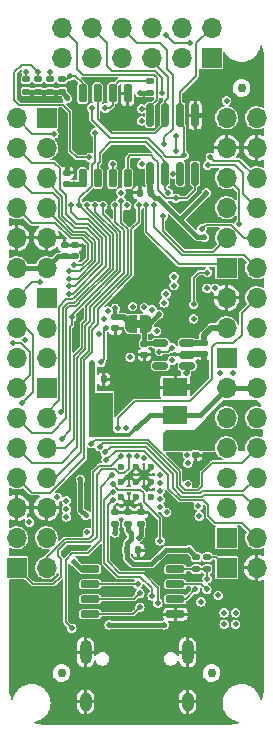
<source format=gbr>
G04 #@! TF.GenerationSoftware,KiCad,Pcbnew,(6.0.5)*
G04 #@! TF.CreationDate,2022-08-24T15:32:52-07:00*
G04 #@! TF.ProjectId,pico-ice,7069636f-2d69-4636-952e-6b696361645f,REV1*
G04 #@! TF.SameCoordinates,Original*
G04 #@! TF.FileFunction,Copper,L4,Bot*
G04 #@! TF.FilePolarity,Positive*
%FSLAX46Y46*%
G04 Gerber Fmt 4.6, Leading zero omitted, Abs format (unit mm)*
G04 Created by KiCad (PCBNEW (6.0.5)) date 2022-08-24 15:32:52*
%MOMM*%
%LPD*%
G01*
G04 APERTURE LIST*
G04 Aperture macros list*
%AMRoundRect*
0 Rectangle with rounded corners*
0 $1 Rounding radius*
0 $2 $3 $4 $5 $6 $7 $8 $9 X,Y pos of 4 corners*
0 Add a 4 corners polygon primitive as box body*
4,1,4,$2,$3,$4,$5,$6,$7,$8,$9,$2,$3,0*
0 Add four circle primitives for the rounded corners*
1,1,$1+$1,$2,$3*
1,1,$1+$1,$4,$5*
1,1,$1+$1,$6,$7*
1,1,$1+$1,$8,$9*
0 Add four rect primitives between the rounded corners*
20,1,$1+$1,$2,$3,$4,$5,0*
20,1,$1+$1,$4,$5,$6,$7,0*
20,1,$1+$1,$6,$7,$8,$9,0*
20,1,$1+$1,$8,$9,$2,$3,0*%
%AMFreePoly0*
4,1,22,0.500000,-0.750000,0.000000,-0.750000,0.000000,-0.745033,-0.079941,-0.743568,-0.215256,-0.701293,-0.333266,-0.622738,-0.424486,-0.514219,-0.481581,-0.384460,-0.499164,-0.250000,-0.500000,-0.250000,-0.500000,0.250000,-0.499164,0.250000,-0.499963,0.256109,-0.478152,0.396186,-0.417904,0.524511,-0.324060,0.630769,-0.204165,0.706417,-0.067858,0.745374,0.000000,0.744959,0.000000,0.750000,
0.500000,0.750000,0.500000,-0.750000,0.500000,-0.750000,$1*%
%AMFreePoly1*
4,1,20,0.000000,0.744959,0.073905,0.744508,0.209726,0.703889,0.328688,0.626782,0.421226,0.519385,0.479903,0.390333,0.500000,0.250000,0.500000,-0.250000,0.499851,-0.262216,0.476331,-0.402017,0.414519,-0.529596,0.319384,-0.634700,0.198574,-0.708877,0.061801,-0.746166,0.000000,-0.745033,0.000000,-0.750000,-0.500000,-0.750000,-0.500000,0.750000,0.000000,0.750000,0.000000,0.744959,
0.000000,0.744959,$1*%
G04 Aperture macros list end*
G04 #@! TA.AperFunction,ComponentPad*
%ADD10R,1.700000X1.700000*%
G04 #@! TD*
G04 #@! TA.AperFunction,ComponentPad*
%ADD11O,1.700000X1.700000*%
G04 #@! TD*
G04 #@! TA.AperFunction,ComponentPad*
%ADD12O,1.000000X2.100000*%
G04 #@! TD*
G04 #@! TA.AperFunction,ComponentPad*
%ADD13O,1.000000X1.600000*%
G04 #@! TD*
G04 #@! TA.AperFunction,ComponentPad*
%ADD14C,0.600000*%
G04 #@! TD*
G04 #@! TA.AperFunction,SMDPad,CuDef*
%ADD15RoundRect,0.135000X-0.185000X0.135000X-0.185000X-0.135000X0.185000X-0.135000X0.185000X0.135000X0*%
G04 #@! TD*
G04 #@! TA.AperFunction,SMDPad,CuDef*
%ADD16RoundRect,0.140000X0.170000X-0.140000X0.170000X0.140000X-0.170000X0.140000X-0.170000X-0.140000X0*%
G04 #@! TD*
G04 #@! TA.AperFunction,SMDPad,CuDef*
%ADD17C,0.750000*%
G04 #@! TD*
G04 #@! TA.AperFunction,SMDPad,CuDef*
%ADD18RoundRect,0.140000X-0.170000X0.140000X-0.170000X-0.140000X0.170000X-0.140000X0.170000X0.140000X0*%
G04 #@! TD*
G04 #@! TA.AperFunction,SMDPad,CuDef*
%ADD19RoundRect,0.150000X-0.150000X0.650000X-0.150000X-0.650000X0.150000X-0.650000X0.150000X0.650000X0*%
G04 #@! TD*
G04 #@! TA.AperFunction,SMDPad,CuDef*
%ADD20RoundRect,0.150000X0.650000X0.150000X-0.650000X0.150000X-0.650000X-0.150000X0.650000X-0.150000X0*%
G04 #@! TD*
G04 #@! TA.AperFunction,SMDPad,CuDef*
%ADD21RoundRect,0.140000X0.140000X0.170000X-0.140000X0.170000X-0.140000X-0.170000X0.140000X-0.170000X0*%
G04 #@! TD*
G04 #@! TA.AperFunction,SMDPad,CuDef*
%ADD22RoundRect,0.150000X-0.150000X0.825000X-0.150000X-0.825000X0.150000X-0.825000X0.150000X0.825000X0*%
G04 #@! TD*
G04 #@! TA.AperFunction,SMDPad,CuDef*
%ADD23RoundRect,0.140000X-0.140000X-0.170000X0.140000X-0.170000X0.140000X0.170000X-0.140000X0.170000X0*%
G04 #@! TD*
G04 #@! TA.AperFunction,SMDPad,CuDef*
%ADD24RoundRect,0.150000X0.512500X0.150000X-0.512500X0.150000X-0.512500X-0.150000X0.512500X-0.150000X0*%
G04 #@! TD*
G04 #@! TA.AperFunction,SMDPad,CuDef*
%ADD25RoundRect,0.135000X0.185000X-0.135000X0.185000X0.135000X-0.185000X0.135000X-0.185000X-0.135000X0*%
G04 #@! TD*
G04 #@! TA.AperFunction,SMDPad,CuDef*
%ADD26FreePoly0,0.000000*%
G04 #@! TD*
G04 #@! TA.AperFunction,SMDPad,CuDef*
%ADD27FreePoly1,0.000000*%
G04 #@! TD*
G04 #@! TA.AperFunction,SMDPad,CuDef*
%ADD28R,2.000000X1.500000*%
G04 #@! TD*
G04 #@! TA.AperFunction,SMDPad,CuDef*
%ADD29R,2.000000X3.800000*%
G04 #@! TD*
G04 #@! TA.AperFunction,ViaPad*
%ADD30C,0.508000*%
G04 #@! TD*
G04 #@! TA.AperFunction,Conductor*
%ADD31C,0.381000*%
G04 #@! TD*
G04 #@! TA.AperFunction,Conductor*
%ADD32C,0.508000*%
G04 #@! TD*
G04 #@! TA.AperFunction,Conductor*
%ADD33C,0.304800*%
G04 #@! TD*
G04 #@! TA.AperFunction,Conductor*
%ADD34C,0.406400*%
G04 #@! TD*
G04 #@! TA.AperFunction,Conductor*
%ADD35C,0.152400*%
G04 #@! TD*
G04 APERTURE END LIST*
G36*
X72817800Y-100299800D02*
G01*
X72317800Y-100299800D01*
X72317800Y-99699800D01*
X72817800Y-99699800D01*
X72817800Y-100299800D01*
G37*
D10*
X62230000Y-120650000D03*
D11*
X64770000Y-120650000D03*
D10*
X80010000Y-102870000D03*
D11*
X82550000Y-102870000D03*
X80010000Y-100330000D03*
X82550000Y-100330000D03*
X80010000Y-97790000D03*
X82550000Y-97790000D03*
D10*
X64770000Y-82550000D03*
D11*
X64770000Y-85090000D03*
X64770000Y-87630000D03*
X64770000Y-90170000D03*
X64770000Y-92710000D03*
X64770000Y-95250000D03*
X62230000Y-82550000D03*
X62230000Y-85090000D03*
X62230000Y-87630000D03*
X62230000Y-90170000D03*
X62230000Y-92710000D03*
X62230000Y-95250000D03*
D10*
X80010000Y-120650000D03*
D11*
X82550000Y-120650000D03*
D12*
X76710000Y-127807000D03*
D13*
X68070000Y-131987000D03*
X76710000Y-131987000D03*
D12*
X68070000Y-127807000D03*
D10*
X80010000Y-118110000D03*
D11*
X80010000Y-115570000D03*
X80010000Y-113030000D03*
X80010000Y-110490000D03*
X80010000Y-107950000D03*
X80010000Y-105410000D03*
X82550000Y-118110000D03*
X82550000Y-115570000D03*
X82550000Y-113030000D03*
X82550000Y-110490000D03*
X82550000Y-107950000D03*
X82550000Y-105410000D03*
D10*
X78740000Y-77470000D03*
D11*
X76200000Y-77470000D03*
X73660000Y-77470000D03*
X71120000Y-77470000D03*
X68580000Y-77470000D03*
X66040000Y-77470000D03*
X78740000Y-74930000D03*
X76200000Y-74930000D03*
X73660000Y-74930000D03*
X71120000Y-74930000D03*
X68580000Y-74930000D03*
X66040000Y-74930000D03*
D10*
X80010000Y-95250000D03*
D11*
X80010000Y-92710000D03*
X80010000Y-90170000D03*
X80010000Y-87630000D03*
X80010000Y-85090000D03*
X80010000Y-82550000D03*
X82550000Y-95250000D03*
X82550000Y-92710000D03*
X82550000Y-90170000D03*
X82550000Y-87630000D03*
X82550000Y-85090000D03*
X82550000Y-82550000D03*
D10*
X64770000Y-105410000D03*
D11*
X64770000Y-107950000D03*
X64770000Y-110490000D03*
X64770000Y-113030000D03*
X64770000Y-115570000D03*
X64770000Y-118110000D03*
X62230000Y-105410000D03*
X62230000Y-107950000D03*
X62230000Y-110490000D03*
X62230000Y-113030000D03*
X62230000Y-115570000D03*
X62230000Y-118110000D03*
D14*
X72364600Y-113385600D03*
X73639600Y-114660600D03*
X71089600Y-112110600D03*
X72364600Y-114660600D03*
X71089600Y-114660600D03*
X71089600Y-113385600D03*
X73639600Y-113385600D03*
X72364600Y-112110600D03*
X73639600Y-112110600D03*
D10*
X64770000Y-97790000D03*
D11*
X62230000Y-97790000D03*
X64770000Y-100330000D03*
X62230000Y-100330000D03*
X64770000Y-102870000D03*
X62230000Y-102870000D03*
D15*
X77444600Y-119731600D03*
X77444600Y-120751600D03*
X73507600Y-79398400D03*
X73507600Y-80418400D03*
D16*
X66497200Y-88160800D03*
X66497200Y-87200800D03*
D17*
X81280000Y-80010000D03*
D16*
X72771000Y-116913600D03*
X72771000Y-115953600D03*
D18*
X78099500Y-101577200D03*
X78099500Y-102537200D03*
X77393800Y-110137000D03*
X77393800Y-111097000D03*
D19*
X67818000Y-80474000D03*
X69088000Y-80474000D03*
X70358000Y-80474000D03*
X71628000Y-80474000D03*
X71628000Y-87674000D03*
X70358000Y-87674000D03*
X69088000Y-87674000D03*
X67818000Y-87674000D03*
D20*
X75659800Y-120751600D03*
X75659800Y-122021600D03*
X75659800Y-123291600D03*
X75659800Y-124561600D03*
X68459800Y-124561600D03*
X68459800Y-123291600D03*
X68459800Y-122021600D03*
X68459800Y-120751600D03*
D16*
X67183000Y-94282200D03*
X67183000Y-93322200D03*
D21*
X73606600Y-88900000D03*
X72646600Y-88900000D03*
D18*
X70586600Y-99418200D03*
X70586600Y-100378200D03*
X73050400Y-101653400D03*
X73050400Y-102613400D03*
D22*
X73533000Y-82320000D03*
X74803000Y-82320000D03*
X76073000Y-82320000D03*
X77343000Y-82320000D03*
X77343000Y-87270000D03*
X76073000Y-87270000D03*
X74803000Y-87270000D03*
X73533000Y-87270000D03*
D16*
X66294000Y-94282200D03*
X66294000Y-93322200D03*
D15*
X66090800Y-79296800D03*
X66090800Y-80316800D03*
D16*
X70561200Y-116913600D03*
X70561200Y-115953600D03*
D15*
X64058800Y-79296800D03*
X64058800Y-80316800D03*
D23*
X68658800Y-104673400D03*
X69618800Y-104673400D03*
D17*
X66040000Y-129540000D03*
D16*
X71628000Y-116913600D03*
X71628000Y-115953600D03*
D24*
X76677100Y-101640600D03*
X76677100Y-102590600D03*
X76677100Y-103540600D03*
X74402100Y-103540600D03*
X74402100Y-101640600D03*
D15*
X63042800Y-79296800D03*
X63042800Y-80316800D03*
D17*
X78740000Y-129540000D03*
D25*
X78359000Y-120753600D03*
X78359000Y-119733600D03*
D23*
X71579800Y-119151400D03*
X72539800Y-119151400D03*
D26*
X71917800Y-99999800D03*
D27*
X73217800Y-99999800D03*
D28*
X75667000Y-105370600D03*
X75667000Y-107670600D03*
D29*
X69367000Y-107670600D03*
D28*
X75667000Y-109970600D03*
D15*
X65074800Y-79296800D03*
X65074800Y-80316800D03*
D30*
X69723000Y-79375000D03*
X78130400Y-93370400D03*
X72517000Y-93472000D03*
X67945000Y-83464400D03*
X79705200Y-79832200D03*
X66954400Y-122783600D03*
X72517000Y-95504000D03*
X72517000Y-94488000D03*
X75184000Y-118465600D03*
X66217800Y-83566000D03*
X73406000Y-95504000D03*
X63042800Y-126111000D03*
X78841600Y-126796800D03*
X66832836Y-113162436D03*
X78054200Y-82321400D03*
X63042800Y-123215400D03*
X67310000Y-100584000D03*
X81864200Y-127558800D03*
X66344800Y-119278400D03*
X73406000Y-94488000D03*
X72517000Y-96520000D03*
X70840600Y-107213400D03*
X68453000Y-89204800D03*
X76123800Y-124561600D03*
X72136000Y-86182200D03*
X77012800Y-112979200D03*
X73406000Y-96520000D03*
X78155800Y-85217000D03*
X69977000Y-82499200D03*
X80772000Y-125425200D03*
X77292200Y-109397800D03*
X76913791Y-110136991D03*
X79806800Y-125425200D03*
X76581000Y-104165400D03*
X79476600Y-104190800D03*
X80772000Y-124460000D03*
X79936652Y-109211979D03*
X80568800Y-109220000D03*
X79806800Y-124460000D03*
X80594200Y-104190800D03*
X68656200Y-105384600D03*
X68097900Y-116182200D03*
X80010000Y-81102200D03*
X67640200Y-113131600D03*
X72694800Y-80416400D03*
X73914000Y-89306400D03*
X71069200Y-88874600D03*
X72364600Y-108813600D03*
X77698600Y-116255800D03*
X71907400Y-117729000D03*
X72821800Y-82804000D03*
X67132200Y-88163400D03*
X68656200Y-103276400D03*
X74091800Y-100634800D03*
X78308200Y-88900000D03*
X76835000Y-119126000D03*
X78130400Y-92633800D03*
X67081400Y-120116600D03*
X66520379Y-80905586D03*
X70561200Y-117678200D03*
X72567800Y-118084600D03*
X71501000Y-108813600D03*
X71069200Y-111201200D03*
X71729600Y-111201200D03*
X78359000Y-121564400D03*
X74723700Y-125476000D03*
X70078600Y-125476000D03*
X72491600Y-122021600D03*
X72669400Y-122809000D03*
X72669400Y-123977400D03*
X77368400Y-122478800D03*
X78333600Y-122478800D03*
X72821800Y-86461600D03*
X74269600Y-99187000D03*
X70586600Y-98679000D03*
X71565700Y-89966800D03*
X74752200Y-84785200D03*
X75768200Y-85318600D03*
X75768200Y-84048600D03*
X74574400Y-80467200D03*
X63042800Y-78638400D03*
X68224400Y-117652800D03*
X62966600Y-101346500D03*
X75413100Y-103073200D03*
X63322200Y-116763800D03*
X70789800Y-108813600D03*
X66903600Y-125755400D03*
X70332600Y-112826800D03*
X66903600Y-99415600D03*
X68905797Y-89966800D03*
X64236600Y-96469200D03*
X66040000Y-109702600D03*
X66446400Y-114960400D03*
X72059800Y-98526600D03*
X77622400Y-115392200D03*
X66763053Y-78993500D03*
X79044800Y-96977200D03*
X70358000Y-86461600D03*
X75565000Y-95991500D03*
X64058800Y-78638400D03*
X68402200Y-85902800D03*
X75514200Y-87299800D03*
X68580000Y-81711800D03*
X76403200Y-85725000D03*
X74727300Y-98211094D03*
X69748400Y-81711800D03*
X75082400Y-88874600D03*
X74879200Y-97459800D03*
X65074800Y-78638400D03*
X72821800Y-81788000D03*
X68884800Y-83794600D03*
X65963800Y-107492800D03*
X67538600Y-89966800D03*
X70358000Y-113538000D03*
X74371200Y-118364000D03*
X73710800Y-123012200D03*
X70358000Y-114261204D03*
X70358000Y-114935000D03*
X74193400Y-123647200D03*
X73050400Y-98602800D03*
X78359000Y-96977200D03*
X74371200Y-115519200D03*
X62712600Y-106680000D03*
X71856600Y-102819200D03*
X74930000Y-115951000D03*
X75565000Y-96748600D03*
X75717400Y-89357200D03*
X76708000Y-113588800D03*
X76936600Y-76200000D03*
X74904600Y-75539600D03*
X77216000Y-98348800D03*
X78391664Y-95649136D03*
X73232080Y-89893185D03*
X74380977Y-114856965D03*
X74625200Y-90855800D03*
X74371200Y-114122200D03*
X74371200Y-113461800D03*
X81076800Y-91567000D03*
X74371200Y-112801400D03*
X76733400Y-111785400D03*
X77216000Y-99568000D03*
X73863200Y-89966800D03*
X77927200Y-91948000D03*
X76703300Y-111099600D03*
X73025000Y-111379000D03*
X78638400Y-85877400D03*
X72390000Y-111201200D03*
X78409800Y-86563200D03*
X69824600Y-111506000D03*
X69743492Y-110872776D03*
X69265800Y-110388400D03*
X68554600Y-110134400D03*
X79298800Y-122986800D03*
X66446400Y-115671600D03*
X66446400Y-116332000D03*
X77825600Y-123520200D03*
X69176017Y-100806081D03*
X65379600Y-83896200D03*
X69646800Y-99593400D03*
X69968216Y-98903062D03*
X69824600Y-100304600D03*
X69367400Y-103251000D03*
X74320400Y-102336600D03*
X75392636Y-102026364D03*
X73693307Y-98799116D03*
X72580700Y-89966800D03*
X71073200Y-89566755D03*
X70580700Y-89966800D03*
X69540300Y-89966800D03*
X68224400Y-89966800D03*
X66878200Y-89966800D03*
X61899800Y-101650800D03*
X67056000Y-94991500D03*
X66699420Y-95516326D03*
X66699420Y-96150829D03*
X66699420Y-96785332D03*
X66699420Y-97434400D03*
X65684400Y-114655600D03*
D31*
X66497200Y-87200800D02*
X66497200Y-85953600D01*
X66497200Y-85953600D02*
X66294000Y-85750400D01*
D32*
X78099500Y-104348700D02*
X77077600Y-105370600D01*
D33*
X72136000Y-86639400D02*
X72646600Y-87150000D01*
X72646600Y-87150000D02*
X72646600Y-88900000D01*
D31*
X78052800Y-82320000D02*
X78054200Y-82321400D01*
D32*
X78099500Y-102537200D02*
X76730500Y-102537200D01*
D31*
X66217800Y-85674200D02*
X66217800Y-83566000D01*
X77343000Y-82320000D02*
X78052800Y-82320000D01*
D32*
X78099500Y-102537200D02*
X78099500Y-104348700D01*
X76730500Y-102537200D02*
X76677100Y-102590600D01*
X77077600Y-105370600D02*
X75667000Y-105370600D01*
D31*
X66294000Y-85750400D02*
X66217800Y-85674200D01*
D34*
X72136000Y-86182200D02*
X72136000Y-86639400D01*
D32*
X78036100Y-101640600D02*
X78099500Y-101577200D01*
X78099500Y-100945100D02*
X78714600Y-100330000D01*
X78714600Y-100330000D02*
X80010000Y-100330000D01*
D31*
X79944673Y-109220000D02*
X79936652Y-109211979D01*
D32*
X78099500Y-101577200D02*
X78099500Y-100945100D01*
D31*
X76677100Y-104069300D02*
X76581000Y-104165400D01*
D32*
X76677100Y-101640600D02*
X78036100Y-101640600D01*
D31*
X76677100Y-103540600D02*
X76677100Y-104069300D01*
X76913800Y-110137000D02*
X76913791Y-110136991D01*
X73914000Y-89306400D02*
X74193400Y-89306400D01*
X67640200Y-115724500D02*
X68097900Y-116182200D01*
X66520379Y-80905586D02*
X66520379Y-80746379D01*
D34*
X72110600Y-120345200D02*
X73634600Y-120345200D01*
X71907400Y-118237000D02*
X71907400Y-117729000D01*
D32*
X68658800Y-104673400D02*
X68658800Y-105382000D01*
D31*
X65074800Y-80316800D02*
X64058800Y-80316800D01*
X74193400Y-89306400D02*
X76022200Y-91135200D01*
D33*
X71780400Y-109397800D02*
X70408800Y-109397800D01*
D34*
X71579800Y-119151400D02*
X71579800Y-119814400D01*
D31*
X78308200Y-88900000D02*
X76073000Y-91135200D01*
X75667000Y-107670600D02*
X77749400Y-107670600D01*
D32*
X68658800Y-105382000D02*
X68656200Y-105384600D01*
D31*
X67640200Y-113131600D02*
X67640200Y-115724500D01*
D34*
X77440600Y-119731600D02*
X76835000Y-119126000D01*
D33*
X72364600Y-108813600D02*
X71780400Y-109397800D01*
D34*
X73634600Y-120345200D02*
X74853800Y-119126000D01*
D31*
X67129600Y-88160800D02*
X67132200Y-88163400D01*
X66090800Y-80316800D02*
X65074800Y-80316800D01*
X71628000Y-117449600D02*
X71907400Y-117729000D01*
D32*
X73533000Y-87270000D02*
X73533000Y-88826400D01*
D31*
X73606600Y-88900000D02*
X73606600Y-88999000D01*
D32*
X69367000Y-107670600D02*
X69367000Y-108483000D01*
D31*
X65737800Y-94282200D02*
X64770000Y-95250000D01*
D32*
X69367000Y-108483000D02*
X70231480Y-109347480D01*
D31*
X75667000Y-107670600D02*
X73507600Y-107670600D01*
D32*
X68656200Y-105384600D02*
X68656200Y-106959800D01*
D31*
X67818000Y-87674000D02*
X67818000Y-88061800D01*
D32*
X68658800Y-103279000D02*
X68656200Y-103276400D01*
D31*
X72696800Y-80418400D02*
X72694800Y-80416400D01*
X80010000Y-105410000D02*
X82550000Y-105410000D01*
X73507600Y-80418400D02*
X72696800Y-80418400D01*
D32*
X70231480Y-109347480D02*
X70408800Y-109347480D01*
X68656200Y-106959800D02*
X69367000Y-107670600D01*
D31*
X64770000Y-95250000D02*
X62230000Y-95250000D01*
X66520379Y-80746379D02*
X66090800Y-80316800D01*
D34*
X71579800Y-118564600D02*
X71907400Y-118237000D01*
D31*
X73507600Y-107670600D02*
X72364600Y-108813600D01*
X76073000Y-91135200D02*
X76022200Y-91135200D01*
D34*
X77444600Y-119731600D02*
X77440600Y-119731600D01*
X71579800Y-119151400D02*
X71579800Y-118564600D01*
D31*
X76022200Y-91135200D02*
X77520800Y-92633800D01*
D34*
X68459800Y-120751600D02*
X67716400Y-120751600D01*
D31*
X77749400Y-107670600D02*
X80010000Y-105410000D01*
X73606600Y-88999000D02*
X73914000Y-89306400D01*
D34*
X71579800Y-119814400D02*
X72110600Y-120345200D01*
D31*
X67818000Y-88061800D02*
X67716400Y-88163400D01*
X67716400Y-88163400D02*
X67132200Y-88163400D01*
X64058800Y-80316800D02*
X63042800Y-80316800D01*
X71628000Y-116913600D02*
X71628000Y-117449600D01*
X66294000Y-94282200D02*
X65737800Y-94282200D01*
X77520800Y-92633800D02*
X78130400Y-92633800D01*
D32*
X68658800Y-104673400D02*
X68658800Y-103279000D01*
D34*
X67716400Y-120751600D02*
X67081400Y-120116600D01*
D31*
X67183000Y-94282200D02*
X66294000Y-94282200D01*
X66497200Y-88160800D02*
X67129600Y-88160800D01*
D34*
X74853800Y-119126000D02*
X76835000Y-119126000D01*
D31*
X72771000Y-117881400D02*
X72567800Y-118084600D01*
X70561200Y-116913600D02*
X70561200Y-117678200D01*
X72771000Y-116913600D02*
X72771000Y-117881400D01*
D35*
X79093600Y-119733600D02*
X78359000Y-119733600D01*
X80010000Y-120650000D02*
X79093600Y-119733600D01*
X71069200Y-111201200D02*
X70256400Y-112014000D01*
X68351400Y-118211600D02*
X67640200Y-118211600D01*
X70256400Y-112014000D02*
X69240400Y-112014000D01*
X69240400Y-112014000D02*
X68707000Y-112547400D01*
X67640200Y-118211600D02*
X66421000Y-118211600D01*
X64770000Y-119735600D02*
X66294000Y-118211600D01*
X64770000Y-120650000D02*
X64770000Y-119735600D01*
X66294000Y-118211600D02*
X66421000Y-118211600D01*
X68707000Y-112547400D02*
X68707000Y-117856000D01*
X68707000Y-117856000D02*
X68351400Y-118211600D01*
X65354200Y-122021600D02*
X65989200Y-121386600D01*
X71729600Y-111201200D02*
X71729600Y-112242600D01*
X65760600Y-119659400D02*
X65760600Y-119151400D01*
X62230000Y-120650000D02*
X63601600Y-122021600D01*
X71323200Y-112649000D02*
X70866000Y-112649000D01*
X70535800Y-112318800D02*
X69443600Y-112318800D01*
X71729600Y-112242600D02*
X71323200Y-112649000D01*
X68529200Y-118491000D02*
X69011800Y-118008400D01*
X70866000Y-112649000D02*
X70535800Y-112318800D01*
X69011800Y-118008400D02*
X69011800Y-112750600D01*
X65989200Y-121386600D02*
X65989200Y-119888000D01*
X66421000Y-118491000D02*
X68529200Y-118491000D01*
X63601600Y-122021600D02*
X65354200Y-122021600D01*
X69443600Y-112318800D02*
X69011800Y-112750600D01*
X65989200Y-119888000D02*
X65760600Y-119659400D01*
X65760600Y-119151400D02*
X66421000Y-118491000D01*
X75659800Y-120751600D02*
X77444600Y-120751600D01*
X78359000Y-120753600D02*
X78359000Y-121564400D01*
X78357000Y-120751600D02*
X78359000Y-120753600D01*
X77444600Y-120751600D02*
X78357000Y-120751600D01*
D34*
X70078600Y-125476000D02*
X74723700Y-125476000D01*
D35*
X68459800Y-122021600D02*
X72491600Y-122021600D01*
X72186800Y-123291600D02*
X71856600Y-123291600D01*
X68459800Y-123291600D02*
X71856600Y-123291600D01*
X72669400Y-122809000D02*
X72186800Y-123291600D01*
X72085200Y-124561600D02*
X71907400Y-124561600D01*
X68459800Y-124561600D02*
X71907400Y-124561600D01*
X72669400Y-123977400D02*
X72085200Y-124561600D01*
X76555600Y-123291600D02*
X77368400Y-122478800D01*
X75659800Y-123291600D02*
X76555600Y-123291600D01*
X75659800Y-122021600D02*
X77876400Y-122021600D01*
X77876400Y-122021600D02*
X78333600Y-122478800D01*
D31*
X73050400Y-101653400D02*
X73050400Y-100167200D01*
X74402100Y-101640600D02*
X73063200Y-101640600D01*
X73050400Y-100167200D02*
X73217800Y-99999800D01*
X74269600Y-99187000D02*
X73456800Y-99999800D01*
X73456800Y-99999800D02*
X73217800Y-99999800D01*
X73063200Y-101640600D02*
X73050400Y-101653400D01*
D33*
X70586600Y-98679000D02*
X70586600Y-99418200D01*
D32*
X71917800Y-99999800D02*
X71336200Y-99418200D01*
X71336200Y-99418200D02*
X70586600Y-99418200D01*
D35*
X75438000Y-78892400D02*
X74930000Y-78384400D01*
X72390000Y-76200000D02*
X71120000Y-74930000D01*
X74752200Y-84150200D02*
X75438000Y-83464400D01*
X74930000Y-78384400D02*
X74930000Y-76784200D01*
X74345800Y-76200000D02*
X72390000Y-76200000D01*
X75438000Y-83464400D02*
X75438000Y-78892400D01*
X74930000Y-76784200D02*
X74345800Y-76200000D01*
X74752200Y-84785200D02*
X74752200Y-84150200D01*
X75768200Y-85318600D02*
X75768200Y-84048600D01*
X73990200Y-78562200D02*
X70307200Y-78562200D01*
X69900800Y-78155800D02*
X69900800Y-76250800D01*
X74574400Y-79146400D02*
X73990200Y-78562200D01*
X69900800Y-76250800D02*
X68580000Y-74930000D01*
X70307200Y-78562200D02*
X69900800Y-78155800D01*
X74574400Y-80467200D02*
X74574400Y-79146400D01*
X63042800Y-79296800D02*
X63042800Y-78638400D01*
X70789800Y-108813600D02*
X70789800Y-107988100D01*
X69342000Y-113817400D02*
X69342000Y-117627400D01*
X72250300Y-106527600D02*
X76885800Y-106527600D01*
X80594200Y-101600000D02*
X81280000Y-100914200D01*
X66954400Y-119405400D02*
X66395600Y-119964200D01*
X68249800Y-119405400D02*
X66954400Y-119405400D01*
X81280000Y-100914200D02*
X81280000Y-99060000D01*
X66395600Y-125247400D02*
X66903600Y-125755400D01*
X70789800Y-107988100D02*
X72250300Y-106527600D01*
X69342000Y-117627400D02*
X69342000Y-118313200D01*
X69342000Y-118313200D02*
X68249800Y-119405400D01*
X70332600Y-112826800D02*
X69342000Y-113817400D01*
X81280000Y-99060000D02*
X82550000Y-97790000D01*
X78765400Y-101955600D02*
X79121000Y-101600000D01*
X78765400Y-104648000D02*
X78765400Y-101955600D01*
X79121000Y-101600000D02*
X80594200Y-101600000D01*
X66395600Y-119964200D02*
X66395600Y-125247400D01*
X76885800Y-106527600D02*
X78765400Y-104648000D01*
X66751200Y-108991400D02*
X66751200Y-100203000D01*
X68905797Y-90495797D02*
X68905797Y-89966800D01*
X66903600Y-99237800D02*
X70713600Y-95427800D01*
X66903600Y-99415600D02*
X66903600Y-100050600D01*
X64236600Y-96469200D02*
X63550800Y-96469200D01*
X70713600Y-95427800D02*
X70713600Y-92303600D01*
X70713600Y-92303600D02*
X68905797Y-90495797D01*
X66040000Y-109702600D02*
X66751200Y-108991400D01*
X66903600Y-99415600D02*
X66903600Y-99237800D01*
X63550800Y-96469200D02*
X62230000Y-97790000D01*
X66903600Y-100050600D02*
X66751200Y-100203000D01*
X67818000Y-79629000D02*
X67182500Y-78993500D01*
X67182500Y-78993500D02*
X66763053Y-78993500D01*
X66090800Y-79296800D02*
X66459753Y-79296800D01*
X67818000Y-80474000D02*
X67818000Y-79629000D01*
X66459753Y-79296800D02*
X66763053Y-78993500D01*
X64058800Y-79296800D02*
X64058800Y-78638400D01*
X62661800Y-78054200D02*
X62026800Y-78689200D01*
X76043200Y-87299800D02*
X76073000Y-87270000D01*
X62026800Y-81026000D02*
X62458600Y-81457800D01*
X66751200Y-85344000D02*
X67310000Y-85902800D01*
X66751200Y-82016600D02*
X66751200Y-85344000D01*
X62026800Y-78689200D02*
X62026800Y-81026000D01*
X62458600Y-81457800D02*
X66192400Y-81457800D01*
X66192400Y-81457800D02*
X66751200Y-82016600D01*
X67310000Y-85902800D02*
X68402200Y-85902800D01*
X64058800Y-78638400D02*
X63474600Y-78054200D01*
X63474600Y-78054200D02*
X62661800Y-78054200D01*
X70358000Y-87674000D02*
X70358000Y-86461600D01*
X75514200Y-87299800D02*
X76043200Y-87299800D01*
X70358000Y-79984600D02*
X70358000Y-80474000D01*
X70358000Y-81483200D02*
X70154800Y-81686400D01*
X73507600Y-79398400D02*
X70944200Y-79398400D01*
X70358000Y-80474000D02*
X70358000Y-81483200D01*
X76073000Y-82981800D02*
X76403200Y-83312000D01*
X70154800Y-81686400D02*
X70129400Y-81711800D01*
X70129400Y-81711800D02*
X69748400Y-81711800D01*
X76403200Y-83312000D02*
X76403200Y-85725000D01*
X74422000Y-85344000D02*
X73355200Y-84277200D01*
X76301600Y-85826600D02*
X74904600Y-85826600D01*
X77444600Y-78994000D02*
X77444600Y-76225400D01*
X70944200Y-79398400D02*
X70358000Y-79984600D01*
X76403200Y-85725000D02*
X76301600Y-85826600D01*
X76073000Y-82320000D02*
X76073000Y-80365600D01*
X74904600Y-85826600D02*
X74422000Y-85344000D01*
X76073000Y-80365600D02*
X77444600Y-78994000D01*
X68580000Y-82702400D02*
X68580000Y-81711800D01*
X77444600Y-76225400D02*
X78740000Y-74930000D01*
X76073000Y-82320000D02*
X76073000Y-82981800D01*
X70154800Y-84277200D02*
X68580000Y-82702400D01*
X73355200Y-84277200D02*
X70154800Y-84277200D01*
X69265800Y-85547200D02*
X69265800Y-86283800D01*
X65074800Y-79296800D02*
X65074800Y-78638400D01*
X74803000Y-88595200D02*
X75082400Y-88874600D01*
X74269600Y-85725000D02*
X74803000Y-86258400D01*
X74803000Y-86258400D02*
X74803000Y-87270000D01*
X69088000Y-87674000D02*
X69088000Y-86461600D01*
X74803000Y-87270000D02*
X74803000Y-88595200D01*
X70180200Y-84632800D02*
X69265800Y-85547200D01*
X73177400Y-84632800D02*
X70180200Y-84632800D01*
X74269600Y-85725000D02*
X73177400Y-84632800D01*
X69088000Y-86461600D02*
X69265800Y-86283800D01*
X73533000Y-82320000D02*
X73533000Y-81584800D01*
X66141600Y-107315000D02*
X66141600Y-98628200D01*
X66573400Y-98196400D02*
X66141600Y-98628200D01*
X67538600Y-89966800D02*
X67538600Y-89357200D01*
X67132200Y-98196400D02*
X67233800Y-98094800D01*
X73533000Y-82016600D02*
X73304400Y-81788000D01*
X68884800Y-86270348D02*
X68884800Y-83794600D01*
X66852800Y-98196400D02*
X67132200Y-98196400D01*
X67335400Y-78384400D02*
X67335400Y-76225400D01*
X67538600Y-89966800D02*
X70104000Y-92532200D01*
X73533000Y-82320000D02*
X73533000Y-82016600D01*
X74091800Y-81026000D02*
X74091800Y-79121000D01*
X70104000Y-95224600D02*
X67233800Y-98094800D01*
X68585280Y-86569868D02*
X68884800Y-86270348D01*
X67335400Y-76225400D02*
X66040000Y-74930000D01*
X70104000Y-92532200D02*
X70104000Y-95224600D01*
X73533000Y-81584800D02*
X74091800Y-81026000D01*
X73863200Y-78892400D02*
X67843400Y-78892400D01*
X74091800Y-79121000D02*
X73863200Y-78892400D01*
X66852800Y-98196400D02*
X66573400Y-98196400D01*
X65963800Y-107492800D02*
X66141600Y-107315000D01*
X67538600Y-89357200D02*
X68585280Y-88310520D01*
X68585280Y-88310520D02*
X68585280Y-86569868D01*
X67843400Y-78892400D02*
X67335400Y-78384400D01*
X73304400Y-81788000D02*
X72821800Y-81788000D01*
X74371200Y-116459000D02*
X72999600Y-115087400D01*
X72999600Y-115087400D02*
X72999600Y-114300000D01*
X72720200Y-114020600D02*
X70840600Y-114020600D01*
X74371200Y-118364000D02*
X74371200Y-116459000D01*
X70840600Y-114020600D02*
X70358000Y-113538000D01*
X72999600Y-114300000D02*
X72720200Y-114020600D01*
X69646800Y-119583200D02*
X69646800Y-120218200D01*
X73660000Y-122351800D02*
X72707500Y-121399300D01*
X70827900Y-121399300D02*
X72707500Y-121399300D01*
X73710800Y-122402600D02*
X73660000Y-122351800D01*
X69646800Y-114884200D02*
X69646800Y-119583200D01*
X70269796Y-114261204D02*
X69646800Y-114884200D01*
X70358000Y-114261204D02*
X70269796Y-114261204D01*
X69646800Y-120218200D02*
X70827900Y-121399300D01*
X73710800Y-123012200D02*
X73710800Y-122402600D01*
X74193400Y-122326400D02*
X72986900Y-121119900D01*
X69951600Y-115341400D02*
X70358000Y-114935000D01*
X70942200Y-121081800D02*
X72948800Y-121081800D01*
X69951600Y-119354600D02*
X69951600Y-120091200D01*
X69951600Y-119354600D02*
X69951600Y-115341400D01*
X74193400Y-123647200D02*
X74193400Y-122326400D01*
X69951600Y-120091200D02*
X70942200Y-121081800D01*
X72948800Y-121081800D02*
X72986900Y-121119900D01*
X63652400Y-105740200D02*
X63652400Y-100965000D01*
X63652400Y-100965000D02*
X63017400Y-100330000D01*
X63017400Y-100330000D02*
X62230000Y-100330000D01*
X62712600Y-106680000D02*
X63652400Y-105740200D01*
X73583800Y-85725000D02*
X73863200Y-86004400D01*
X71831200Y-85725000D02*
X73583800Y-85725000D01*
X74599800Y-89077800D02*
X74879200Y-89357200D01*
X74879200Y-89357200D02*
X75717400Y-89357200D01*
X74168000Y-88646000D02*
X74599800Y-89077800D01*
X74168000Y-86309200D02*
X74168000Y-88646000D01*
X75717400Y-89357200D02*
X76631800Y-89357200D01*
X71628000Y-85928200D02*
X71831200Y-85725000D01*
X77343000Y-88646000D02*
X77343000Y-87270000D01*
X73863200Y-86004400D02*
X74168000Y-86309200D01*
X71628000Y-87674000D02*
X71628000Y-85928200D01*
X76631800Y-89357200D02*
X77343000Y-88646000D01*
X70281800Y-83870800D02*
X69088000Y-82677000D01*
X74803000Y-82981800D02*
X73914000Y-83870800D01*
X77655064Y-95649136D02*
X77216000Y-96088200D01*
X75057000Y-79121000D02*
X75057000Y-80848200D01*
X74803000Y-81102200D02*
X74803000Y-82320000D01*
X75565000Y-76200000D02*
X76936600Y-76200000D01*
X69088000Y-82677000D02*
X69088000Y-80474000D01*
X75057000Y-80848200D02*
X74803000Y-81102200D01*
X73660000Y-77470000D02*
X73660000Y-77724000D01*
X74803000Y-82320000D02*
X74803000Y-82981800D01*
X74904600Y-75539600D02*
X75565000Y-76200000D01*
X77216000Y-96088200D02*
X77216000Y-98348800D01*
X78391664Y-95649136D02*
X77655064Y-95649136D01*
X73914000Y-83870800D02*
X70281800Y-83870800D01*
X73660000Y-77724000D02*
X75057000Y-79121000D01*
X73232080Y-89893185D02*
X73232080Y-92180480D01*
X79705200Y-94945200D02*
X80010000Y-95250000D01*
X73232080Y-92180480D02*
X75996800Y-94945200D01*
X75996800Y-94945200D02*
X79705200Y-94945200D01*
X78841600Y-93878400D02*
X80010000Y-92710000D01*
X74625200Y-92100400D02*
X76403200Y-93878400D01*
X76403200Y-93878400D02*
X78841600Y-93878400D01*
X74625200Y-90855800D02*
X74625200Y-92100400D01*
X81076800Y-88696800D02*
X80010000Y-87630000D01*
X81076800Y-91567000D02*
X81076800Y-88696800D01*
X81483200Y-94183200D02*
X82550000Y-95250000D01*
X76250800Y-94183200D02*
X81483200Y-94183200D01*
X73863200Y-91795600D02*
X76250800Y-94183200D01*
X73863200Y-89966800D02*
X73863200Y-91795600D01*
X81508600Y-92710000D02*
X82550000Y-92710000D01*
X78257400Y-91617800D02*
X80416400Y-91617800D01*
X80416400Y-91617800D02*
X81508600Y-92710000D01*
X77927200Y-91948000D02*
X78257400Y-91617800D01*
X81102200Y-86182200D02*
X82550000Y-87630000D01*
X78943200Y-86182200D02*
X81102200Y-86182200D01*
X78638400Y-85877400D02*
X78943200Y-86182200D01*
X81407000Y-87249000D02*
X81407000Y-89027000D01*
X78409800Y-86563200D02*
X80721200Y-86563200D01*
X80721200Y-86563200D02*
X81407000Y-87249000D01*
X81407000Y-89027000D02*
X82550000Y-90170000D01*
X79019400Y-116840000D02*
X81280000Y-116840000D01*
X76058108Y-114908160D02*
X78001960Y-114908160D01*
X78460600Y-115366800D02*
X78460600Y-116281200D01*
X75082400Y-112750600D02*
X75082400Y-113932452D01*
X73050400Y-110718600D02*
X75082400Y-112750600D01*
X75082400Y-113932452D02*
X76058108Y-114908160D01*
X69824600Y-111506000D02*
X70612000Y-110718600D01*
X78460600Y-116281200D02*
X79019400Y-116840000D01*
X81280000Y-116840000D02*
X82550000Y-118110000D01*
X78001960Y-114908160D02*
X78460600Y-115366800D01*
X70612000Y-110718600D02*
X73050400Y-110718600D01*
X81432400Y-114452400D02*
X82550000Y-115570000D01*
X75438000Y-113893600D02*
X76173640Y-114629240D01*
X75438000Y-112674400D02*
X75438000Y-113893600D01*
X70202468Y-110413800D02*
X73177400Y-110413800D01*
X78079600Y-114452400D02*
X81432400Y-114452400D01*
X69743492Y-110872776D02*
X70202468Y-110413800D01*
X77902760Y-114629240D02*
X78079600Y-114452400D01*
X76173640Y-114629240D02*
X77902760Y-114629240D01*
X73177400Y-110413800D02*
X75438000Y-112674400D01*
X69545200Y-110109000D02*
X73304400Y-110109000D01*
X69265800Y-110388400D02*
X69545200Y-110109000D01*
X81432400Y-114147600D02*
X82550000Y-113030000D01*
X77952600Y-114147600D02*
X81432400Y-114147600D01*
X76351920Y-114350320D02*
X77749880Y-114350320D01*
X75793600Y-113792000D02*
X76351920Y-114350320D01*
X75793600Y-112598200D02*
X75793600Y-113792000D01*
X73304400Y-110109000D02*
X75793600Y-112598200D01*
X77749880Y-114350320D02*
X77952600Y-114147600D01*
X76072520Y-112482668D02*
X76072520Y-113639120D01*
X77927200Y-113741200D02*
X77927200Y-112598200D01*
X77597000Y-114071400D02*
X77927200Y-113741200D01*
X68554600Y-110134400D02*
X68884800Y-109804200D01*
X68884800Y-109804200D02*
X73394052Y-109804200D01*
X73394052Y-109804200D02*
X76072520Y-112482668D01*
X78765400Y-111760000D02*
X81280000Y-111760000D01*
X76504800Y-114071400D02*
X77597000Y-114071400D01*
X76072520Y-113639120D02*
X76504800Y-114071400D01*
X77927200Y-112598200D02*
X78765400Y-111760000D01*
X81280000Y-111760000D02*
X82550000Y-110490000D01*
X63576200Y-83896200D02*
X62230000Y-82550000D01*
X65379600Y-83896200D02*
X63576200Y-83896200D01*
X69672200Y-100457000D02*
X69672200Y-101854000D01*
X69824600Y-100304600D02*
X69672200Y-100457000D01*
X69672200Y-101854000D02*
X69672200Y-102946200D01*
X69672200Y-102946200D02*
X69367400Y-103251000D01*
X75082400Y-102336600D02*
X75392636Y-102026364D01*
X74320400Y-102336600D02*
X75082400Y-102336600D01*
X67970400Y-111379000D02*
X65049400Y-114300000D01*
X65049400Y-114300000D02*
X63500000Y-114300000D01*
X67970400Y-103047800D02*
X67970400Y-111379000D01*
X69113400Y-98704400D02*
X69113400Y-100025200D01*
X71932800Y-95885000D02*
X69113400Y-98704400D01*
X69113400Y-100025200D02*
X68643500Y-100495100D01*
X63500000Y-114300000D02*
X62230000Y-113030000D01*
X71932800Y-91986100D02*
X71932800Y-95885000D01*
X67970400Y-103047800D02*
X68643500Y-102374700D01*
X72580700Y-91338200D02*
X71932800Y-91986100D01*
X72580700Y-89966800D02*
X72580700Y-91338200D01*
X68643500Y-102374700D02*
X68643500Y-100495100D01*
X67665600Y-110871000D02*
X65506600Y-113030000D01*
X68783200Y-98628200D02*
X68783200Y-99872800D01*
X67665600Y-103378000D02*
X67665600Y-102946200D01*
X71628000Y-95783400D02*
X68783200Y-98628200D01*
X65506600Y-113030000D02*
X64770000Y-113030000D01*
X68351400Y-100330000D02*
X68338700Y-100317300D01*
X67665600Y-102946200D02*
X68351400Y-102260400D01*
X67665600Y-103378000D02*
X67665600Y-110871000D01*
X71073200Y-89566755D02*
X71073200Y-91418600D01*
X71073200Y-91418600D02*
X71628000Y-91973400D01*
X71628000Y-91973400D02*
X71628000Y-95783400D01*
X68351400Y-102260400D02*
X68351400Y-100330000D01*
X68783200Y-99872800D02*
X68338700Y-100317300D01*
X67360800Y-103378000D02*
X67360800Y-110439200D01*
X68453000Y-98552000D02*
X68453000Y-99771200D01*
X71323200Y-92075000D02*
X71323200Y-95681800D01*
X71323200Y-95681800D02*
X68453000Y-98552000D01*
X70580700Y-91332500D02*
X71323200Y-92075000D01*
X67360800Y-102844600D02*
X67716400Y-102489000D01*
X67360800Y-103378000D02*
X67360800Y-102844600D01*
X63500000Y-111760000D02*
X62230000Y-110490000D01*
X66040000Y-111760000D02*
X63500000Y-111760000D01*
X68059781Y-100774981D02*
X68059781Y-100164419D01*
X68059781Y-100164419D02*
X68199000Y-100025200D01*
X67360800Y-110439200D02*
X66040000Y-111760000D01*
X68453000Y-99771200D02*
X68199000Y-100025200D01*
X68059781Y-100774981D02*
X68059781Y-102145619D01*
X68059781Y-102145619D02*
X67716400Y-102489000D01*
X70580700Y-89966800D02*
X70580700Y-91332500D01*
X69540300Y-89966800D02*
X69545200Y-89971700D01*
X71018400Y-92176600D02*
X71018400Y-95554800D01*
X69545200Y-89971700D02*
X69545200Y-90703400D01*
X68122800Y-99644200D02*
X67767200Y-99999800D01*
X67780861Y-101992739D02*
X67056000Y-102717600D01*
X67767200Y-99999800D02*
X67780861Y-100013461D01*
X67780861Y-100013461D02*
X67780861Y-101992739D01*
X69545200Y-90703400D02*
X71018400Y-92176600D01*
X66294000Y-110490000D02*
X64770000Y-110490000D01*
X67056000Y-109728000D02*
X66294000Y-110490000D01*
X68122800Y-98450400D02*
X68122800Y-99644200D01*
X71018400Y-95554800D02*
X68122800Y-98450400D01*
X67056000Y-102717600D02*
X67056000Y-109728000D01*
X68224400Y-90220800D02*
X70408800Y-92405200D01*
X67894200Y-97840800D02*
X67259200Y-98475800D01*
X67259200Y-98475800D02*
X66700400Y-98475800D01*
X65201800Y-109220000D02*
X63500000Y-109220000D01*
X70408800Y-92405200D02*
X70408800Y-95326200D01*
X66446400Y-107975400D02*
X65201800Y-109220000D01*
X70408800Y-95326200D02*
X67894200Y-97840800D01*
X66700400Y-98475800D02*
X66446400Y-98729800D01*
X63500000Y-109220000D02*
X62230000Y-107950000D01*
X66446400Y-98729800D02*
X66446400Y-107975400D01*
X68224400Y-89966800D02*
X68224400Y-90220800D01*
X66725800Y-97917000D02*
X66954400Y-97917000D01*
X64770000Y-107518200D02*
X65836800Y-106451400D01*
X66446400Y-97917000D02*
X65836800Y-98526600D01*
X69799200Y-95072200D02*
X67106800Y-97764600D01*
X66878200Y-90551000D02*
X67437000Y-91109800D01*
X67437000Y-91109800D02*
X68275200Y-91109800D01*
X68275200Y-91109800D02*
X69799200Y-92633800D01*
X65836800Y-98526600D02*
X65836800Y-98628200D01*
X66725800Y-97917000D02*
X66446400Y-97917000D01*
X66954400Y-97917000D02*
X67106800Y-97764600D01*
X69799200Y-92633800D02*
X69799200Y-95072200D01*
X65836800Y-106451400D02*
X65836800Y-98628200D01*
X66878200Y-89966800D02*
X66878200Y-90551000D01*
X64770000Y-107950000D02*
X64770000Y-107518200D01*
X61899800Y-101650800D02*
X62611000Y-101650800D01*
X63347600Y-102387400D02*
X63347600Y-104292400D01*
X62611000Y-101650800D02*
X63347600Y-102387400D01*
X63347600Y-104292400D02*
X62230000Y-105410000D01*
X67746300Y-94991500D02*
X68275200Y-94462600D01*
X67056000Y-94991500D02*
X67746300Y-94991500D01*
X68275200Y-94462600D02*
X68275200Y-93243400D01*
X67792119Y-92760319D02*
X66813467Y-92760319D01*
X66813467Y-92760319D02*
X65518548Y-91465400D01*
X68275200Y-93243400D02*
X67792119Y-92760319D01*
X63525400Y-91465400D02*
X62230000Y-90170000D01*
X65518548Y-91465400D02*
X63525400Y-91465400D01*
X67945000Y-92481400D02*
X68580000Y-93116400D01*
X68580000Y-94564200D02*
X67627874Y-95516326D01*
X68580000Y-93116400D02*
X68580000Y-94564200D01*
X64770000Y-90322400D02*
X66929000Y-92481400D01*
X67627874Y-95516326D02*
X66699420Y-95516326D01*
X66929000Y-92481400D02*
X67945000Y-92481400D01*
X64770000Y-90170000D02*
X64770000Y-90322400D01*
X67399771Y-96150829D02*
X68884800Y-94665800D01*
X68884800Y-93014800D02*
X68046600Y-92176600D01*
X68046600Y-92176600D02*
X67030600Y-92176600D01*
X65836800Y-90982800D02*
X65836800Y-89458800D01*
X66699420Y-96150829D02*
X67399771Y-96150829D01*
X65836800Y-89458800D02*
X65278000Y-88900000D01*
X63500000Y-88900000D02*
X62230000Y-87630000D01*
X67030600Y-92176600D02*
X65836800Y-90982800D01*
X65278000Y-88900000D02*
X63500000Y-88900000D01*
X68884800Y-94665800D02*
X68884800Y-93014800D01*
X67171668Y-96785332D02*
X69189600Y-94767400D01*
X69189600Y-94767400D02*
X69189600Y-92887800D01*
X69189600Y-92887800D02*
X68173600Y-91871800D01*
X66699420Y-96785332D02*
X67171668Y-96785332D01*
X68173600Y-91871800D02*
X67157600Y-91871800D01*
X67157600Y-91871800D02*
X66116200Y-90830400D01*
X66116200Y-90830400D02*
X66116200Y-89255600D01*
X64770000Y-87909400D02*
X64770000Y-87630000D01*
X66116200Y-89255600D02*
X64770000Y-87909400D01*
X65887600Y-86817200D02*
X65430400Y-86360000D01*
X65887600Y-88544400D02*
X65887600Y-86817200D01*
X66979800Y-97434400D02*
X69494400Y-94919800D01*
X66699420Y-97434400D02*
X66979800Y-97434400D01*
X63500000Y-86360000D02*
X62230000Y-85090000D01*
X65430400Y-86360000D02*
X63500000Y-86360000D01*
X69494400Y-92760800D02*
X68300600Y-91567000D01*
X66395120Y-90677520D02*
X66395120Y-89051920D01*
X68300600Y-91567000D02*
X67284600Y-91567000D01*
X66395120Y-89051920D02*
X65887600Y-88544400D01*
X67284600Y-91567000D02*
X66395120Y-90677520D01*
X69494400Y-94919800D02*
X69494400Y-92760800D01*
G04 #@! TA.AperFunction,Conductor*
G36*
X82565931Y-106446002D02*
G01*
X82586905Y-106462905D01*
X82915155Y-106791155D01*
X82949181Y-106853467D01*
X82944116Y-106924282D01*
X82901569Y-106981118D01*
X82835049Y-107005929D01*
X82788801Y-107000615D01*
X82753392Y-106989654D01*
X82753389Y-106989653D01*
X82747505Y-106987832D01*
X82741380Y-106987188D01*
X82741379Y-106987188D01*
X82562985Y-106968438D01*
X82562984Y-106968438D01*
X82556857Y-106967794D01*
X82476779Y-106975082D01*
X82372087Y-106984609D01*
X82372084Y-106984610D01*
X82365948Y-106985168D01*
X82360042Y-106986906D01*
X82360038Y-106986907D01*
X82224622Y-107026762D01*
X82182050Y-107039292D01*
X82176590Y-107042146D01*
X82176591Y-107042146D01*
X82017627Y-107125250D01*
X82017623Y-107125253D01*
X82012167Y-107128105D01*
X82007367Y-107131965D01*
X82007366Y-107131965D01*
X82002728Y-107135694D01*
X81862770Y-107248223D01*
X81739549Y-107395072D01*
X81736585Y-107400464D01*
X81736582Y-107400468D01*
X81676836Y-107509147D01*
X81647198Y-107563058D01*
X81645337Y-107568925D01*
X81645336Y-107568927D01*
X81595296Y-107726672D01*
X81589234Y-107745783D01*
X81567866Y-107936286D01*
X81583907Y-108127311D01*
X81585606Y-108133236D01*
X81593709Y-108161493D01*
X81636746Y-108311583D01*
X81639561Y-108317060D01*
X81639562Y-108317063D01*
X81721555Y-108476605D01*
X81724370Y-108482082D01*
X81728193Y-108486906D01*
X81728196Y-108486910D01*
X81776695Y-108548100D01*
X81843443Y-108632314D01*
X81989428Y-108756557D01*
X82156765Y-108850079D01*
X82339081Y-108909317D01*
X82529430Y-108932015D01*
X82535565Y-108931543D01*
X82535567Y-108931543D01*
X82714420Y-108917781D01*
X82714424Y-108917780D01*
X82720562Y-108917308D01*
X82756002Y-108907413D01*
X82898116Y-108867734D01*
X82969106Y-108868680D01*
X83028316Y-108907856D01*
X83056945Y-108972824D01*
X83058000Y-108989092D01*
X83058000Y-109453044D01*
X83037998Y-109521165D01*
X82984342Y-109567658D01*
X82914068Y-109577762D01*
X82894741Y-109573409D01*
X82753392Y-109529654D01*
X82753389Y-109529653D01*
X82747505Y-109527832D01*
X82741380Y-109527188D01*
X82741379Y-109527188D01*
X82562985Y-109508438D01*
X82562984Y-109508438D01*
X82556857Y-109507794D01*
X82476779Y-109515082D01*
X82372087Y-109524609D01*
X82372084Y-109524610D01*
X82365948Y-109525168D01*
X82360042Y-109526906D01*
X82360038Y-109526907D01*
X82224622Y-109566762D01*
X82182050Y-109579292D01*
X82176590Y-109582146D01*
X82176591Y-109582146D01*
X82017627Y-109665250D01*
X82017623Y-109665253D01*
X82012167Y-109668105D01*
X82007367Y-109671965D01*
X82007366Y-109671965D01*
X82002728Y-109675694D01*
X81862770Y-109788223D01*
X81739549Y-109935072D01*
X81736585Y-109940464D01*
X81736582Y-109940468D01*
X81705140Y-109997661D01*
X81647198Y-110103058D01*
X81589234Y-110285783D01*
X81567866Y-110476286D01*
X81578865Y-110607261D01*
X81578881Y-110607456D01*
X81564650Y-110677012D01*
X81515073Y-110727832D01*
X81453323Y-110744000D01*
X81106143Y-110744000D01*
X81038022Y-110723998D01*
X80991529Y-110670342D01*
X80981136Y-110602209D01*
X80991847Y-110517425D01*
X80992230Y-110490000D01*
X80973524Y-110299217D01*
X80918117Y-110115701D01*
X80828120Y-109946442D01*
X80791868Y-109901993D01*
X80710856Y-109802661D01*
X80710854Y-109802659D01*
X80706962Y-109797887D01*
X80643081Y-109745040D01*
X80564006Y-109679623D01*
X80564002Y-109679621D01*
X80559256Y-109675694D01*
X80390629Y-109584518D01*
X80299067Y-109556175D01*
X80213392Y-109529654D01*
X80213389Y-109529653D01*
X80207505Y-109527832D01*
X80201380Y-109527188D01*
X80201379Y-109527188D01*
X80022985Y-109508438D01*
X80022984Y-109508438D01*
X80016857Y-109507794D01*
X79936779Y-109515082D01*
X79832087Y-109524609D01*
X79832084Y-109524610D01*
X79825948Y-109525168D01*
X79820042Y-109526906D01*
X79820038Y-109526907D01*
X79684622Y-109566762D01*
X79642050Y-109579292D01*
X79636590Y-109582146D01*
X79636591Y-109582146D01*
X79477627Y-109665250D01*
X79477623Y-109665253D01*
X79472167Y-109668105D01*
X79467367Y-109671965D01*
X79467366Y-109671965D01*
X79462728Y-109675694D01*
X79322770Y-109788223D01*
X79199549Y-109935072D01*
X79196585Y-109940464D01*
X79196582Y-109940468D01*
X79165140Y-109997661D01*
X79107198Y-110103058D01*
X79049234Y-110285783D01*
X79027866Y-110476286D01*
X79038865Y-110607261D01*
X79038881Y-110607456D01*
X79024650Y-110677012D01*
X78975073Y-110727832D01*
X78913323Y-110744000D01*
X77764732Y-110744000D01*
X77694730Y-110722765D01*
X77686839Y-110717492D01*
X77668173Y-110705020D01*
X77590148Y-110689500D01*
X77197452Y-110689500D01*
X77119427Y-110705020D01*
X77100762Y-110717492D01*
X77092870Y-110722765D01*
X77022868Y-110744000D01*
X76920025Y-110744000D01*
X76862824Y-110730267D01*
X76828917Y-110712991D01*
X76739075Y-110698761D01*
X76713093Y-110694646D01*
X76703300Y-110693095D01*
X76693507Y-110694646D01*
X76667525Y-110698761D01*
X76577683Y-110712991D01*
X76543776Y-110730267D01*
X76486575Y-110744000D01*
X74802000Y-110744000D01*
X74733879Y-110723998D01*
X74687386Y-110670342D01*
X74676000Y-110618000D01*
X74676000Y-109272190D01*
X74696002Y-109204069D01*
X74712905Y-109183095D01*
X74893095Y-109002905D01*
X74955407Y-108968879D01*
X74982190Y-108966000D01*
X77216000Y-108966000D01*
X78245714Y-107936286D01*
X79027866Y-107936286D01*
X79043907Y-108127311D01*
X79045606Y-108133236D01*
X79053709Y-108161493D01*
X79096746Y-108311583D01*
X79099561Y-108317060D01*
X79099562Y-108317063D01*
X79181555Y-108476605D01*
X79184370Y-108482082D01*
X79188193Y-108486906D01*
X79188196Y-108486910D01*
X79236695Y-108548100D01*
X79303443Y-108632314D01*
X79449428Y-108756557D01*
X79616765Y-108850079D01*
X79799081Y-108909317D01*
X79989430Y-108932015D01*
X79995565Y-108931543D01*
X79995567Y-108931543D01*
X80174420Y-108917781D01*
X80174424Y-108917780D01*
X80180562Y-108917308D01*
X80365199Y-108865756D01*
X80536305Y-108779324D01*
X80561600Y-108759562D01*
X80682509Y-108665097D01*
X80687365Y-108661303D01*
X80812624Y-108516189D01*
X80907312Y-108349509D01*
X80967821Y-108167612D01*
X80991847Y-107977425D01*
X80992230Y-107950000D01*
X80973524Y-107759217D01*
X80918117Y-107575701D01*
X80908526Y-107557663D01*
X80831014Y-107411884D01*
X80831012Y-107411881D01*
X80828120Y-107406442D01*
X80706962Y-107257887D01*
X80643081Y-107205040D01*
X80564006Y-107139623D01*
X80564002Y-107139621D01*
X80559256Y-107135694D01*
X80390629Y-107044518D01*
X80299067Y-107016175D01*
X80213392Y-106989654D01*
X80213389Y-106989653D01*
X80207505Y-106987832D01*
X80201380Y-106987188D01*
X80201379Y-106987188D01*
X80022985Y-106968438D01*
X80022984Y-106968438D01*
X80016857Y-106967794D01*
X79936779Y-106975082D01*
X79832087Y-106984609D01*
X79832084Y-106984610D01*
X79825948Y-106985168D01*
X79820042Y-106986906D01*
X79820038Y-106986907D01*
X79684622Y-107026762D01*
X79642050Y-107039292D01*
X79636590Y-107042146D01*
X79636591Y-107042146D01*
X79477627Y-107125250D01*
X79477623Y-107125253D01*
X79472167Y-107128105D01*
X79467367Y-107131965D01*
X79467366Y-107131965D01*
X79462728Y-107135694D01*
X79322770Y-107248223D01*
X79199549Y-107395072D01*
X79196585Y-107400464D01*
X79196582Y-107400468D01*
X79136836Y-107509147D01*
X79107198Y-107563058D01*
X79105337Y-107568925D01*
X79105336Y-107568927D01*
X79055296Y-107726672D01*
X79049234Y-107745783D01*
X79027866Y-107936286D01*
X78245714Y-107936286D01*
X79719095Y-106462905D01*
X79781407Y-106428879D01*
X79808190Y-106426000D01*
X82497810Y-106426000D01*
X82565931Y-106446002D01*
G37*
G04 #@! TD.AperFunction*
G04 #@! TA.AperFunction,Conductor*
G36*
X74875054Y-114015763D02*
G01*
X74906914Y-114039103D01*
X74913220Y-114047015D01*
X74918139Y-114053964D01*
X74921994Y-114060122D01*
X74927213Y-114065341D01*
X74932850Y-114071651D01*
X74952047Y-114095742D01*
X74959673Y-114099420D01*
X74964420Y-114103210D01*
X74970677Y-114108805D01*
X75881904Y-115020031D01*
X75887581Y-115026391D01*
X75890926Y-115030596D01*
X75894591Y-115038228D01*
X75912630Y-115052654D01*
X75918847Y-115057626D01*
X75925054Y-115063181D01*
X75930310Y-115068437D01*
X75936302Y-115072203D01*
X75943238Y-115077132D01*
X75949938Y-115082490D01*
X75960559Y-115090985D01*
X75960561Y-115090986D01*
X75967171Y-115096272D01*
X75975421Y-115098169D01*
X75978575Y-115099694D01*
X75981885Y-115100853D01*
X75989050Y-115105356D01*
X76019481Y-115108796D01*
X76027878Y-115110231D01*
X76034960Y-115111860D01*
X76042338Y-115111860D01*
X76050786Y-115112336D01*
X76072986Y-115114846D01*
X76081398Y-115115797D01*
X76089390Y-115113006D01*
X76095427Y-115112329D01*
X76103809Y-115111860D01*
X77191911Y-115111860D01*
X77240249Y-115129453D01*
X77265969Y-115174002D01*
X77258915Y-115221200D01*
X77235791Y-115266583D01*
X77215895Y-115392200D01*
X77235791Y-115517817D01*
X77260891Y-115567078D01*
X77288942Y-115622131D01*
X77293531Y-115631138D01*
X77383462Y-115721069D01*
X77388738Y-115723757D01*
X77388739Y-115723758D01*
X77445429Y-115752643D01*
X77472724Y-115766550D01*
X77492073Y-115776409D01*
X77527155Y-115814030D01*
X77529847Y-115865399D01*
X77498890Y-115906481D01*
X77492077Y-115910415D01*
X77459662Y-115926931D01*
X77369731Y-116016862D01*
X77311991Y-116130183D01*
X77292095Y-116255800D01*
X77311991Y-116381417D01*
X77322845Y-116402719D01*
X77364124Y-116483733D01*
X77369731Y-116494738D01*
X77459662Y-116584669D01*
X77464938Y-116587357D01*
X77464939Y-116587358D01*
X77467583Y-116588705D01*
X77572983Y-116642409D01*
X77698600Y-116662305D01*
X77824217Y-116642409D01*
X77929617Y-116588705D01*
X77932261Y-116587358D01*
X77932262Y-116587357D01*
X77937538Y-116584669D01*
X78027469Y-116494738D01*
X78033077Y-116483733D01*
X78074355Y-116402719D01*
X78085209Y-116381417D01*
X78091065Y-116344445D01*
X78104556Y-116259270D01*
X78104556Y-116259268D01*
X78105105Y-116255800D01*
X78085209Y-116130183D01*
X78027469Y-116016862D01*
X77937538Y-115926931D01*
X77918829Y-115917398D01*
X77828927Y-115871591D01*
X77793845Y-115833970D01*
X77791153Y-115782601D01*
X77822110Y-115741519D01*
X77828927Y-115737583D01*
X77856061Y-115723758D01*
X77856062Y-115723757D01*
X77861338Y-115721069D01*
X77951269Y-115631138D01*
X77955859Y-115622131D01*
X77983909Y-115567078D01*
X78009009Y-115517817D01*
X78028905Y-115392200D01*
X78032022Y-115392694D01*
X78045572Y-115355465D01*
X78090121Y-115329745D01*
X78140779Y-115338678D01*
X78156353Y-115350629D01*
X78234874Y-115429150D01*
X78256614Y-115475770D01*
X78256900Y-115482324D01*
X78256900Y-116235720D01*
X78256417Y-116244234D01*
X78255811Y-116249556D01*
X78253004Y-116257548D01*
X78253845Y-116265106D01*
X78256439Y-116288415D01*
X78256900Y-116296732D01*
X78256900Y-116304167D01*
X78257838Y-116308281D01*
X78257839Y-116308286D01*
X78258474Y-116311071D01*
X78259894Y-116319472D01*
X78262345Y-116341493D01*
X78262346Y-116341497D01*
X78263283Y-116349913D01*
X78267776Y-116357090D01*
X78268926Y-116360392D01*
X78270446Y-116363551D01*
X78272330Y-116371808D01*
X78277607Y-116378430D01*
X78291413Y-116395755D01*
X78296339Y-116402712D01*
X78300194Y-116408870D01*
X78305413Y-116414089D01*
X78311050Y-116420399D01*
X78330247Y-116444490D01*
X78337873Y-116448168D01*
X78342620Y-116451958D01*
X78348877Y-116457553D01*
X78843196Y-116951871D01*
X78848873Y-116958231D01*
X78852218Y-116962436D01*
X78855883Y-116970068D01*
X78880139Y-116989466D01*
X78886346Y-116995021D01*
X78891603Y-117000278D01*
X78895173Y-117002522D01*
X78895178Y-117002526D01*
X78897595Y-117004045D01*
X78904540Y-117008981D01*
X78928463Y-117028112D01*
X78936716Y-117030010D01*
X78939864Y-117031532D01*
X78943172Y-117032691D01*
X78950343Y-117037197D01*
X78958756Y-117038148D01*
X78980773Y-117040637D01*
X78989179Y-117042074D01*
X78992104Y-117042747D01*
X78992113Y-117042748D01*
X78996252Y-117043700D01*
X79003627Y-117043700D01*
X79012074Y-117044176D01*
X79020451Y-117045123D01*
X79066507Y-117068035D01*
X79087060Y-117115190D01*
X79072493Y-117164525D01*
X79071271Y-117165945D01*
X79068078Y-117168078D01*
X79039898Y-117210252D01*
X79032500Y-117247442D01*
X79032500Y-118972558D01*
X79039898Y-119009748D01*
X79068078Y-119051922D01*
X79110252Y-119080102D01*
X79147442Y-119087500D01*
X80872558Y-119087500D01*
X80909748Y-119080102D01*
X80951922Y-119051922D01*
X80980102Y-119009748D01*
X80987500Y-118972558D01*
X80987500Y-117247442D01*
X80980102Y-117210252D01*
X80951922Y-117168078D01*
X80951990Y-117168032D01*
X80932135Y-117125454D01*
X80945449Y-117075767D01*
X80987586Y-117046262D01*
X81007049Y-117043700D01*
X81164476Y-117043700D01*
X81212814Y-117061293D01*
X81217650Y-117065726D01*
X81688077Y-117536153D01*
X81709817Y-117582773D01*
X81700801Y-117625553D01*
X81647198Y-117723058D01*
X81589234Y-117905783D01*
X81567866Y-118096286D01*
X81568174Y-118099954D01*
X81568174Y-118099957D01*
X81579798Y-118238383D01*
X81583907Y-118287311D01*
X81636746Y-118471583D01*
X81724370Y-118642082D01*
X81843443Y-118792314D01*
X81846237Y-118794691D01*
X81846238Y-118794693D01*
X81933268Y-118868761D01*
X81989428Y-118916557D01*
X81992630Y-118918346D01*
X81992632Y-118918348D01*
X82153554Y-119008285D01*
X82153559Y-119008287D01*
X82156765Y-119010079D01*
X82339081Y-119069317D01*
X82441644Y-119081547D01*
X82525772Y-119091579D01*
X82525774Y-119091579D01*
X82529430Y-119092015D01*
X82720562Y-119077308D01*
X82855953Y-119039506D01*
X82901654Y-119026746D01*
X82901656Y-119026745D01*
X82905199Y-119025756D01*
X83075394Y-118939784D01*
X83126472Y-118933693D01*
X83169515Y-118961859D01*
X83184500Y-119006906D01*
X83184500Y-119608496D01*
X83166907Y-119656834D01*
X83122358Y-119682554D01*
X83069172Y-119672095D01*
X83056264Y-119663950D01*
X83050158Y-119660839D01*
X82868093Y-119588204D01*
X82861517Y-119586256D01*
X82690005Y-119552140D01*
X82679321Y-119553784D01*
X82677028Y-119556400D01*
X82677000Y-119556548D01*
X82677000Y-121733951D01*
X82680697Y-121744108D01*
X82684249Y-121746159D01*
X82805413Y-121728591D01*
X82812098Y-121726986D01*
X82997698Y-121663983D01*
X83003966Y-121661192D01*
X83072556Y-121622780D01*
X83123327Y-121614512D01*
X83167534Y-121640813D01*
X83184500Y-121688392D01*
X83184500Y-130753244D01*
X83183555Y-130765126D01*
X83180304Y-130785422D01*
X83180676Y-130789946D01*
X83180676Y-130789947D01*
X83182355Y-130810370D01*
X83182377Y-130822424D01*
X83159059Y-131119129D01*
X83158084Y-131126650D01*
X83103676Y-131426631D01*
X83100247Y-131445535D01*
X83098519Y-131452917D01*
X83057162Y-131596516D01*
X83008823Y-131764353D01*
X83006359Y-131771527D01*
X83000158Y-131786988D01*
X82965837Y-131825303D01*
X82914916Y-131832593D01*
X82871223Y-131805446D01*
X82857240Y-131776551D01*
X82811380Y-131585530D01*
X82811379Y-131585526D01*
X82810688Y-131582649D01*
X82779872Y-131508251D01*
X82715171Y-131352051D01*
X82714040Y-131349320D01*
X82665240Y-131269685D01*
X82583627Y-131136506D01*
X82582081Y-131133983D01*
X82431789Y-130958013D01*
X82419975Y-130944180D01*
X82418061Y-130941939D01*
X82226017Y-130777919D01*
X82174059Y-130746079D01*
X82013205Y-130647507D01*
X82013202Y-130647505D01*
X82010680Y-130645960D01*
X81934895Y-130614569D01*
X81780085Y-130550444D01*
X81780080Y-130550442D01*
X81777351Y-130549312D01*
X81774474Y-130548621D01*
X81774470Y-130548620D01*
X81534649Y-130491044D01*
X81531775Y-130490354D01*
X81528831Y-130490122D01*
X81528829Y-130490122D01*
X81344514Y-130475616D01*
X81344506Y-130475616D01*
X81343036Y-130475500D01*
X81216964Y-130475500D01*
X81215494Y-130475616D01*
X81215486Y-130475616D01*
X81031171Y-130490122D01*
X81031169Y-130490122D01*
X81028225Y-130490354D01*
X81025351Y-130491044D01*
X80785530Y-130548620D01*
X80785526Y-130548621D01*
X80782649Y-130549312D01*
X80779920Y-130550442D01*
X80779915Y-130550444D01*
X80625105Y-130614569D01*
X80549320Y-130645960D01*
X80546798Y-130647505D01*
X80546795Y-130647507D01*
X80385941Y-130746079D01*
X80333983Y-130777919D01*
X80141939Y-130941939D01*
X80140025Y-130944180D01*
X80128211Y-130958013D01*
X79977919Y-131133983D01*
X79976373Y-131136506D01*
X79894761Y-131269685D01*
X79845960Y-131349320D01*
X79844829Y-131352051D01*
X79780129Y-131508251D01*
X79749312Y-131582649D01*
X79748621Y-131585526D01*
X79748620Y-131585530D01*
X79705688Y-131764353D01*
X79690354Y-131828225D01*
X79670539Y-132080000D01*
X79690354Y-132331775D01*
X79691044Y-132334649D01*
X79744067Y-132555503D01*
X79749312Y-132577351D01*
X79845960Y-132810680D01*
X79847505Y-132813202D01*
X79847507Y-132813205D01*
X79927546Y-132943816D01*
X79977919Y-133026017D01*
X80141939Y-133218061D01*
X80333983Y-133382081D01*
X80336506Y-133383627D01*
X80546795Y-133512493D01*
X80546798Y-133512495D01*
X80549320Y-133514040D01*
X80625105Y-133545431D01*
X80779915Y-133609556D01*
X80779920Y-133609558D01*
X80782649Y-133610688D01*
X80785526Y-133611379D01*
X80785530Y-133611380D01*
X80976551Y-133657240D01*
X81019446Y-133685631D01*
X81034056Y-133734953D01*
X81013544Y-133782126D01*
X80986989Y-133800158D01*
X80971526Y-133806359D01*
X80964353Y-133808823D01*
X80868587Y-133836405D01*
X80652917Y-133898519D01*
X80645544Y-133900245D01*
X80326650Y-133958084D01*
X80319135Y-133959058D01*
X80029294Y-133981837D01*
X80015672Y-133981670D01*
X80003329Y-133980394D01*
X80003325Y-133980394D01*
X79998825Y-133979929D01*
X79973495Y-133983444D01*
X79971030Y-133983786D01*
X79960694Y-133984500D01*
X64826756Y-133984500D01*
X64814874Y-133983555D01*
X64794578Y-133980304D01*
X64790054Y-133980676D01*
X64790053Y-133980676D01*
X64769630Y-133982355D01*
X64757576Y-133982377D01*
X64601411Y-133970104D01*
X64460865Y-133959058D01*
X64453350Y-133958084D01*
X64134456Y-133900245D01*
X64127083Y-133898519D01*
X63911413Y-133836405D01*
X63815647Y-133808823D01*
X63808474Y-133806359D01*
X63793012Y-133800158D01*
X63754697Y-133765837D01*
X63747407Y-133714916D01*
X63774554Y-133671223D01*
X63803449Y-133657240D01*
X63994470Y-133611380D01*
X63994474Y-133611379D01*
X63997351Y-133610688D01*
X64000080Y-133609558D01*
X64000085Y-133609556D01*
X64154895Y-133545431D01*
X64230680Y-133514040D01*
X64233202Y-133512495D01*
X64233205Y-133512493D01*
X64443494Y-133383627D01*
X64446017Y-133382081D01*
X64638061Y-133218061D01*
X64802081Y-133026017D01*
X64852454Y-132943816D01*
X64932493Y-132813205D01*
X64932495Y-132813202D01*
X64934040Y-132810680D01*
X65030688Y-132577351D01*
X65035934Y-132555503D01*
X65088956Y-132334649D01*
X65089646Y-132331775D01*
X65089876Y-132328850D01*
X67316000Y-132328850D01*
X67316252Y-132333188D01*
X67330722Y-132457296D01*
X67332720Y-132465749D01*
X67389727Y-132622802D01*
X67393612Y-132630560D01*
X67485226Y-132770295D01*
X67490791Y-132776950D01*
X67612089Y-132891857D01*
X67619041Y-132897058D01*
X67763517Y-132980976D01*
X67771474Y-132984436D01*
X67931390Y-133032869D01*
X67932286Y-133033031D01*
X67940132Y-133030714D01*
X67943000Y-133026390D01*
X67943000Y-133016995D01*
X68197000Y-133016995D01*
X68200697Y-133027152D01*
X68203989Y-133029053D01*
X68280028Y-133015987D01*
X68288358Y-133013535D01*
X68442096Y-132948119D01*
X68449639Y-132943816D01*
X68584208Y-132844785D01*
X68590555Y-132838866D01*
X68698738Y-132711527D01*
X68703548Y-132704315D01*
X68779535Y-132555503D01*
X68782560Y-132547369D01*
X68822515Y-132384087D01*
X68823520Y-132377484D01*
X68823928Y-132370894D01*
X68824000Y-132368579D01*
X68824000Y-132328850D01*
X75956000Y-132328850D01*
X75956252Y-132333188D01*
X75970722Y-132457296D01*
X75972720Y-132465749D01*
X76029727Y-132622802D01*
X76033612Y-132630560D01*
X76125226Y-132770295D01*
X76130791Y-132776950D01*
X76252089Y-132891857D01*
X76259041Y-132897058D01*
X76403517Y-132980976D01*
X76411474Y-132984436D01*
X76571390Y-133032869D01*
X76572286Y-133033031D01*
X76580132Y-133030714D01*
X76583000Y-133026390D01*
X76583000Y-133016995D01*
X76837000Y-133016995D01*
X76840697Y-133027152D01*
X76843989Y-133029053D01*
X76920028Y-133015987D01*
X76928358Y-133013535D01*
X77082096Y-132948119D01*
X77089639Y-132943816D01*
X77224208Y-132844785D01*
X77230555Y-132838866D01*
X77338738Y-132711527D01*
X77343548Y-132704315D01*
X77419535Y-132555503D01*
X77422560Y-132547369D01*
X77462515Y-132384087D01*
X77463520Y-132377484D01*
X77463928Y-132370894D01*
X77464000Y-132368579D01*
X77464000Y-132127259D01*
X77460303Y-132117102D01*
X77454931Y-132114000D01*
X76850259Y-132114000D01*
X76840102Y-132117697D01*
X76837000Y-132123069D01*
X76837000Y-133016995D01*
X76583000Y-133016995D01*
X76583000Y-132127259D01*
X76579303Y-132117102D01*
X76573931Y-132114000D01*
X75969259Y-132114000D01*
X75959102Y-132117697D01*
X75956000Y-132123069D01*
X75956000Y-132328850D01*
X68824000Y-132328850D01*
X68824000Y-132127259D01*
X68820303Y-132117102D01*
X68814931Y-132114000D01*
X68210259Y-132114000D01*
X68200102Y-132117697D01*
X68197000Y-132123069D01*
X68197000Y-133016995D01*
X67943000Y-133016995D01*
X67943000Y-132127259D01*
X67939303Y-132117102D01*
X67933931Y-132114000D01*
X67329259Y-132114000D01*
X67319102Y-132117697D01*
X67316000Y-132123069D01*
X67316000Y-132328850D01*
X65089876Y-132328850D01*
X65109461Y-132080000D01*
X65091103Y-131846741D01*
X67316000Y-131846741D01*
X67319697Y-131856898D01*
X67325069Y-131860000D01*
X67929741Y-131860000D01*
X67939898Y-131856303D01*
X67943000Y-131850931D01*
X67943000Y-131846741D01*
X68197000Y-131846741D01*
X68200697Y-131856898D01*
X68206069Y-131860000D01*
X68810741Y-131860000D01*
X68820898Y-131856303D01*
X68824000Y-131850931D01*
X68824000Y-131846741D01*
X75956000Y-131846741D01*
X75959697Y-131856898D01*
X75965069Y-131860000D01*
X76569741Y-131860000D01*
X76579898Y-131856303D01*
X76583000Y-131850931D01*
X76583000Y-131846741D01*
X76837000Y-131846741D01*
X76840697Y-131856898D01*
X76846069Y-131860000D01*
X77450741Y-131860000D01*
X77460898Y-131856303D01*
X77464000Y-131850931D01*
X77464000Y-131645150D01*
X77463748Y-131640812D01*
X77449278Y-131516704D01*
X77447280Y-131508251D01*
X77390273Y-131351198D01*
X77386388Y-131343440D01*
X77294774Y-131203705D01*
X77289209Y-131197050D01*
X77167911Y-131082143D01*
X77160959Y-131076942D01*
X77016483Y-130993024D01*
X77008526Y-130989564D01*
X76848610Y-130941131D01*
X76847714Y-130940969D01*
X76839868Y-130943286D01*
X76837000Y-130947610D01*
X76837000Y-131846741D01*
X76583000Y-131846741D01*
X76583000Y-130957005D01*
X76579303Y-130946848D01*
X76576011Y-130944947D01*
X76499972Y-130958013D01*
X76491642Y-130960465D01*
X76337904Y-131025881D01*
X76330361Y-131030184D01*
X76195792Y-131129215D01*
X76189445Y-131135134D01*
X76081262Y-131262473D01*
X76076452Y-131269685D01*
X76000465Y-131418497D01*
X75997440Y-131426631D01*
X75957485Y-131589913D01*
X75956480Y-131596516D01*
X75956072Y-131603106D01*
X75956000Y-131605421D01*
X75956000Y-131846741D01*
X68824000Y-131846741D01*
X68824000Y-131645150D01*
X68823748Y-131640812D01*
X68809278Y-131516704D01*
X68807280Y-131508251D01*
X68750273Y-131351198D01*
X68746388Y-131343440D01*
X68654774Y-131203705D01*
X68649209Y-131197050D01*
X68527911Y-131082143D01*
X68520959Y-131076942D01*
X68376483Y-130993024D01*
X68368526Y-130989564D01*
X68208610Y-130941131D01*
X68207714Y-130940969D01*
X68199868Y-130943286D01*
X68197000Y-130947610D01*
X68197000Y-131846741D01*
X67943000Y-131846741D01*
X67943000Y-130957005D01*
X67939303Y-130946848D01*
X67936011Y-130944947D01*
X67859972Y-130958013D01*
X67851642Y-130960465D01*
X67697904Y-131025881D01*
X67690361Y-131030184D01*
X67555792Y-131129215D01*
X67549445Y-131135134D01*
X67441262Y-131262473D01*
X67436452Y-131269685D01*
X67360465Y-131418497D01*
X67357440Y-131426631D01*
X67317485Y-131589913D01*
X67316480Y-131596516D01*
X67316072Y-131603106D01*
X67316000Y-131605421D01*
X67316000Y-131846741D01*
X65091103Y-131846741D01*
X65089646Y-131828225D01*
X65074312Y-131764353D01*
X65031380Y-131585530D01*
X65031379Y-131585526D01*
X65030688Y-131582649D01*
X64999872Y-131508251D01*
X64935171Y-131352051D01*
X64934040Y-131349320D01*
X64885240Y-131269685D01*
X64803627Y-131136506D01*
X64802081Y-131133983D01*
X64651789Y-130958013D01*
X64639975Y-130944180D01*
X64638061Y-130941939D01*
X64446017Y-130777919D01*
X64394059Y-130746079D01*
X64233205Y-130647507D01*
X64233202Y-130647505D01*
X64230680Y-130645960D01*
X64154895Y-130614569D01*
X64000085Y-130550444D01*
X64000080Y-130550442D01*
X63997351Y-130549312D01*
X63994474Y-130548621D01*
X63994470Y-130548620D01*
X63754649Y-130491044D01*
X63751775Y-130490354D01*
X63748831Y-130490122D01*
X63748829Y-130490122D01*
X63564514Y-130475616D01*
X63564506Y-130475616D01*
X63563036Y-130475500D01*
X63436964Y-130475500D01*
X63435494Y-130475616D01*
X63435486Y-130475616D01*
X63251171Y-130490122D01*
X63251169Y-130490122D01*
X63248225Y-130490354D01*
X63245351Y-130491044D01*
X63005530Y-130548620D01*
X63005526Y-130548621D01*
X63002649Y-130549312D01*
X62999920Y-130550442D01*
X62999915Y-130550444D01*
X62845105Y-130614569D01*
X62769320Y-130645960D01*
X62766798Y-130647505D01*
X62766795Y-130647507D01*
X62605941Y-130746079D01*
X62553983Y-130777919D01*
X62361939Y-130941939D01*
X62360025Y-130944180D01*
X62348211Y-130958013D01*
X62197919Y-131133983D01*
X62196373Y-131136506D01*
X62114761Y-131269685D01*
X62065960Y-131349320D01*
X62064829Y-131352051D01*
X62000129Y-131508251D01*
X61969312Y-131582649D01*
X61968621Y-131585526D01*
X61968620Y-131585530D01*
X61922760Y-131776551D01*
X61894369Y-131819446D01*
X61845047Y-131834056D01*
X61797874Y-131813544D01*
X61779842Y-131786989D01*
X61773641Y-131771527D01*
X61771177Y-131764353D01*
X61722838Y-131596516D01*
X61681481Y-131452917D01*
X61679753Y-131445535D01*
X61676325Y-131426631D01*
X61621916Y-131126650D01*
X61620941Y-131119129D01*
X61618035Y-131082143D01*
X61598163Y-130829294D01*
X61598330Y-130815672D01*
X61599606Y-130803329D01*
X61599606Y-130803325D01*
X61600071Y-130798825D01*
X61596214Y-130771030D01*
X61595500Y-130760694D01*
X61595500Y-129529455D01*
X65284825Y-129529455D01*
X65301255Y-129697025D01*
X65354402Y-129856791D01*
X65356580Y-129860387D01*
X65439446Y-129997217D01*
X65439450Y-129997222D01*
X65441624Y-130000812D01*
X65444544Y-130003836D01*
X65444545Y-130003837D01*
X65555665Y-130118905D01*
X65555669Y-130118908D01*
X65558586Y-130121929D01*
X65699475Y-130214125D01*
X65739723Y-130229093D01*
X65853349Y-130271350D01*
X65853351Y-130271351D01*
X65857289Y-130272815D01*
X66024183Y-130295083D01*
X66028360Y-130294703D01*
X66028364Y-130294703D01*
X66187681Y-130280204D01*
X66187684Y-130280203D01*
X66191864Y-130279823D01*
X66195860Y-130278525D01*
X66195863Y-130278524D01*
X66347996Y-130229093D01*
X66351997Y-130227793D01*
X66496623Y-130141578D01*
X66618554Y-130025465D01*
X66632924Y-130003837D01*
X66709408Y-129888720D01*
X66709409Y-129888717D01*
X66711731Y-129885223D01*
X66771521Y-129727823D01*
X66794955Y-129561088D01*
X66795249Y-129540000D01*
X66794066Y-129529455D01*
X77984825Y-129529455D01*
X78001255Y-129697025D01*
X78054402Y-129856791D01*
X78056580Y-129860387D01*
X78139446Y-129997217D01*
X78139450Y-129997222D01*
X78141624Y-130000812D01*
X78144544Y-130003836D01*
X78144545Y-130003837D01*
X78255665Y-130118905D01*
X78255669Y-130118908D01*
X78258586Y-130121929D01*
X78399475Y-130214125D01*
X78439723Y-130229093D01*
X78553349Y-130271350D01*
X78553351Y-130271351D01*
X78557289Y-130272815D01*
X78724183Y-130295083D01*
X78728360Y-130294703D01*
X78728364Y-130294703D01*
X78887681Y-130280204D01*
X78887684Y-130280203D01*
X78891864Y-130279823D01*
X78895860Y-130278525D01*
X78895863Y-130278524D01*
X79047996Y-130229093D01*
X79051997Y-130227793D01*
X79196623Y-130141578D01*
X79318554Y-130025465D01*
X79332924Y-130003837D01*
X79409408Y-129888720D01*
X79409409Y-129888717D01*
X79411731Y-129885223D01*
X79471521Y-129727823D01*
X79494955Y-129561088D01*
X79495249Y-129540000D01*
X79476481Y-129372676D01*
X79421108Y-129213668D01*
X79418883Y-129210107D01*
X79418881Y-129210103D01*
X79371953Y-129135003D01*
X79331884Y-129070879D01*
X79315556Y-129054436D01*
X79216203Y-128954388D01*
X79213242Y-128951406D01*
X79071079Y-128861187D01*
X79067122Y-128859778D01*
X79067118Y-128859776D01*
X78973004Y-128826264D01*
X78912462Y-128804706D01*
X78745273Y-128784769D01*
X78741096Y-128785208D01*
X78741093Y-128785208D01*
X78582006Y-128801929D01*
X78582005Y-128801929D01*
X78577821Y-128802369D01*
X78573839Y-128803725D01*
X78573837Y-128803725D01*
X78422414Y-128855274D01*
X78418431Y-128856630D01*
X78414854Y-128858831D01*
X78414849Y-128858833D01*
X78278599Y-128942655D01*
X78278597Y-128942657D01*
X78275022Y-128944856D01*
X78272024Y-128947792D01*
X78272020Y-128947795D01*
X78166656Y-129050976D01*
X78154724Y-129062661D01*
X78063515Y-129204190D01*
X78062077Y-129208141D01*
X78062075Y-129208145D01*
X78023675Y-129313648D01*
X78005927Y-129362409D01*
X77984825Y-129529455D01*
X66794066Y-129529455D01*
X66776481Y-129372676D01*
X66721108Y-129213668D01*
X66718883Y-129210107D01*
X66718881Y-129210103D01*
X66671953Y-129135003D01*
X66631884Y-129070879D01*
X66615556Y-129054436D01*
X66516203Y-128954388D01*
X66513242Y-128951406D01*
X66371079Y-128861187D01*
X66367122Y-128859778D01*
X66367118Y-128859776D01*
X66273004Y-128826264D01*
X66212462Y-128804706D01*
X66045273Y-128784769D01*
X66041096Y-128785208D01*
X66041093Y-128785208D01*
X65882006Y-128801929D01*
X65882005Y-128801929D01*
X65877821Y-128802369D01*
X65873839Y-128803725D01*
X65873837Y-128803725D01*
X65722414Y-128855274D01*
X65718431Y-128856630D01*
X65714854Y-128858831D01*
X65714849Y-128858833D01*
X65578599Y-128942655D01*
X65578597Y-128942657D01*
X65575022Y-128944856D01*
X65572024Y-128947792D01*
X65572020Y-128947795D01*
X65466656Y-129050976D01*
X65454724Y-129062661D01*
X65363515Y-129204190D01*
X65362077Y-129208141D01*
X65362075Y-129208145D01*
X65323675Y-129313648D01*
X65305927Y-129362409D01*
X65284825Y-129529455D01*
X61595500Y-129529455D01*
X61595500Y-128398850D01*
X67316000Y-128398850D01*
X67316252Y-128403188D01*
X67330722Y-128527296D01*
X67332720Y-128535749D01*
X67389727Y-128692802D01*
X67393612Y-128700560D01*
X67485226Y-128840295D01*
X67490791Y-128846950D01*
X67612089Y-128961857D01*
X67619041Y-128967058D01*
X67763517Y-129050976D01*
X67771474Y-129054436D01*
X67931390Y-129102869D01*
X67932286Y-129103031D01*
X67940132Y-129100714D01*
X67943000Y-129096390D01*
X67943000Y-129086995D01*
X68197000Y-129086995D01*
X68200697Y-129097152D01*
X68203989Y-129099053D01*
X68280028Y-129085987D01*
X68288358Y-129083535D01*
X68442096Y-129018119D01*
X68449639Y-129013816D01*
X68584208Y-128914785D01*
X68590555Y-128908866D01*
X68698738Y-128781527D01*
X68703548Y-128774315D01*
X68779535Y-128625503D01*
X68782560Y-128617369D01*
X68804578Y-128527389D01*
X68833156Y-128484619D01*
X68882541Y-128470224D01*
X68929625Y-128490941D01*
X68947099Y-128516485D01*
X68993808Y-128629250D01*
X69086696Y-128750304D01*
X69207750Y-128843192D01*
X69240192Y-128856630D01*
X69344166Y-128899698D01*
X69344168Y-128899699D01*
X69348720Y-128901584D01*
X69462020Y-128916500D01*
X69537980Y-128916500D01*
X69651280Y-128901584D01*
X69655832Y-128899699D01*
X69655834Y-128899698D01*
X69759808Y-128856630D01*
X69792250Y-128843192D01*
X69913304Y-128750304D01*
X70006192Y-128629250D01*
X70045445Y-128534485D01*
X70062698Y-128492834D01*
X70062699Y-128492832D01*
X70064584Y-128488280D01*
X70084500Y-128337000D01*
X74695500Y-128337000D01*
X74715416Y-128488280D01*
X74717301Y-128492832D01*
X74717302Y-128492834D01*
X74734555Y-128534485D01*
X74773808Y-128629250D01*
X74866696Y-128750304D01*
X74987750Y-128843192D01*
X75020192Y-128856630D01*
X75124166Y-128899698D01*
X75124168Y-128899699D01*
X75128720Y-128901584D01*
X75242020Y-128916500D01*
X75317980Y-128916500D01*
X75431280Y-128901584D01*
X75435832Y-128899699D01*
X75435834Y-128899698D01*
X75539808Y-128856630D01*
X75572250Y-128843192D01*
X75693304Y-128750304D01*
X75786192Y-128629250D01*
X75829921Y-128523679D01*
X75864674Y-128485754D01*
X75915673Y-128479040D01*
X75959057Y-128506678D01*
X75970956Y-128531737D01*
X75971228Y-128531638D01*
X75972262Y-128534485D01*
X75972580Y-128535156D01*
X75972720Y-128535749D01*
X76029727Y-128692802D01*
X76033612Y-128700560D01*
X76125226Y-128840295D01*
X76130791Y-128846950D01*
X76252089Y-128961857D01*
X76259041Y-128967058D01*
X76403517Y-129050976D01*
X76411474Y-129054436D01*
X76571390Y-129102869D01*
X76572286Y-129103031D01*
X76580132Y-129100714D01*
X76583000Y-129096390D01*
X76583000Y-129086995D01*
X76837000Y-129086995D01*
X76840697Y-129097152D01*
X76843989Y-129099053D01*
X76920028Y-129085987D01*
X76928358Y-129083535D01*
X77082096Y-129018119D01*
X77089639Y-129013816D01*
X77224208Y-128914785D01*
X77230555Y-128908866D01*
X77338738Y-128781527D01*
X77343548Y-128774315D01*
X77419535Y-128625503D01*
X77422560Y-128617369D01*
X77462515Y-128454087D01*
X77463520Y-128447484D01*
X77463928Y-128440894D01*
X77464000Y-128438579D01*
X77464000Y-127947259D01*
X77460303Y-127937102D01*
X77454931Y-127934000D01*
X76850259Y-127934000D01*
X76840102Y-127937697D01*
X76837000Y-127943069D01*
X76837000Y-129086995D01*
X76583000Y-129086995D01*
X76583000Y-127947259D01*
X76579303Y-127937102D01*
X76573931Y-127934000D01*
X75969259Y-127934000D01*
X75959102Y-127937697D01*
X75956000Y-127943069D01*
X75956000Y-128076646D01*
X75938407Y-128124984D01*
X75893858Y-128150704D01*
X75843200Y-128141771D01*
X75811324Y-128105424D01*
X75788076Y-128049299D01*
X75786192Y-128044750D01*
X75693304Y-127923696D01*
X75572250Y-127830808D01*
X75509497Y-127804815D01*
X75435834Y-127774302D01*
X75435832Y-127774301D01*
X75431280Y-127772416D01*
X75317980Y-127757500D01*
X75242020Y-127757500D01*
X75128720Y-127772416D01*
X75124168Y-127774301D01*
X75124166Y-127774302D01*
X75050503Y-127804815D01*
X74987750Y-127830808D01*
X74866696Y-127923696D01*
X74773808Y-128044750D01*
X74771924Y-128049299D01*
X74730186Y-128150063D01*
X74715416Y-128185720D01*
X74695500Y-128337000D01*
X70084500Y-128337000D01*
X70064584Y-128185720D01*
X70049815Y-128150063D01*
X70008076Y-128049299D01*
X70006192Y-128044750D01*
X69913304Y-127923696D01*
X69792250Y-127830808D01*
X69729497Y-127804815D01*
X69655834Y-127774302D01*
X69655832Y-127774301D01*
X69651280Y-127772416D01*
X69537980Y-127757500D01*
X69462020Y-127757500D01*
X69348720Y-127772416D01*
X69344168Y-127774301D01*
X69344166Y-127774302D01*
X69270503Y-127804815D01*
X69207750Y-127830808D01*
X69086696Y-127923696D01*
X68993808Y-128044750D01*
X68991924Y-128049299D01*
X68968676Y-128105424D01*
X68933923Y-128143349D01*
X68882924Y-128150063D01*
X68839540Y-128122425D01*
X68824000Y-128076646D01*
X68824000Y-127947259D01*
X68820303Y-127937102D01*
X68814931Y-127934000D01*
X68210259Y-127934000D01*
X68200102Y-127937697D01*
X68197000Y-127943069D01*
X68197000Y-129086995D01*
X67943000Y-129086995D01*
X67943000Y-127947259D01*
X67939303Y-127937102D01*
X67933931Y-127934000D01*
X67329259Y-127934000D01*
X67319102Y-127937697D01*
X67316000Y-127943069D01*
X67316000Y-128398850D01*
X61595500Y-128398850D01*
X61595500Y-127666741D01*
X67316000Y-127666741D01*
X67319697Y-127676898D01*
X67325069Y-127680000D01*
X67929741Y-127680000D01*
X67939898Y-127676303D01*
X67943000Y-127670931D01*
X67943000Y-127666741D01*
X68197000Y-127666741D01*
X68200697Y-127676898D01*
X68206069Y-127680000D01*
X68810741Y-127680000D01*
X68820898Y-127676303D01*
X68824000Y-127670931D01*
X68824000Y-127666741D01*
X75956000Y-127666741D01*
X75959697Y-127676898D01*
X75965069Y-127680000D01*
X76569741Y-127680000D01*
X76579898Y-127676303D01*
X76583000Y-127670931D01*
X76583000Y-127666741D01*
X76837000Y-127666741D01*
X76840697Y-127676898D01*
X76846069Y-127680000D01*
X77450741Y-127680000D01*
X77460898Y-127676303D01*
X77464000Y-127670931D01*
X77464000Y-127215150D01*
X77463748Y-127210812D01*
X77449278Y-127086704D01*
X77447280Y-127078251D01*
X77390273Y-126921198D01*
X77386388Y-126913440D01*
X77294774Y-126773705D01*
X77289209Y-126767050D01*
X77167911Y-126652143D01*
X77160959Y-126646942D01*
X77016483Y-126563024D01*
X77008526Y-126559564D01*
X76848610Y-126511131D01*
X76847714Y-126510969D01*
X76839868Y-126513286D01*
X76837000Y-126517610D01*
X76837000Y-127666741D01*
X76583000Y-127666741D01*
X76583000Y-126527005D01*
X76579303Y-126516848D01*
X76576011Y-126514947D01*
X76499972Y-126528013D01*
X76491642Y-126530465D01*
X76337904Y-126595881D01*
X76330361Y-126600184D01*
X76195792Y-126699215D01*
X76189445Y-126705134D01*
X76081262Y-126832473D01*
X76076452Y-126839685D01*
X76000465Y-126988497D01*
X75997440Y-126996631D01*
X75957485Y-127159913D01*
X75956480Y-127166516D01*
X75956072Y-127173106D01*
X75956000Y-127175421D01*
X75956000Y-127666741D01*
X68824000Y-127666741D01*
X68824000Y-127215150D01*
X68823748Y-127210812D01*
X68809278Y-127086704D01*
X68807280Y-127078251D01*
X68750273Y-126921198D01*
X68746388Y-126913440D01*
X68654774Y-126773705D01*
X68649209Y-126767050D01*
X68527911Y-126652143D01*
X68520959Y-126646942D01*
X68376483Y-126563024D01*
X68368526Y-126559564D01*
X68208610Y-126511131D01*
X68207714Y-126510969D01*
X68199868Y-126513286D01*
X68197000Y-126517610D01*
X68197000Y-127666741D01*
X67943000Y-127666741D01*
X67943000Y-126527005D01*
X67939303Y-126516848D01*
X67936011Y-126514947D01*
X67859972Y-126528013D01*
X67851642Y-126530465D01*
X67697904Y-126595881D01*
X67690361Y-126600184D01*
X67555792Y-126699215D01*
X67549445Y-126705134D01*
X67441262Y-126832473D01*
X67436452Y-126839685D01*
X67360465Y-126988497D01*
X67357440Y-126996631D01*
X67317485Y-127159913D01*
X67316480Y-127166516D01*
X67316072Y-127173106D01*
X67316000Y-127175421D01*
X67316000Y-127666741D01*
X61595500Y-127666741D01*
X61595500Y-121702700D01*
X61613093Y-121654362D01*
X61657642Y-121628642D01*
X61670700Y-121627500D01*
X62888276Y-121627500D01*
X62936614Y-121645093D01*
X62941450Y-121649526D01*
X63425400Y-122133476D01*
X63431077Y-122139836D01*
X63434418Y-122144036D01*
X63438083Y-122151668D01*
X63460672Y-122169733D01*
X63462334Y-122171062D01*
X63468541Y-122176617D01*
X63473802Y-122181878D01*
X63477377Y-122184125D01*
X63479789Y-122185641D01*
X63486734Y-122190577D01*
X63504048Y-122204423D01*
X63504051Y-122204425D01*
X63510663Y-122209712D01*
X63518913Y-122211609D01*
X63522067Y-122213134D01*
X63525377Y-122214293D01*
X63532542Y-122218796D01*
X63562973Y-122222236D01*
X63571370Y-122223671D01*
X63578452Y-122225300D01*
X63585830Y-122225300D01*
X63594278Y-122225776D01*
X63616478Y-122228286D01*
X63624890Y-122229237D01*
X63632882Y-122226446D01*
X63638919Y-122225769D01*
X63647301Y-122225300D01*
X65308720Y-122225300D01*
X65317234Y-122225784D01*
X65322561Y-122226391D01*
X65330548Y-122229196D01*
X65338960Y-122228260D01*
X65338961Y-122228260D01*
X65361415Y-122225761D01*
X65369732Y-122225300D01*
X65377167Y-122225300D01*
X65381281Y-122224362D01*
X65381286Y-122224361D01*
X65384071Y-122223726D01*
X65392472Y-122222306D01*
X65414493Y-122219855D01*
X65414497Y-122219854D01*
X65422913Y-122218917D01*
X65430090Y-122214424D01*
X65433392Y-122213274D01*
X65436551Y-122211754D01*
X65444808Y-122209870D01*
X65468757Y-122190786D01*
X65475712Y-122185861D01*
X65481870Y-122182006D01*
X65487089Y-122176787D01*
X65493399Y-122171150D01*
X65495177Y-122169733D01*
X65517490Y-122151953D01*
X65521168Y-122144327D01*
X65524958Y-122139580D01*
X65530553Y-122133323D01*
X65794342Y-121869534D01*
X66063526Y-121600349D01*
X66110146Y-121578609D01*
X66159833Y-121591923D01*
X66189338Y-121634060D01*
X66191900Y-121653523D01*
X66191900Y-125201920D01*
X66191416Y-125210434D01*
X66190809Y-125215761D01*
X66188004Y-125223748D01*
X66188940Y-125232160D01*
X66188940Y-125232161D01*
X66191439Y-125254615D01*
X66191900Y-125262932D01*
X66191900Y-125270367D01*
X66192838Y-125274481D01*
X66192839Y-125274486D01*
X66193474Y-125277271D01*
X66194894Y-125285672D01*
X66197345Y-125307693D01*
X66197346Y-125307697D01*
X66198283Y-125316113D01*
X66202776Y-125323290D01*
X66203926Y-125326592D01*
X66205446Y-125329751D01*
X66207330Y-125338008D01*
X66212990Y-125345110D01*
X66226413Y-125361955D01*
X66231339Y-125368912D01*
X66235194Y-125375070D01*
X66240413Y-125380289D01*
X66246050Y-125386599D01*
X66265247Y-125410690D01*
X66272873Y-125414368D01*
X66277615Y-125418154D01*
X66283872Y-125423748D01*
X66486194Y-125626069D01*
X66507934Y-125672690D01*
X66507294Y-125691007D01*
X66497095Y-125755400D01*
X66516991Y-125881017D01*
X66574731Y-125994338D01*
X66664662Y-126084269D01*
X66777983Y-126142009D01*
X66903600Y-126161905D01*
X67029217Y-126142009D01*
X67142538Y-126084269D01*
X67232469Y-125994338D01*
X67290209Y-125881017D01*
X67310105Y-125755400D01*
X67290209Y-125629783D01*
X67259346Y-125569211D01*
X67235158Y-125521739D01*
X67235157Y-125521738D01*
X67232469Y-125516462D01*
X67192007Y-125476000D01*
X69672095Y-125476000D01*
X69691991Y-125601617D01*
X69694678Y-125606890D01*
X69728205Y-125672690D01*
X69749731Y-125714938D01*
X69839662Y-125804869D01*
X69844938Y-125807557D01*
X69844939Y-125807558D01*
X69855100Y-125812735D01*
X69952983Y-125862609D01*
X70078600Y-125882505D01*
X70204217Y-125862609D01*
X70297858Y-125814896D01*
X70331999Y-125806700D01*
X74470301Y-125806700D01*
X74504442Y-125814896D01*
X74598083Y-125862609D01*
X74723700Y-125882505D01*
X74849317Y-125862609D01*
X74947200Y-125812735D01*
X74957361Y-125807558D01*
X74957362Y-125807557D01*
X74962638Y-125804869D01*
X75052569Y-125714938D01*
X75074096Y-125672690D01*
X75107622Y-125606890D01*
X75110309Y-125601617D01*
X75130205Y-125476000D01*
X75122159Y-125425200D01*
X79400295Y-125425200D01*
X79420191Y-125550817D01*
X79422878Y-125556090D01*
X79457740Y-125624510D01*
X79477931Y-125664138D01*
X79567862Y-125754069D01*
X79573138Y-125756757D01*
X79573139Y-125756758D01*
X79620611Y-125780946D01*
X79681183Y-125811809D01*
X79806800Y-125831705D01*
X79932417Y-125811809D01*
X79992989Y-125780946D01*
X80040461Y-125756758D01*
X80040462Y-125756757D01*
X80045738Y-125754069D01*
X80135669Y-125664138D01*
X80155861Y-125624510D01*
X80190722Y-125556090D01*
X80193409Y-125550817D01*
X80213305Y-125425200D01*
X80365495Y-125425200D01*
X80385391Y-125550817D01*
X80388078Y-125556090D01*
X80422940Y-125624510D01*
X80443131Y-125664138D01*
X80533062Y-125754069D01*
X80538338Y-125756757D01*
X80538339Y-125756758D01*
X80585811Y-125780946D01*
X80646383Y-125811809D01*
X80772000Y-125831705D01*
X80897617Y-125811809D01*
X80958189Y-125780946D01*
X81005661Y-125756758D01*
X81005662Y-125756757D01*
X81010938Y-125754069D01*
X81100869Y-125664138D01*
X81121061Y-125624510D01*
X81155922Y-125556090D01*
X81158609Y-125550817D01*
X81178505Y-125425200D01*
X81158609Y-125299583D01*
X81119969Y-125223748D01*
X81103558Y-125191539D01*
X81103557Y-125191538D01*
X81100869Y-125186262D01*
X81010938Y-125096331D01*
X80997318Y-125089391D01*
X80922968Y-125051508D01*
X80897617Y-125038591D01*
X80772000Y-125018695D01*
X80646383Y-125038591D01*
X80621032Y-125051508D01*
X80546683Y-125089391D01*
X80533062Y-125096331D01*
X80443131Y-125186262D01*
X80440443Y-125191538D01*
X80440442Y-125191539D01*
X80424031Y-125223748D01*
X80385391Y-125299583D01*
X80365495Y-125425200D01*
X80213305Y-125425200D01*
X80193409Y-125299583D01*
X80154769Y-125223748D01*
X80138358Y-125191539D01*
X80138357Y-125191538D01*
X80135669Y-125186262D01*
X80045738Y-125096331D01*
X80032118Y-125089391D01*
X79957768Y-125051508D01*
X79932417Y-125038591D01*
X79806800Y-125018695D01*
X79681183Y-125038591D01*
X79655832Y-125051508D01*
X79581483Y-125089391D01*
X79567862Y-125096331D01*
X79477931Y-125186262D01*
X79475243Y-125191538D01*
X79475242Y-125191539D01*
X79458831Y-125223748D01*
X79420191Y-125299583D01*
X79400295Y-125425200D01*
X75122159Y-125425200D01*
X75110309Y-125350383D01*
X75067388Y-125266146D01*
X75055256Y-125242335D01*
X75055255Y-125242334D01*
X75052569Y-125237062D01*
X75049695Y-125234188D01*
X75035748Y-125185558D01*
X75056668Y-125138564D01*
X75102901Y-125116012D01*
X75110765Y-125115600D01*
X75519541Y-125115600D01*
X75529698Y-125111903D01*
X75532800Y-125106531D01*
X75532800Y-125102340D01*
X75786800Y-125102340D01*
X75790497Y-125112497D01*
X75795869Y-125115599D01*
X76338639Y-125115599D01*
X76344514Y-125115136D01*
X76430353Y-125101542D01*
X76441471Y-125097930D01*
X76544948Y-125045206D01*
X76554415Y-125038327D01*
X76636527Y-124956215D01*
X76643406Y-124946748D01*
X76696129Y-124843272D01*
X76699742Y-124832152D01*
X76713338Y-124746313D01*
X76713800Y-124740441D01*
X76713800Y-124701859D01*
X76710103Y-124691702D01*
X76704731Y-124688600D01*
X75800059Y-124688600D01*
X75789902Y-124692297D01*
X75786800Y-124697669D01*
X75786800Y-125102340D01*
X75532800Y-125102340D01*
X75532800Y-124701859D01*
X75529103Y-124691702D01*
X75523731Y-124688600D01*
X74619060Y-124688600D01*
X74608903Y-124692297D01*
X74605801Y-124697669D01*
X74605801Y-124740439D01*
X74606264Y-124746314D01*
X74619858Y-124832153D01*
X74623470Y-124843271D01*
X74676194Y-124946748D01*
X74686546Y-124960995D01*
X74685213Y-124961964D01*
X74703799Y-125001821D01*
X74690485Y-125051508D01*
X74648348Y-125081013D01*
X74640649Y-125082649D01*
X74618174Y-125086209D01*
X74598083Y-125089391D01*
X74564444Y-125106531D01*
X74504441Y-125137104D01*
X74470301Y-125145300D01*
X70331999Y-125145300D01*
X70297859Y-125137104D01*
X70237856Y-125106531D01*
X70204217Y-125089391D01*
X70078600Y-125069495D01*
X69952983Y-125089391D01*
X69919344Y-125106531D01*
X69856476Y-125138564D01*
X69839662Y-125147131D01*
X69749731Y-125237062D01*
X69747043Y-125242338D01*
X69747042Y-125242339D01*
X69734912Y-125266146D01*
X69691991Y-125350383D01*
X69672095Y-125476000D01*
X67192007Y-125476000D01*
X67142538Y-125426531D01*
X67137077Y-125423748D01*
X67051783Y-125380289D01*
X67029217Y-125368791D01*
X66903600Y-125348895D01*
X66839208Y-125359094D01*
X66788713Y-125349279D01*
X66774269Y-125337994D01*
X66699208Y-125262932D01*
X66621325Y-125185049D01*
X66599586Y-125138429D01*
X66599300Y-125131875D01*
X66599300Y-124752830D01*
X67532300Y-124752830D01*
X67532563Y-124755038D01*
X67532563Y-124755042D01*
X67533672Y-124764361D01*
X67535179Y-124777024D01*
X67577143Y-124871500D01*
X67582054Y-124876402D01*
X67582055Y-124876404D01*
X67645392Y-124939630D01*
X67650306Y-124944535D01*
X67656656Y-124947342D01*
X67656657Y-124947343D01*
X67676725Y-124956215D01*
X67744855Y-124986335D01*
X67750473Y-124986990D01*
X67766408Y-124988848D01*
X67766409Y-124988848D01*
X67768570Y-124989100D01*
X69151030Y-124989100D01*
X69153238Y-124988837D01*
X69153242Y-124988837D01*
X69169619Y-124986888D01*
X69175224Y-124986221D01*
X69269700Y-124944257D01*
X69274602Y-124939346D01*
X69274604Y-124939345D01*
X69337830Y-124876008D01*
X69337831Y-124876007D01*
X69342735Y-124871094D01*
X69369704Y-124810092D01*
X69405338Y-124772997D01*
X69438481Y-124765300D01*
X72039720Y-124765300D01*
X72048234Y-124765784D01*
X72053561Y-124766391D01*
X72061548Y-124769196D01*
X72069960Y-124768260D01*
X72069961Y-124768260D01*
X72092415Y-124765761D01*
X72100732Y-124765300D01*
X72108167Y-124765300D01*
X72112281Y-124764362D01*
X72112286Y-124764361D01*
X72115071Y-124763726D01*
X72123472Y-124762306D01*
X72145493Y-124759855D01*
X72145497Y-124759854D01*
X72153913Y-124758917D01*
X72161090Y-124754424D01*
X72164392Y-124753274D01*
X72167551Y-124751754D01*
X72175808Y-124749870D01*
X72199757Y-124730786D01*
X72206712Y-124725861D01*
X72212870Y-124722006D01*
X72218089Y-124716787D01*
X72224399Y-124711150D01*
X72234466Y-124703128D01*
X72248490Y-124691953D01*
X72252168Y-124684327D01*
X72255954Y-124679585D01*
X72261548Y-124673328D01*
X72474875Y-124460000D01*
X79400295Y-124460000D01*
X79420191Y-124585617D01*
X79422878Y-124590890D01*
X79472664Y-124688600D01*
X79477931Y-124698938D01*
X79567862Y-124788869D01*
X79681183Y-124846609D01*
X79806800Y-124866505D01*
X79932417Y-124846609D01*
X80045738Y-124788869D01*
X80135669Y-124698938D01*
X80140937Y-124688600D01*
X80190722Y-124590890D01*
X80193409Y-124585617D01*
X80213305Y-124460000D01*
X80365495Y-124460000D01*
X80385391Y-124585617D01*
X80388078Y-124590890D01*
X80437864Y-124688600D01*
X80443131Y-124698938D01*
X80533062Y-124788869D01*
X80646383Y-124846609D01*
X80772000Y-124866505D01*
X80897617Y-124846609D01*
X81010938Y-124788869D01*
X81100869Y-124698938D01*
X81106137Y-124688600D01*
X81155922Y-124590890D01*
X81158609Y-124585617D01*
X81178505Y-124460000D01*
X81158609Y-124334383D01*
X81100869Y-124221062D01*
X81010938Y-124131131D01*
X80897617Y-124073391D01*
X80772000Y-124053495D01*
X80646383Y-124073391D01*
X80533062Y-124131131D01*
X80443131Y-124221062D01*
X80385391Y-124334383D01*
X80365495Y-124460000D01*
X80213305Y-124460000D01*
X80193409Y-124334383D01*
X80135669Y-124221062D01*
X80045738Y-124131131D01*
X79932417Y-124073391D01*
X79806800Y-124053495D01*
X79681183Y-124073391D01*
X79567862Y-124131131D01*
X79477931Y-124221062D01*
X79420191Y-124334383D01*
X79400295Y-124460000D01*
X72474875Y-124460000D01*
X72513534Y-124421341D01*
X74605800Y-124421341D01*
X74609497Y-124431498D01*
X74614869Y-124434600D01*
X75519541Y-124434600D01*
X75529698Y-124430903D01*
X75532800Y-124425531D01*
X75532800Y-124421341D01*
X75786800Y-124421341D01*
X75790497Y-124431498D01*
X75795869Y-124434600D01*
X76700540Y-124434600D01*
X76710697Y-124430903D01*
X76713799Y-124425531D01*
X76713799Y-124382761D01*
X76713336Y-124376886D01*
X76699742Y-124291047D01*
X76696130Y-124279929D01*
X76643406Y-124176452D01*
X76636527Y-124166985D01*
X76554415Y-124084873D01*
X76544948Y-124077994D01*
X76441472Y-124025271D01*
X76430352Y-124021658D01*
X76344513Y-124008062D01*
X76338641Y-124007600D01*
X75800059Y-124007600D01*
X75789902Y-124011297D01*
X75786800Y-124016669D01*
X75786800Y-124421341D01*
X75532800Y-124421341D01*
X75532800Y-124020860D01*
X75529103Y-124010703D01*
X75523731Y-124007601D01*
X74980961Y-124007601D01*
X74975086Y-124008064D01*
X74889247Y-124021658D01*
X74878129Y-124025270D01*
X74774652Y-124077994D01*
X74765185Y-124084873D01*
X74683073Y-124166985D01*
X74676194Y-124176452D01*
X74623471Y-124279928D01*
X74619858Y-124291048D01*
X74606262Y-124376887D01*
X74605800Y-124382759D01*
X74605800Y-124421341D01*
X72513534Y-124421341D01*
X72540069Y-124394806D01*
X72586690Y-124373066D01*
X72605007Y-124373706D01*
X72669400Y-124383905D01*
X72795017Y-124364009D01*
X72863510Y-124329110D01*
X72903061Y-124308958D01*
X72903062Y-124308957D01*
X72908338Y-124306269D01*
X72998269Y-124216338D01*
X73056009Y-124103017D01*
X73075905Y-123977400D01*
X73056009Y-123851783D01*
X73025146Y-123791211D01*
X73000958Y-123743739D01*
X73000957Y-123743738D01*
X72998269Y-123738462D01*
X72908338Y-123648531D01*
X72903012Y-123645817D01*
X72824882Y-123606008D01*
X72795017Y-123590791D01*
X72669400Y-123570895D01*
X72543783Y-123590791D01*
X72513918Y-123606008D01*
X72435789Y-123645817D01*
X72430462Y-123648531D01*
X72340531Y-123738462D01*
X72337843Y-123743738D01*
X72337842Y-123743739D01*
X72313654Y-123791211D01*
X72282791Y-123851783D01*
X72262895Y-123977400D01*
X72271830Y-124033809D01*
X72273094Y-124041792D01*
X72263279Y-124092287D01*
X72251994Y-124106731D01*
X72132385Y-124226339D01*
X72022849Y-124335875D01*
X71976229Y-124357614D01*
X71969675Y-124357900D01*
X69438510Y-124357900D01*
X69390172Y-124340307D01*
X69369787Y-124313231D01*
X69342457Y-124251700D01*
X69337546Y-124246798D01*
X69337545Y-124246796D01*
X69274208Y-124183570D01*
X69274207Y-124183569D01*
X69269294Y-124178665D01*
X69262944Y-124175858D01*
X69262943Y-124175857D01*
X69239355Y-124165429D01*
X69174745Y-124136865D01*
X69165896Y-124135833D01*
X69153192Y-124134352D01*
X69153191Y-124134352D01*
X69151030Y-124134100D01*
X67768570Y-124134100D01*
X67766362Y-124134363D01*
X67766358Y-124134363D01*
X67750838Y-124136210D01*
X67744376Y-124136979D01*
X67649900Y-124178943D01*
X67644998Y-124183854D01*
X67644996Y-124183855D01*
X67581770Y-124247192D01*
X67576865Y-124252106D01*
X67535065Y-124346655D01*
X67532300Y-124370370D01*
X67532300Y-124752830D01*
X66599300Y-124752830D01*
X66599300Y-120368036D01*
X66616893Y-120319698D01*
X66661442Y-120293978D01*
X66712100Y-120302911D01*
X66741504Y-120333896D01*
X66749140Y-120348882D01*
X66752531Y-120355538D01*
X66842462Y-120445469D01*
X66847738Y-120448157D01*
X66847739Y-120448158D01*
X66868843Y-120458911D01*
X66955783Y-120503209D01*
X66961630Y-120504135D01*
X66984580Y-120507770D01*
X67025990Y-120528870D01*
X67470027Y-120972908D01*
X67474459Y-120977744D01*
X67490770Y-120997182D01*
X67500551Y-121008839D01*
X67506250Y-121012129D01*
X67506252Y-121012131D01*
X67535699Y-121029132D01*
X67541223Y-121032650D01*
X67564080Y-121048655D01*
X67576978Y-121061666D01*
X67577143Y-121061500D01*
X67650306Y-121134535D01*
X67656656Y-121137342D01*
X67656657Y-121137343D01*
X67680245Y-121147771D01*
X67744855Y-121176335D01*
X67750473Y-121176990D01*
X67766408Y-121178848D01*
X67766409Y-121178848D01*
X67768570Y-121179100D01*
X69151030Y-121179100D01*
X69153238Y-121178837D01*
X69153242Y-121178837D01*
X69169619Y-121176888D01*
X69175224Y-121176221D01*
X69269700Y-121134257D01*
X69274602Y-121129346D01*
X69274604Y-121129345D01*
X69337830Y-121066008D01*
X69337831Y-121066007D01*
X69342735Y-121061094D01*
X69384535Y-120966545D01*
X69387300Y-120942830D01*
X69387300Y-120560370D01*
X69384421Y-120536176D01*
X69342457Y-120441700D01*
X69337546Y-120436798D01*
X69337545Y-120436796D01*
X69274208Y-120373570D01*
X69274207Y-120373569D01*
X69269294Y-120368665D01*
X69262944Y-120365858D01*
X69262943Y-120365857D01*
X69217733Y-120345870D01*
X69174745Y-120326865D01*
X69165896Y-120325833D01*
X69153192Y-120324352D01*
X69153191Y-120324352D01*
X69151030Y-120324100D01*
X67787730Y-120324100D01*
X67739392Y-120306507D01*
X67734556Y-120302075D01*
X67493670Y-120061190D01*
X67472570Y-120019779D01*
X67468935Y-119996830D01*
X67468009Y-119990983D01*
X67433253Y-119922770D01*
X67412958Y-119882939D01*
X67412957Y-119882938D01*
X67410269Y-119877662D01*
X67320338Y-119787731D01*
X67314965Y-119784993D01*
X67248846Y-119751304D01*
X67213764Y-119713683D01*
X67211072Y-119662314D01*
X67242029Y-119621232D01*
X67282986Y-119609100D01*
X68204320Y-119609100D01*
X68212834Y-119609584D01*
X68218161Y-119610191D01*
X68226148Y-119612996D01*
X68234560Y-119612060D01*
X68234561Y-119612060D01*
X68257015Y-119609561D01*
X68265332Y-119609100D01*
X68272767Y-119609100D01*
X68276881Y-119608162D01*
X68276886Y-119608161D01*
X68279671Y-119607526D01*
X68288072Y-119606106D01*
X68310093Y-119603655D01*
X68310097Y-119603654D01*
X68318513Y-119602717D01*
X68325690Y-119598224D01*
X68328992Y-119597074D01*
X68332151Y-119595554D01*
X68340408Y-119593670D01*
X68364357Y-119574586D01*
X68371312Y-119569661D01*
X68377470Y-119565806D01*
X68382689Y-119560587D01*
X68388999Y-119554950D01*
X68405018Y-119542185D01*
X68413090Y-119535753D01*
X68416768Y-119528127D01*
X68420558Y-119523380D01*
X68426153Y-119517123D01*
X69314726Y-118628550D01*
X69361346Y-118606810D01*
X69411033Y-118620124D01*
X69440538Y-118662261D01*
X69443100Y-118681724D01*
X69443100Y-120172720D01*
X69442616Y-120181234D01*
X69442009Y-120186561D01*
X69439204Y-120194548D01*
X69440140Y-120202960D01*
X69440140Y-120202961D01*
X69442639Y-120225415D01*
X69443100Y-120233732D01*
X69443100Y-120241167D01*
X69444038Y-120245281D01*
X69444039Y-120245286D01*
X69444674Y-120248071D01*
X69446094Y-120256472D01*
X69448545Y-120278493D01*
X69448546Y-120278497D01*
X69449483Y-120286913D01*
X69453976Y-120294090D01*
X69455126Y-120297392D01*
X69456646Y-120300551D01*
X69458530Y-120308808D01*
X69474743Y-120329153D01*
X69477613Y-120332755D01*
X69482539Y-120339712D01*
X69486394Y-120345870D01*
X69491613Y-120351089D01*
X69497250Y-120357399D01*
X69516447Y-120381490D01*
X69524073Y-120385168D01*
X69528820Y-120388958D01*
X69535077Y-120394553D01*
X70651696Y-121511171D01*
X70657373Y-121517531D01*
X70660718Y-121521736D01*
X70664383Y-121529368D01*
X70688639Y-121548766D01*
X70694846Y-121554321D01*
X70700103Y-121559578D01*
X70703673Y-121561822D01*
X70703678Y-121561826D01*
X70706095Y-121563345D01*
X70713040Y-121568281D01*
X70736963Y-121587412D01*
X70745216Y-121589310D01*
X70748364Y-121590832D01*
X70751672Y-121591991D01*
X70758843Y-121596497D01*
X70767256Y-121597448D01*
X70789273Y-121599937D01*
X70797679Y-121601374D01*
X70800604Y-121602047D01*
X70800613Y-121602048D01*
X70804752Y-121603000D01*
X70812127Y-121603000D01*
X70820574Y-121603476D01*
X70842777Y-121605986D01*
X70851190Y-121606937D01*
X70859182Y-121604146D01*
X70865219Y-121603469D01*
X70873601Y-121603000D01*
X72160845Y-121603000D01*
X72209183Y-121620593D01*
X72234903Y-121665142D01*
X72225970Y-121715800D01*
X72214019Y-121731374D01*
X72162731Y-121782662D01*
X72160453Y-121787134D01*
X72118146Y-121815667D01*
X72099957Y-121817900D01*
X69438510Y-121817900D01*
X69390172Y-121800307D01*
X69369787Y-121773231D01*
X69342457Y-121711700D01*
X69337546Y-121706798D01*
X69337545Y-121706796D01*
X69274208Y-121643570D01*
X69274207Y-121643569D01*
X69269294Y-121638665D01*
X69262944Y-121635858D01*
X69262943Y-121635857D01*
X69228416Y-121620593D01*
X69174745Y-121596865D01*
X69153286Y-121594363D01*
X69153192Y-121594352D01*
X69153191Y-121594352D01*
X69151030Y-121594100D01*
X67768570Y-121594100D01*
X67766362Y-121594363D01*
X67766358Y-121594363D01*
X67750838Y-121596210D01*
X67744376Y-121596979D01*
X67649900Y-121638943D01*
X67644998Y-121643854D01*
X67644996Y-121643855D01*
X67581770Y-121707192D01*
X67576865Y-121712106D01*
X67574058Y-121718456D01*
X67574057Y-121718457D01*
X67569577Y-121728591D01*
X67535065Y-121806655D01*
X67532300Y-121830370D01*
X67532300Y-122212830D01*
X67532563Y-122215038D01*
X67532563Y-122215042D01*
X67533841Y-122225784D01*
X67535179Y-122237024D01*
X67577143Y-122331500D01*
X67582054Y-122336402D01*
X67582055Y-122336404D01*
X67645392Y-122399630D01*
X67650306Y-122404535D01*
X67656656Y-122407342D01*
X67656657Y-122407343D01*
X67658616Y-122408209D01*
X67744855Y-122446335D01*
X67750473Y-122446990D01*
X67766408Y-122448848D01*
X67766409Y-122448848D01*
X67768570Y-122449100D01*
X69151030Y-122449100D01*
X69153238Y-122448837D01*
X69153242Y-122448837D01*
X69169619Y-122446888D01*
X69175224Y-122446221D01*
X69269700Y-122404257D01*
X69274602Y-122399346D01*
X69274604Y-122399345D01*
X69337830Y-122336008D01*
X69337831Y-122336007D01*
X69342735Y-122331094D01*
X69369704Y-122270092D01*
X69405338Y-122232997D01*
X69438481Y-122225300D01*
X72099957Y-122225300D01*
X72148295Y-122242893D01*
X72160300Y-122255768D01*
X72162731Y-122260538D01*
X72252662Y-122350469D01*
X72257938Y-122353157D01*
X72257939Y-122353158D01*
X72288193Y-122368573D01*
X72364121Y-122407261D01*
X72399203Y-122444881D01*
X72401895Y-122496250D01*
X72383155Y-122527438D01*
X72340531Y-122570062D01*
X72337843Y-122575338D01*
X72337842Y-122575339D01*
X72314802Y-122620557D01*
X72282791Y-122683383D01*
X72262895Y-122809000D01*
X72272423Y-122869153D01*
X72273094Y-122873392D01*
X72263279Y-122923887D01*
X72251994Y-122938331D01*
X72124449Y-123065875D01*
X72077829Y-123087614D01*
X72071275Y-123087900D01*
X69438510Y-123087900D01*
X69390172Y-123070307D01*
X69369787Y-123043231D01*
X69342457Y-122981700D01*
X69337546Y-122976798D01*
X69337545Y-122976796D01*
X69274208Y-122913570D01*
X69274207Y-122913569D01*
X69269294Y-122908665D01*
X69262944Y-122905858D01*
X69262943Y-122905857D01*
X69232571Y-122892430D01*
X69174745Y-122866865D01*
X69153286Y-122864363D01*
X69153192Y-122864352D01*
X69153191Y-122864352D01*
X69151030Y-122864100D01*
X67768570Y-122864100D01*
X67766362Y-122864363D01*
X67766358Y-122864363D01*
X67750838Y-122866210D01*
X67744376Y-122866979D01*
X67649900Y-122908943D01*
X67644998Y-122913854D01*
X67644996Y-122913855D01*
X67581770Y-122977192D01*
X67576865Y-122982106D01*
X67535065Y-123076655D01*
X67532300Y-123100370D01*
X67532300Y-123482830D01*
X67532563Y-123485038D01*
X67532563Y-123485042D01*
X67533672Y-123494361D01*
X67535179Y-123507024D01*
X67577143Y-123601500D01*
X67582054Y-123606402D01*
X67582055Y-123606404D01*
X67645392Y-123669630D01*
X67650306Y-123674535D01*
X67656656Y-123677342D01*
X67656657Y-123677343D01*
X67680245Y-123687771D01*
X67744855Y-123716335D01*
X67750473Y-123716990D01*
X67766408Y-123718848D01*
X67766409Y-123718848D01*
X67768570Y-123719100D01*
X69151030Y-123719100D01*
X69153238Y-123718837D01*
X69153242Y-123718837D01*
X69169619Y-123716888D01*
X69175224Y-123716221D01*
X69269700Y-123674257D01*
X69274602Y-123669346D01*
X69274604Y-123669345D01*
X69337830Y-123606008D01*
X69337831Y-123606007D01*
X69342735Y-123601094D01*
X69369704Y-123540092D01*
X69405338Y-123502997D01*
X69438481Y-123495300D01*
X72141320Y-123495300D01*
X72149834Y-123495784D01*
X72155161Y-123496391D01*
X72163148Y-123499196D01*
X72171560Y-123498260D01*
X72171561Y-123498260D01*
X72194015Y-123495761D01*
X72202332Y-123495300D01*
X72209767Y-123495300D01*
X72213881Y-123494362D01*
X72213886Y-123494361D01*
X72216671Y-123493726D01*
X72225072Y-123492306D01*
X72247093Y-123489855D01*
X72247097Y-123489854D01*
X72255513Y-123488917D01*
X72262690Y-123484424D01*
X72265992Y-123483274D01*
X72269151Y-123481754D01*
X72277408Y-123479870D01*
X72301357Y-123460786D01*
X72308312Y-123455861D01*
X72314470Y-123452006D01*
X72319689Y-123446787D01*
X72325999Y-123441150D01*
X72343465Y-123427232D01*
X72350090Y-123421953D01*
X72353770Y-123414323D01*
X72357553Y-123409584D01*
X72363150Y-123403325D01*
X72540069Y-123226406D01*
X72586689Y-123204666D01*
X72605007Y-123205306D01*
X72669400Y-123215505D01*
X72795017Y-123195609D01*
X72855589Y-123164746D01*
X72903061Y-123140558D01*
X72903062Y-123140557D01*
X72908338Y-123137869D01*
X72998269Y-123047938D01*
X73016479Y-123012200D01*
X73053322Y-122939890D01*
X73056009Y-122934617D01*
X73075905Y-122809000D01*
X73056009Y-122683383D01*
X73023998Y-122620557D01*
X73000958Y-122575339D01*
X73000957Y-122575338D01*
X72998269Y-122570062D01*
X72908338Y-122480131D01*
X72894253Y-122472954D01*
X72806231Y-122428105D01*
X72796879Y-122423339D01*
X72761797Y-122385719D01*
X72759105Y-122334350D01*
X72777845Y-122303162D01*
X72820469Y-122260538D01*
X72829822Y-122242183D01*
X72856116Y-122190577D01*
X72878209Y-122147217D01*
X72894654Y-122043386D01*
X72919592Y-121998397D01*
X72967616Y-121979962D01*
X73016253Y-121996710D01*
X73022102Y-122001977D01*
X73485074Y-122464949D01*
X73506814Y-122511569D01*
X73507100Y-122518123D01*
X73507100Y-122620557D01*
X73489507Y-122668895D01*
X73476632Y-122680900D01*
X73471862Y-122683331D01*
X73381931Y-122773262D01*
X73379243Y-122778538D01*
X73379242Y-122778539D01*
X73363030Y-122810358D01*
X73324191Y-122886583D01*
X73304295Y-123012200D01*
X73324191Y-123137817D01*
X73381931Y-123251138D01*
X73471862Y-123341069D01*
X73585183Y-123398809D01*
X73710800Y-123418705D01*
X73727061Y-123416129D01*
X73777554Y-123425943D01*
X73809927Y-123465918D01*
X73810345Y-123513639D01*
X73809476Y-123516313D01*
X73806791Y-123521583D01*
X73805866Y-123527425D01*
X73805865Y-123527427D01*
X73790700Y-123623174D01*
X73786895Y-123647200D01*
X73806791Y-123772817D01*
X73809478Y-123778090D01*
X73844340Y-123846510D01*
X73864531Y-123886138D01*
X73954462Y-123976069D01*
X73959738Y-123978757D01*
X73959739Y-123978758D01*
X74007211Y-124002946D01*
X74067783Y-124033809D01*
X74193400Y-124053705D01*
X74319017Y-124033809D01*
X74379589Y-124002946D01*
X74427061Y-123978758D01*
X74427062Y-123978757D01*
X74432338Y-123976069D01*
X74522269Y-123886138D01*
X74542461Y-123846510D01*
X74577322Y-123778090D01*
X74580009Y-123772817D01*
X74599905Y-123647200D01*
X74580009Y-123521583D01*
X74560263Y-123482830D01*
X74732300Y-123482830D01*
X74732563Y-123485038D01*
X74732563Y-123485042D01*
X74733672Y-123494361D01*
X74735179Y-123507024D01*
X74777143Y-123601500D01*
X74782054Y-123606402D01*
X74782055Y-123606404D01*
X74845392Y-123669630D01*
X74850306Y-123674535D01*
X74856656Y-123677342D01*
X74856657Y-123677343D01*
X74880245Y-123687771D01*
X74944855Y-123716335D01*
X74950473Y-123716990D01*
X74966408Y-123718848D01*
X74966409Y-123718848D01*
X74968570Y-123719100D01*
X76351030Y-123719100D01*
X76353238Y-123718837D01*
X76353242Y-123718837D01*
X76369619Y-123716888D01*
X76375224Y-123716221D01*
X76469700Y-123674257D01*
X76474602Y-123669346D01*
X76474604Y-123669345D01*
X76537830Y-123606008D01*
X76537831Y-123606007D01*
X76542735Y-123601094D01*
X76574345Y-123529594D01*
X76583369Y-123520200D01*
X77419095Y-123520200D01*
X77438991Y-123645817D01*
X77453482Y-123674257D01*
X77475204Y-123716888D01*
X77496731Y-123759138D01*
X77586662Y-123849069D01*
X77591938Y-123851757D01*
X77591939Y-123851758D01*
X77603464Y-123857630D01*
X77699983Y-123906809D01*
X77825600Y-123926705D01*
X77951217Y-123906809D01*
X78047736Y-123857630D01*
X78059261Y-123851758D01*
X78059262Y-123851757D01*
X78064538Y-123849069D01*
X78154469Y-123759138D01*
X78175997Y-123716888D01*
X78197718Y-123674257D01*
X78212209Y-123645817D01*
X78232105Y-123520200D01*
X78212209Y-123394583D01*
X78181346Y-123334011D01*
X78157158Y-123286539D01*
X78157157Y-123286538D01*
X78154469Y-123281262D01*
X78064538Y-123191331D01*
X77951217Y-123133591D01*
X77825600Y-123113695D01*
X77699983Y-123133591D01*
X77586662Y-123191331D01*
X77496731Y-123281262D01*
X77494043Y-123286538D01*
X77494042Y-123286539D01*
X77469854Y-123334011D01*
X77438991Y-123394583D01*
X77419095Y-123520200D01*
X76583369Y-123520200D01*
X76609979Y-123492499D01*
X76616464Y-123489790D01*
X76624313Y-123488917D01*
X76631488Y-123484425D01*
X76634788Y-123483276D01*
X76637951Y-123481754D01*
X76646208Y-123479870D01*
X76670157Y-123460786D01*
X76677112Y-123455861D01*
X76683270Y-123452006D01*
X76688489Y-123446787D01*
X76694799Y-123441150D01*
X76718890Y-123421953D01*
X76722568Y-123414327D01*
X76726358Y-123409580D01*
X76731953Y-123403323D01*
X76946634Y-123188642D01*
X77148475Y-122986800D01*
X78892295Y-122986800D01*
X78912191Y-123112417D01*
X78969931Y-123225738D01*
X79059862Y-123315669D01*
X79173183Y-123373409D01*
X79298800Y-123393305D01*
X79424417Y-123373409D01*
X79537738Y-123315669D01*
X79627669Y-123225738D01*
X79685409Y-123112417D01*
X79705305Y-122986800D01*
X79685409Y-122861183D01*
X79627669Y-122747862D01*
X79537738Y-122657931D01*
X79424417Y-122600191D01*
X79298800Y-122580295D01*
X79173183Y-122600191D01*
X79059862Y-122657931D01*
X78969931Y-122747862D01*
X78912191Y-122861183D01*
X78892295Y-122986800D01*
X77148475Y-122986800D01*
X77239069Y-122896206D01*
X77285689Y-122874466D01*
X77304007Y-122875106D01*
X77368400Y-122885305D01*
X77494017Y-122865409D01*
X77554589Y-122834546D01*
X77602061Y-122810358D01*
X77602062Y-122810357D01*
X77607338Y-122807669D01*
X77697269Y-122717738D01*
X77717461Y-122678110D01*
X77752322Y-122609690D01*
X77755009Y-122604417D01*
X77774905Y-122478800D01*
X77760182Y-122385844D01*
X77769997Y-122335349D01*
X77809973Y-122302977D01*
X77861405Y-122303875D01*
X77887630Y-122320906D01*
X77916194Y-122349470D01*
X77937934Y-122396090D01*
X77937294Y-122414407D01*
X77927095Y-122478800D01*
X77946991Y-122604417D01*
X77949678Y-122609690D01*
X77984540Y-122678110D01*
X78004731Y-122717738D01*
X78094662Y-122807669D01*
X78099938Y-122810357D01*
X78099939Y-122810358D01*
X78147411Y-122834546D01*
X78207983Y-122865409D01*
X78333600Y-122885305D01*
X78459217Y-122865409D01*
X78519789Y-122834546D01*
X78567261Y-122810358D01*
X78567262Y-122810357D01*
X78572538Y-122807669D01*
X78662469Y-122717738D01*
X78682661Y-122678110D01*
X78717522Y-122609690D01*
X78720209Y-122604417D01*
X78740105Y-122478800D01*
X78720209Y-122353183D01*
X78677873Y-122270094D01*
X78665158Y-122245139D01*
X78665157Y-122245138D01*
X78662469Y-122239862D01*
X78572538Y-122149931D01*
X78567212Y-122147217D01*
X78520452Y-122123392D01*
X78460077Y-122092629D01*
X78424996Y-122055009D01*
X78422304Y-122003640D01*
X78453261Y-121962558D01*
X78473479Y-121954795D01*
X78473144Y-121953763D01*
X78478770Y-121951935D01*
X78484617Y-121951009D01*
X78545189Y-121920146D01*
X78592661Y-121895958D01*
X78592662Y-121895957D01*
X78597938Y-121893269D01*
X78687869Y-121803338D01*
X78745609Y-121690017D01*
X78765505Y-121564400D01*
X78745609Y-121438783D01*
X78694983Y-121339424D01*
X78690558Y-121330739D01*
X78690557Y-121330738D01*
X78687869Y-121325462D01*
X78620143Y-121257736D01*
X78598403Y-121211116D01*
X78611717Y-121161429D01*
X78642619Y-121136627D01*
X78646423Y-121135870D01*
X78733252Y-121077852D01*
X78744178Y-121061500D01*
X78787155Y-120997182D01*
X78787156Y-120997181D01*
X78791270Y-120991023D01*
X78793912Y-120977744D01*
X78805779Y-120918081D01*
X78805779Y-120918080D01*
X78806500Y-120914456D01*
X78806500Y-120592744D01*
X78801743Y-120568827D01*
X78792715Y-120523440D01*
X78792714Y-120523439D01*
X78791270Y-120516177D01*
X78782617Y-120503226D01*
X78737366Y-120435505D01*
X78733252Y-120429348D01*
X78713552Y-120416185D01*
X78652582Y-120375445D01*
X78652581Y-120375444D01*
X78646423Y-120371330D01*
X78639161Y-120369886D01*
X78639160Y-120369885D01*
X78573481Y-120356821D01*
X78573480Y-120356821D01*
X78569856Y-120356100D01*
X78148144Y-120356100D01*
X78144520Y-120356821D01*
X78144519Y-120356821D01*
X78078840Y-120369885D01*
X78078839Y-120369886D01*
X78071577Y-120371330D01*
X78065419Y-120375444D01*
X78065418Y-120375445D01*
X78004448Y-120416185D01*
X77984748Y-120429348D01*
X77964994Y-120458912D01*
X77923510Y-120489328D01*
X77872180Y-120485963D01*
X77839942Y-120458911D01*
X77828442Y-120441700D01*
X77818852Y-120427348D01*
X77802146Y-120416185D01*
X77738182Y-120373445D01*
X77738181Y-120373444D01*
X77732023Y-120369330D01*
X77724761Y-120367886D01*
X77724760Y-120367885D01*
X77659081Y-120354821D01*
X77659080Y-120354821D01*
X77655456Y-120354100D01*
X77233744Y-120354100D01*
X77230120Y-120354821D01*
X77230119Y-120354821D01*
X77164440Y-120367885D01*
X77164439Y-120367886D01*
X77157177Y-120369330D01*
X77151019Y-120373444D01*
X77151018Y-120373445D01*
X77087054Y-120416185D01*
X77070348Y-120427348D01*
X77012330Y-120514177D01*
X77009343Y-120512181D01*
X76984420Y-120539394D01*
X76949679Y-120547900D01*
X76638510Y-120547900D01*
X76590172Y-120530307D01*
X76569787Y-120503231D01*
X76542457Y-120441700D01*
X76537546Y-120436798D01*
X76537545Y-120436796D01*
X76474208Y-120373570D01*
X76474207Y-120373569D01*
X76469294Y-120368665D01*
X76462944Y-120365858D01*
X76462943Y-120365857D01*
X76417733Y-120345870D01*
X76374745Y-120326865D01*
X76365896Y-120325833D01*
X76353192Y-120324352D01*
X76353191Y-120324352D01*
X76351030Y-120324100D01*
X74968570Y-120324100D01*
X74966362Y-120324363D01*
X74966358Y-120324363D01*
X74950838Y-120326210D01*
X74944376Y-120326979D01*
X74849900Y-120368943D01*
X74844998Y-120373854D01*
X74844996Y-120373855D01*
X74781770Y-120437192D01*
X74776865Y-120442106D01*
X74774058Y-120448456D01*
X74774057Y-120448457D01*
X74769435Y-120458912D01*
X74735065Y-120536655D01*
X74732300Y-120560370D01*
X74732300Y-120942830D01*
X74735179Y-120967024D01*
X74777143Y-121061500D01*
X74782054Y-121066402D01*
X74782055Y-121066404D01*
X74845392Y-121129630D01*
X74850306Y-121134535D01*
X74856656Y-121137342D01*
X74856657Y-121137343D01*
X74880245Y-121147771D01*
X74944855Y-121176335D01*
X74950473Y-121176990D01*
X74966408Y-121178848D01*
X74966409Y-121178848D01*
X74968570Y-121179100D01*
X76351030Y-121179100D01*
X76353238Y-121178837D01*
X76353242Y-121178837D01*
X76369619Y-121176888D01*
X76375224Y-121176221D01*
X76469700Y-121134257D01*
X76474602Y-121129346D01*
X76474604Y-121129345D01*
X76537830Y-121066008D01*
X76537831Y-121066007D01*
X76542735Y-121061094D01*
X76569704Y-121000092D01*
X76605338Y-120962997D01*
X76638481Y-120955300D01*
X76949679Y-120955300D01*
X76998017Y-120972893D01*
X77010659Y-120990140D01*
X77012330Y-120989023D01*
X77070348Y-121075852D01*
X77076505Y-121079966D01*
X77151018Y-121129755D01*
X77151019Y-121129756D01*
X77157177Y-121133870D01*
X77164439Y-121135314D01*
X77164440Y-121135315D01*
X77230119Y-121148379D01*
X77233744Y-121149100D01*
X77655456Y-121149100D01*
X77659081Y-121148379D01*
X77724760Y-121135315D01*
X77724761Y-121135314D01*
X77732023Y-121133870D01*
X77738181Y-121129756D01*
X77738182Y-121129755D01*
X77812695Y-121079966D01*
X77818852Y-121075852D01*
X77838607Y-121046288D01*
X77880090Y-121015872D01*
X77931420Y-121019237D01*
X77963658Y-121046289D01*
X77970107Y-121055940D01*
X77984748Y-121077852D01*
X78071577Y-121135870D01*
X78075077Y-121136566D01*
X78111387Y-121169840D01*
X78118100Y-121220840D01*
X78097857Y-121257736D01*
X78030131Y-121325462D01*
X78027443Y-121330738D01*
X78027442Y-121330739D01*
X78023017Y-121339424D01*
X77972391Y-121438783D01*
X77952495Y-121564400D01*
X77972391Y-121690017D01*
X77975078Y-121695290D01*
X77975078Y-121695291D01*
X77982778Y-121710404D01*
X77989045Y-121761460D01*
X77961028Y-121804601D01*
X77907290Y-121819262D01*
X77903696Y-121818854D01*
X77899548Y-121817900D01*
X77892173Y-121817900D01*
X77883726Y-121817424D01*
X77861523Y-121814914D01*
X77853110Y-121813963D01*
X77845118Y-121816754D01*
X77839081Y-121817431D01*
X77830699Y-121817900D01*
X76638510Y-121817900D01*
X76590172Y-121800307D01*
X76569787Y-121773231D01*
X76542457Y-121711700D01*
X76537546Y-121706798D01*
X76537545Y-121706796D01*
X76474208Y-121643570D01*
X76474207Y-121643569D01*
X76469294Y-121638665D01*
X76462944Y-121635858D01*
X76462943Y-121635857D01*
X76428416Y-121620593D01*
X76374745Y-121596865D01*
X76353286Y-121594363D01*
X76353192Y-121594352D01*
X76353191Y-121594352D01*
X76351030Y-121594100D01*
X74968570Y-121594100D01*
X74966362Y-121594363D01*
X74966358Y-121594363D01*
X74950838Y-121596210D01*
X74944376Y-121596979D01*
X74849900Y-121638943D01*
X74844998Y-121643854D01*
X74844996Y-121643855D01*
X74781770Y-121707192D01*
X74776865Y-121712106D01*
X74774058Y-121718456D01*
X74774057Y-121718457D01*
X74769577Y-121728591D01*
X74735065Y-121806655D01*
X74732300Y-121830370D01*
X74732300Y-122212830D01*
X74732563Y-122215038D01*
X74732563Y-122215042D01*
X74733841Y-122225784D01*
X74735179Y-122237024D01*
X74777143Y-122331500D01*
X74782054Y-122336402D01*
X74782055Y-122336404D01*
X74845392Y-122399630D01*
X74850306Y-122404535D01*
X74856656Y-122407342D01*
X74856657Y-122407343D01*
X74858616Y-122408209D01*
X74944855Y-122446335D01*
X74950473Y-122446990D01*
X74966408Y-122448848D01*
X74966409Y-122448848D01*
X74968570Y-122449100D01*
X76351030Y-122449100D01*
X76353238Y-122448837D01*
X76353242Y-122448837D01*
X76369619Y-122446888D01*
X76375224Y-122446221D01*
X76469700Y-122404257D01*
X76474602Y-122399346D01*
X76474604Y-122399345D01*
X76537830Y-122336008D01*
X76537831Y-122336007D01*
X76542735Y-122331094D01*
X76569704Y-122270092D01*
X76605338Y-122232997D01*
X76638481Y-122225300D01*
X76924235Y-122225300D01*
X76972573Y-122242893D01*
X76998293Y-122287442D01*
X76991239Y-122334640D01*
X76981791Y-122353183D01*
X76961895Y-122478800D01*
X76962821Y-122484646D01*
X76972094Y-122543193D01*
X76962279Y-122593688D01*
X76950994Y-122608131D01*
X76613084Y-122946041D01*
X76566464Y-122967781D01*
X76516777Y-122954467D01*
X76506786Y-122946091D01*
X76469294Y-122908665D01*
X76462944Y-122905858D01*
X76462943Y-122905857D01*
X76432571Y-122892430D01*
X76374745Y-122866865D01*
X76353286Y-122864363D01*
X76353192Y-122864352D01*
X76353191Y-122864352D01*
X76351030Y-122864100D01*
X74968570Y-122864100D01*
X74966362Y-122864363D01*
X74966358Y-122864363D01*
X74950838Y-122866210D01*
X74944376Y-122866979D01*
X74849900Y-122908943D01*
X74844998Y-122913854D01*
X74844996Y-122913855D01*
X74781770Y-122977192D01*
X74776865Y-122982106D01*
X74735065Y-123076655D01*
X74732300Y-123100370D01*
X74732300Y-123482830D01*
X74560263Y-123482830D01*
X74543023Y-123448994D01*
X74524958Y-123413539D01*
X74524957Y-123413538D01*
X74522269Y-123408262D01*
X74432338Y-123318331D01*
X74427866Y-123316053D01*
X74399333Y-123273746D01*
X74397100Y-123255557D01*
X74397100Y-122371880D01*
X74397584Y-122363366D01*
X74398191Y-122358039D01*
X74400996Y-122350052D01*
X74398887Y-122331094D01*
X74397561Y-122319183D01*
X74397100Y-122310866D01*
X74397100Y-122303433D01*
X74395529Y-122296547D01*
X74394106Y-122288136D01*
X74391655Y-122266105D01*
X74391654Y-122266103D01*
X74390718Y-122257687D01*
X74386224Y-122250509D01*
X74385073Y-122247205D01*
X74383553Y-122244046D01*
X74381670Y-122235792D01*
X74363727Y-122213274D01*
X74362583Y-122211838D01*
X74357660Y-122204886D01*
X74356063Y-122202336D01*
X74353806Y-122198731D01*
X74348591Y-122193516D01*
X74342954Y-122187206D01*
X74336327Y-122178890D01*
X74323753Y-122163110D01*
X74316127Y-122159432D01*
X74311375Y-122155638D01*
X74305118Y-122150043D01*
X73125000Y-120969924D01*
X73119323Y-120963564D01*
X73115982Y-120959364D01*
X73112317Y-120951732D01*
X73088064Y-120932336D01*
X73081858Y-120926782D01*
X73076598Y-120921522D01*
X73070611Y-120917759D01*
X73063666Y-120912823D01*
X73046352Y-120898977D01*
X73046349Y-120898975D01*
X73039737Y-120893688D01*
X73031486Y-120891791D01*
X73028335Y-120890268D01*
X73025026Y-120889109D01*
X73017857Y-120884603D01*
X73001098Y-120882709D01*
X72987427Y-120881163D01*
X72979021Y-120879726D01*
X72976096Y-120879053D01*
X72976087Y-120879052D01*
X72971948Y-120878100D01*
X72964573Y-120878100D01*
X72956126Y-120877624D01*
X72933923Y-120875114D01*
X72925510Y-120874163D01*
X72917518Y-120876954D01*
X72911481Y-120877631D01*
X72903099Y-120878100D01*
X71057724Y-120878100D01*
X71009386Y-120860507D01*
X71004550Y-120856074D01*
X70177326Y-120028850D01*
X70155586Y-119982230D01*
X70155300Y-119975676D01*
X70155300Y-118021655D01*
X70172893Y-117973317D01*
X70217442Y-117947597D01*
X70268100Y-117956530D01*
X70283674Y-117968481D01*
X70322262Y-118007069D01*
X70327538Y-118009757D01*
X70327539Y-118009758D01*
X70354021Y-118023251D01*
X70435583Y-118064809D01*
X70561200Y-118084705D01*
X70686817Y-118064809D01*
X70768379Y-118023251D01*
X70794861Y-118009758D01*
X70794862Y-118009757D01*
X70800138Y-118007069D01*
X70890069Y-117917138D01*
X70893992Y-117909440D01*
X70945122Y-117809090D01*
X70947809Y-117803817D01*
X70967705Y-117678200D01*
X70947809Y-117552583D01*
X70890069Y-117439262D01*
X70891286Y-117438642D01*
X70879200Y-117401443D01*
X70879200Y-117316624D01*
X70896793Y-117268286D01*
X70912619Y-117254099D01*
X70924057Y-117246457D01*
X70983180Y-117157973D01*
X70985521Y-117146207D01*
X70997979Y-117083573D01*
X70997979Y-117083572D01*
X70998700Y-117079948D01*
X70998700Y-116747252D01*
X70983180Y-116669227D01*
X70924057Y-116580743D01*
X70909137Y-116570774D01*
X70878719Y-116529291D01*
X70882082Y-116477961D01*
X70916774Y-116441242D01*
X70960397Y-116419015D01*
X70969864Y-116412136D01*
X71041426Y-116340574D01*
X71088046Y-116318834D01*
X71137733Y-116332148D01*
X71147774Y-116340574D01*
X71219336Y-116412136D01*
X71228803Y-116419015D01*
X71272426Y-116441242D01*
X71307508Y-116478863D01*
X71310200Y-116530233D01*
X71280063Y-116570774D01*
X71265143Y-116580743D01*
X71206020Y-116669227D01*
X71190500Y-116747252D01*
X71190500Y-117079948D01*
X71191221Y-117083572D01*
X71191221Y-117083573D01*
X71203680Y-117146207D01*
X71206020Y-117157973D01*
X71265143Y-117246457D01*
X71276578Y-117254098D01*
X71306995Y-117295578D01*
X71310000Y-117316624D01*
X71310000Y-117432430D01*
X71309714Y-117438984D01*
X71306323Y-117477743D01*
X71308026Y-117484097D01*
X71308026Y-117484101D01*
X71316394Y-117515329D01*
X71317808Y-117521706D01*
X71324568Y-117560040D01*
X71327859Y-117565739D01*
X71330109Y-117571922D01*
X71330099Y-117571926D01*
X71330855Y-117573751D01*
X71330864Y-117573747D01*
X71333646Y-117579713D01*
X71335348Y-117586066D01*
X71357671Y-117617946D01*
X71361189Y-117623470D01*
X71377348Y-117651459D01*
X71377350Y-117651461D01*
X71380640Y-117657160D01*
X71385682Y-117661391D01*
X71385683Y-117661392D01*
X71410448Y-117682172D01*
X71415284Y-117686604D01*
X71491750Y-117763070D01*
X71512850Y-117804480D01*
X71520791Y-117854617D01*
X71523478Y-117859890D01*
X71568504Y-117948259D01*
X71576700Y-117982399D01*
X71576700Y-118068872D01*
X71559107Y-118117210D01*
X71554674Y-118122046D01*
X71358498Y-118318222D01*
X71353662Y-118322654D01*
X71327599Y-118344523D01*
X71327597Y-118344525D01*
X71322561Y-118348751D01*
X71307834Y-118374259D01*
X71302262Y-118383909D01*
X71298737Y-118389441D01*
X71280030Y-118416158D01*
X71275460Y-118422684D01*
X71273757Y-118429038D01*
X71271598Y-118433668D01*
X71269280Y-118439266D01*
X71267538Y-118444053D01*
X71264249Y-118449749D01*
X71263107Y-118456224D01*
X71263105Y-118456230D01*
X71257199Y-118489726D01*
X71255780Y-118496129D01*
X71245276Y-118535333D01*
X71245849Y-118541885D01*
X71245849Y-118541887D01*
X71248814Y-118575774D01*
X71249100Y-118582328D01*
X71249100Y-118762502D01*
X71236427Y-118804281D01*
X71224815Y-118821660D01*
X71187820Y-118877027D01*
X71186376Y-118884289D01*
X71186375Y-118884290D01*
X71175879Y-118937059D01*
X71172300Y-118955052D01*
X71172300Y-119347748D01*
X71173021Y-119351372D01*
X71173021Y-119351373D01*
X71185778Y-119415505D01*
X71187820Y-119425773D01*
X71191934Y-119431930D01*
X71236427Y-119498519D01*
X71249100Y-119540298D01*
X71249100Y-119796672D01*
X71248814Y-119803226D01*
X71245912Y-119836402D01*
X71245276Y-119843667D01*
X71246979Y-119850023D01*
X71255780Y-119882871D01*
X71257199Y-119889274D01*
X71263105Y-119922770D01*
X71263107Y-119922776D01*
X71264249Y-119929251D01*
X71267538Y-119934947D01*
X71269280Y-119939734D01*
X71271598Y-119945332D01*
X71273757Y-119949962D01*
X71275460Y-119956316D01*
X71279234Y-119961706D01*
X71298737Y-119989559D01*
X71302262Y-119995091D01*
X71322561Y-120030249D01*
X71327597Y-120034475D01*
X71327599Y-120034477D01*
X71353662Y-120056346D01*
X71358498Y-120060778D01*
X71864227Y-120566508D01*
X71868654Y-120571338D01*
X71894751Y-120602439D01*
X71900450Y-120605729D01*
X71900452Y-120605731D01*
X71929899Y-120622732D01*
X71935432Y-120626257D01*
X71949755Y-120636286D01*
X71968684Y-120649540D01*
X71975038Y-120651243D01*
X71979668Y-120653402D01*
X71985266Y-120655720D01*
X71990053Y-120657462D01*
X71995749Y-120660751D01*
X72002224Y-120661893D01*
X72002230Y-120661895D01*
X72035726Y-120667801D01*
X72042129Y-120669220D01*
X72072753Y-120677425D01*
X72081333Y-120679724D01*
X72087885Y-120679151D01*
X72087887Y-120679151D01*
X72121774Y-120676186D01*
X72128328Y-120675900D01*
X73616872Y-120675900D01*
X73623426Y-120676186D01*
X73657313Y-120679151D01*
X73657315Y-120679151D01*
X73663867Y-120679724D01*
X73672447Y-120677425D01*
X73703071Y-120669220D01*
X73709474Y-120667801D01*
X73742970Y-120661895D01*
X73742976Y-120661893D01*
X73749451Y-120660751D01*
X73755147Y-120657462D01*
X73759934Y-120655720D01*
X73765532Y-120653402D01*
X73770162Y-120651243D01*
X73776516Y-120649540D01*
X73809768Y-120626257D01*
X73815291Y-120622738D01*
X73844754Y-120605727D01*
X73850449Y-120602439D01*
X73854675Y-120597403D01*
X73854677Y-120597401D01*
X73876546Y-120571338D01*
X73880978Y-120566502D01*
X74968754Y-119478726D01*
X75015374Y-119456986D01*
X75021928Y-119456700D01*
X76581601Y-119456700D01*
X76615741Y-119464896D01*
X76642884Y-119478726D01*
X76709383Y-119512609D01*
X76715230Y-119513535D01*
X76738179Y-119517170D01*
X76779590Y-119538270D01*
X76975075Y-119733756D01*
X76996814Y-119780376D01*
X76997100Y-119786930D01*
X76997100Y-119892456D01*
X76997821Y-119896080D01*
X76997821Y-119896081D01*
X77010875Y-119961706D01*
X77012330Y-119969023D01*
X77016444Y-119975181D01*
X77016445Y-119975182D01*
X77062052Y-120043437D01*
X77070348Y-120055852D01*
X77076505Y-120059966D01*
X77151018Y-120109755D01*
X77151019Y-120109756D01*
X77157177Y-120113870D01*
X77164439Y-120115314D01*
X77164440Y-120115315D01*
X77230119Y-120128379D01*
X77233744Y-120129100D01*
X77655456Y-120129100D01*
X77659081Y-120128379D01*
X77724760Y-120115315D01*
X77724761Y-120115314D01*
X77732023Y-120113870D01*
X77738181Y-120109756D01*
X77738182Y-120109755D01*
X77812695Y-120059966D01*
X77818852Y-120055852D01*
X77838607Y-120026288D01*
X77880090Y-119995872D01*
X77931420Y-119999237D01*
X77963657Y-120026288D01*
X77984748Y-120057852D01*
X77990905Y-120061966D01*
X78065418Y-120111755D01*
X78065419Y-120111756D01*
X78071577Y-120115870D01*
X78078839Y-120117314D01*
X78078840Y-120117315D01*
X78134464Y-120128379D01*
X78148144Y-120131100D01*
X78569856Y-120131100D01*
X78583536Y-120128379D01*
X78639160Y-120117315D01*
X78639161Y-120117314D01*
X78646423Y-120115870D01*
X78652581Y-120111756D01*
X78652582Y-120111755D01*
X78727095Y-120061966D01*
X78733252Y-120057852D01*
X78791270Y-119971023D01*
X78794257Y-119973019D01*
X78819180Y-119945806D01*
X78853921Y-119937300D01*
X78957300Y-119937300D01*
X79005638Y-119954893D01*
X79031358Y-119999442D01*
X79032500Y-120012500D01*
X79032500Y-121512558D01*
X79039898Y-121549748D01*
X79068078Y-121591922D01*
X79110252Y-121620102D01*
X79147442Y-121627500D01*
X80872558Y-121627500D01*
X80909748Y-121620102D01*
X80951922Y-121591922D01*
X80980102Y-121549748D01*
X80987500Y-121512558D01*
X80987500Y-120785145D01*
X81452410Y-120785145D01*
X81454695Y-120820005D01*
X81455769Y-120826785D01*
X81504016Y-121016759D01*
X81506310Y-121023236D01*
X81588369Y-121201235D01*
X81591799Y-121207176D01*
X81704927Y-121367250D01*
X81709382Y-121372467D01*
X81849784Y-121509239D01*
X81855123Y-121513562D01*
X82018092Y-121622455D01*
X82024127Y-121625732D01*
X82204216Y-121703104D01*
X82210745Y-121705226D01*
X82401922Y-121748485D01*
X82408726Y-121749380D01*
X82409749Y-121749420D01*
X82420045Y-121746125D01*
X82423000Y-121741441D01*
X82423000Y-120790259D01*
X82419303Y-120780102D01*
X82413931Y-120777000D01*
X81465135Y-120777000D01*
X81454978Y-120780697D01*
X81452410Y-120785145D01*
X80987500Y-120785145D01*
X80987500Y-120509833D01*
X81454804Y-120509833D01*
X81457282Y-120520353D01*
X81460826Y-120523000D01*
X82409741Y-120523000D01*
X82419898Y-120519303D01*
X82423000Y-120513931D01*
X82423000Y-119564822D01*
X82419303Y-119554665D01*
X82416011Y-119552764D01*
X82266432Y-119578466D01*
X82259810Y-119580241D01*
X82075913Y-119648084D01*
X82069715Y-119651041D01*
X81901270Y-119751255D01*
X81895712Y-119755293D01*
X81748351Y-119884525D01*
X81743620Y-119889511D01*
X81622273Y-120043437D01*
X81618536Y-120049192D01*
X81527271Y-120222658D01*
X81524645Y-120228999D01*
X81466522Y-120416185D01*
X81465093Y-120422906D01*
X81454804Y-120509833D01*
X80987500Y-120509833D01*
X80987500Y-119787442D01*
X80980102Y-119750252D01*
X80951922Y-119708078D01*
X80909748Y-119679898D01*
X80872558Y-119672500D01*
X79351724Y-119672500D01*
X79303386Y-119654907D01*
X79298550Y-119650474D01*
X79269800Y-119621724D01*
X79264123Y-119615364D01*
X79260782Y-119611164D01*
X79257117Y-119603532D01*
X79232865Y-119584137D01*
X79226659Y-119578583D01*
X79221398Y-119573322D01*
X79215411Y-119569559D01*
X79208466Y-119564623D01*
X79191152Y-119550777D01*
X79191149Y-119550775D01*
X79184537Y-119545488D01*
X79176286Y-119543591D01*
X79173135Y-119542068D01*
X79169826Y-119540909D01*
X79162657Y-119536403D01*
X79145898Y-119534509D01*
X79132227Y-119532963D01*
X79123821Y-119531526D01*
X79120896Y-119530853D01*
X79120887Y-119530852D01*
X79116748Y-119529900D01*
X79109373Y-119529900D01*
X79100926Y-119529424D01*
X79078723Y-119526914D01*
X79070310Y-119525963D01*
X79062318Y-119528754D01*
X79056281Y-119529431D01*
X79047899Y-119529900D01*
X78853921Y-119529900D01*
X78805583Y-119512307D01*
X78792941Y-119495060D01*
X78791270Y-119496177D01*
X78737366Y-119415505D01*
X78733252Y-119409348D01*
X78654496Y-119356724D01*
X78652582Y-119355445D01*
X78652581Y-119355444D01*
X78646423Y-119351330D01*
X78639161Y-119349886D01*
X78639160Y-119349885D01*
X78573481Y-119336821D01*
X78573480Y-119336821D01*
X78569856Y-119336100D01*
X78148144Y-119336100D01*
X78144520Y-119336821D01*
X78144519Y-119336821D01*
X78078840Y-119349885D01*
X78078839Y-119349886D01*
X78071577Y-119351330D01*
X78065419Y-119355444D01*
X78065418Y-119355445D01*
X78063504Y-119356724D01*
X77984748Y-119409348D01*
X77964994Y-119438912D01*
X77923510Y-119469328D01*
X77872180Y-119465963D01*
X77839942Y-119438911D01*
X77822966Y-119413505D01*
X77818852Y-119407348D01*
X77741175Y-119355445D01*
X77738182Y-119353445D01*
X77738181Y-119353444D01*
X77732023Y-119349330D01*
X77724761Y-119347886D01*
X77724760Y-119347885D01*
X77659081Y-119334821D01*
X77659080Y-119334821D01*
X77655456Y-119334100D01*
X77541930Y-119334100D01*
X77493592Y-119316507D01*
X77488756Y-119312075D01*
X77247270Y-119070590D01*
X77226170Y-119029179D01*
X77222535Y-119006230D01*
X77221609Y-119000383D01*
X77179810Y-118918348D01*
X77166558Y-118892339D01*
X77166557Y-118892338D01*
X77163869Y-118887062D01*
X77073938Y-118797131D01*
X77064485Y-118792314D01*
X76984451Y-118751535D01*
X76960617Y-118739391D01*
X76835000Y-118719495D01*
X76709383Y-118739391D01*
X76692640Y-118747922D01*
X76615741Y-118787104D01*
X76581601Y-118795300D01*
X74871528Y-118795300D01*
X74864974Y-118795014D01*
X74831087Y-118792049D01*
X74831085Y-118792049D01*
X74824533Y-118791476D01*
X74818177Y-118793179D01*
X74785329Y-118801980D01*
X74778926Y-118803399D01*
X74745430Y-118809305D01*
X74745424Y-118809307D01*
X74738949Y-118810449D01*
X74733253Y-118813738D01*
X74728466Y-118815480D01*
X74722868Y-118817798D01*
X74718238Y-118819957D01*
X74711884Y-118821660D01*
X74706494Y-118825434D01*
X74678641Y-118844937D01*
X74673109Y-118848462D01*
X74637951Y-118868761D01*
X74633725Y-118873797D01*
X74633723Y-118873799D01*
X74611854Y-118899862D01*
X74607422Y-118904698D01*
X73519646Y-119992474D01*
X73473026Y-120014214D01*
X73466472Y-120014500D01*
X72278730Y-120014500D01*
X72230392Y-119996907D01*
X72225556Y-119992475D01*
X71932526Y-119699446D01*
X71910786Y-119652825D01*
X71910500Y-119646271D01*
X71910500Y-119542185D01*
X71928093Y-119493847D01*
X71972642Y-119468127D01*
X72023300Y-119477060D01*
X72052704Y-119508045D01*
X72074385Y-119550597D01*
X72081264Y-119560064D01*
X72161136Y-119639936D01*
X72170603Y-119646815D01*
X72271257Y-119698100D01*
X72282377Y-119701713D01*
X72365875Y-119714938D01*
X72371747Y-119715400D01*
X72399541Y-119715400D01*
X72409698Y-119711703D01*
X72412800Y-119706331D01*
X72412800Y-119702140D01*
X72666800Y-119702140D01*
X72670497Y-119712297D01*
X72675869Y-119715399D01*
X72707851Y-119715399D01*
X72713726Y-119714936D01*
X72797224Y-119701713D01*
X72808342Y-119698101D01*
X72908997Y-119646815D01*
X72918464Y-119639936D01*
X72998336Y-119560064D01*
X73005215Y-119550597D01*
X73056500Y-119449943D01*
X73060113Y-119438823D01*
X73073338Y-119355325D01*
X73073800Y-119349453D01*
X73073800Y-119291659D01*
X73070103Y-119281502D01*
X73064731Y-119278400D01*
X72680059Y-119278400D01*
X72669902Y-119282097D01*
X72666800Y-119287469D01*
X72666800Y-119702140D01*
X72412800Y-119702140D01*
X72412800Y-119099600D01*
X72430393Y-119051262D01*
X72474942Y-119025542D01*
X72488000Y-119024400D01*
X73060540Y-119024400D01*
X73070697Y-119020703D01*
X73073799Y-119015331D01*
X73073799Y-118953349D01*
X73073336Y-118947474D01*
X73060113Y-118863976D01*
X73056501Y-118852858D01*
X73005215Y-118752203D01*
X72998336Y-118742736D01*
X72918464Y-118662864D01*
X72908997Y-118655985D01*
X72808343Y-118604700D01*
X72797223Y-118601087D01*
X72752171Y-118593951D01*
X72707180Y-118569012D01*
X72688746Y-118520989D01*
X72705494Y-118472352D01*
X72729793Y-118452674D01*
X72788653Y-118422684D01*
X72801461Y-118416158D01*
X72801462Y-118416157D01*
X72806738Y-118413469D01*
X72896669Y-118323538D01*
X72913327Y-118290846D01*
X72951722Y-118215490D01*
X72954409Y-118210217D01*
X72962350Y-118160080D01*
X72983450Y-118118670D01*
X72983716Y-118118404D01*
X72988552Y-118113972D01*
X73013317Y-118093192D01*
X73013318Y-118093191D01*
X73018360Y-118088960D01*
X73021650Y-118083261D01*
X73021652Y-118083259D01*
X73037811Y-118055270D01*
X73041329Y-118049746D01*
X73063652Y-118017866D01*
X73065354Y-118011513D01*
X73068136Y-118005547D01*
X73068145Y-118005551D01*
X73068901Y-118003726D01*
X73068891Y-118003722D01*
X73071141Y-117997539D01*
X73074432Y-117991840D01*
X73081192Y-117953506D01*
X73082606Y-117947129D01*
X73090974Y-117915901D01*
X73090974Y-117915897D01*
X73092677Y-117909543D01*
X73092042Y-117902277D01*
X73089286Y-117870784D01*
X73089000Y-117864230D01*
X73089000Y-117316624D01*
X73106593Y-117268286D01*
X73122419Y-117254099D01*
X73133857Y-117246457D01*
X73192980Y-117157973D01*
X73195321Y-117146207D01*
X73207779Y-117083573D01*
X73207779Y-117083572D01*
X73208500Y-117079948D01*
X73208500Y-116747252D01*
X73192980Y-116669227D01*
X73133857Y-116580743D01*
X73118937Y-116570774D01*
X73088519Y-116529291D01*
X73091882Y-116477961D01*
X73126574Y-116441242D01*
X73170197Y-116419015D01*
X73179664Y-116412136D01*
X73259536Y-116332264D01*
X73266415Y-116322797D01*
X73317700Y-116222143D01*
X73321313Y-116211023D01*
X73334538Y-116127525D01*
X73335000Y-116121653D01*
X73335000Y-116093859D01*
X73331303Y-116083702D01*
X73325931Y-116080600D01*
X72207001Y-116080600D01*
X72207001Y-116080126D01*
X72197542Y-116081372D01*
X72188717Y-116080600D01*
X70509400Y-116080600D01*
X70461062Y-116063007D01*
X70435342Y-116018458D01*
X70434200Y-116005400D01*
X70434200Y-115813341D01*
X70688200Y-115813341D01*
X70691897Y-115823498D01*
X70697269Y-115826600D01*
X71487741Y-115826600D01*
X71497898Y-115822903D01*
X71501000Y-115817531D01*
X71501000Y-115813341D01*
X71755000Y-115813341D01*
X71758697Y-115823498D01*
X71764069Y-115826600D01*
X72191999Y-115826600D01*
X72191999Y-115827074D01*
X72201458Y-115825828D01*
X72210283Y-115826600D01*
X72630741Y-115826600D01*
X72640898Y-115822903D01*
X72644000Y-115817531D01*
X72644000Y-115432860D01*
X72640303Y-115422703D01*
X72634931Y-115419601D01*
X72572949Y-115419601D01*
X72567074Y-115420064D01*
X72483576Y-115433287D01*
X72472458Y-115436899D01*
X72371803Y-115488185D01*
X72362336Y-115495064D01*
X72282464Y-115574936D01*
X72275585Y-115584403D01*
X72266504Y-115602226D01*
X72228883Y-115637308D01*
X72177514Y-115640000D01*
X72136432Y-115609043D01*
X72132496Y-115602226D01*
X72123415Y-115584403D01*
X72116536Y-115574936D01*
X72036664Y-115495064D01*
X72027197Y-115488185D01*
X71926543Y-115436900D01*
X71915423Y-115433287D01*
X71831925Y-115420062D01*
X71826053Y-115419600D01*
X71768259Y-115419600D01*
X71758102Y-115423297D01*
X71755000Y-115428669D01*
X71755000Y-115813341D01*
X71501000Y-115813341D01*
X71501000Y-115432860D01*
X71497303Y-115422703D01*
X71491931Y-115419601D01*
X71429949Y-115419601D01*
X71424074Y-115420064D01*
X71340576Y-115433287D01*
X71329458Y-115436899D01*
X71228803Y-115488185D01*
X71219336Y-115495064D01*
X71147774Y-115566626D01*
X71101154Y-115588366D01*
X71051467Y-115575052D01*
X71041426Y-115566626D01*
X70969864Y-115495064D01*
X70960397Y-115488185D01*
X70859743Y-115436900D01*
X70848623Y-115433287D01*
X70765125Y-115420062D01*
X70759253Y-115419600D01*
X70701459Y-115419600D01*
X70691302Y-115423297D01*
X70688200Y-115428669D01*
X70688200Y-115813341D01*
X70434200Y-115813341D01*
X70434200Y-115432860D01*
X70429533Y-115420037D01*
X70429533Y-115368597D01*
X70462599Y-115329193D01*
X70476961Y-115322798D01*
X70477770Y-115322535D01*
X70483617Y-115321609D01*
X70572753Y-115276192D01*
X70591661Y-115266558D01*
X70591662Y-115266557D01*
X70596938Y-115263869D01*
X70686869Y-115173938D01*
X70691265Y-115165311D01*
X70728885Y-115130229D01*
X70780254Y-115127536D01*
X70804046Y-115139789D01*
X70806299Y-115141518D01*
X70814759Y-115146402D01*
X70940428Y-115198456D01*
X70949858Y-115200983D01*
X71084716Y-115218737D01*
X71094484Y-115218737D01*
X71229342Y-115200983D01*
X71238772Y-115198456D01*
X71364441Y-115146402D01*
X71372635Y-115141672D01*
X71378380Y-115132653D01*
X71377824Y-115128429D01*
X70963169Y-114713774D01*
X70941429Y-114667154D01*
X70954743Y-114617467D01*
X70963169Y-114607426D01*
X71036426Y-114534169D01*
X71083046Y-114512429D01*
X71132733Y-114525743D01*
X71142774Y-114534169D01*
X71553320Y-114944715D01*
X71563119Y-114949284D01*
X71567232Y-114948182D01*
X71570520Y-114943897D01*
X71575402Y-114935441D01*
X71627456Y-114809772D01*
X71629983Y-114800342D01*
X71647737Y-114665484D01*
X71647737Y-114655716D01*
X71629983Y-114520858D01*
X71627456Y-114511428D01*
X71575402Y-114385759D01*
X71570520Y-114377303D01*
X71545947Y-114345279D01*
X71530479Y-114296220D01*
X71550164Y-114248696D01*
X71595791Y-114224943D01*
X71605607Y-114224300D01*
X71848593Y-114224300D01*
X71896931Y-114241893D01*
X71922651Y-114286442D01*
X71913718Y-114337100D01*
X71908253Y-114345279D01*
X71883680Y-114377303D01*
X71878798Y-114385759D01*
X71826744Y-114511428D01*
X71824217Y-114520858D01*
X71806463Y-114655716D01*
X71806463Y-114665484D01*
X71824217Y-114800342D01*
X71826744Y-114809772D01*
X71878798Y-114935441D01*
X71883528Y-114943635D01*
X71892547Y-114949380D01*
X71896771Y-114948824D01*
X72311426Y-114534169D01*
X72358046Y-114512429D01*
X72407733Y-114525743D01*
X72417774Y-114534169D01*
X72491031Y-114607426D01*
X72512771Y-114654046D01*
X72499457Y-114703733D01*
X72491031Y-114713774D01*
X72080485Y-115124320D01*
X72075916Y-115134119D01*
X72077018Y-115138232D01*
X72081303Y-115141520D01*
X72089759Y-115146402D01*
X72215428Y-115198456D01*
X72224858Y-115200983D01*
X72359716Y-115218737D01*
X72369484Y-115218737D01*
X72504342Y-115200983D01*
X72513772Y-115198456D01*
X72639441Y-115146402D01*
X72647897Y-115141520D01*
X72684722Y-115113263D01*
X72733781Y-115097795D01*
X72781305Y-115117480D01*
X72801378Y-115147980D01*
X72802283Y-115156113D01*
X72806773Y-115163286D01*
X72807923Y-115166587D01*
X72809447Y-115169753D01*
X72811330Y-115178008D01*
X72828477Y-115199525D01*
X72830413Y-115201955D01*
X72835339Y-115208912D01*
X72839194Y-115215070D01*
X72844413Y-115220289D01*
X72850050Y-115226599D01*
X72869247Y-115250690D01*
X72876873Y-115254368D01*
X72881620Y-115258158D01*
X72887877Y-115263753D01*
X72924909Y-115300785D01*
X72946649Y-115347405D01*
X72933335Y-115397092D01*
X72902627Y-115420656D01*
X72898000Y-115428669D01*
X72898000Y-115813341D01*
X72901697Y-115823498D01*
X72907069Y-115826600D01*
X73321740Y-115826600D01*
X73344790Y-115818211D01*
X73364443Y-115801721D01*
X73415883Y-115801721D01*
X73443336Y-115819212D01*
X74145474Y-116521350D01*
X74167214Y-116567970D01*
X74167500Y-116574524D01*
X74167500Y-117972357D01*
X74149907Y-118020695D01*
X74137032Y-118032700D01*
X74132262Y-118035131D01*
X74042331Y-118125062D01*
X73984591Y-118238383D01*
X73964695Y-118364000D01*
X73984591Y-118489617D01*
X74042331Y-118602938D01*
X74132262Y-118692869D01*
X74137538Y-118695557D01*
X74137539Y-118695558D01*
X74149358Y-118701580D01*
X74245583Y-118750609D01*
X74371200Y-118770505D01*
X74496817Y-118750609D01*
X74593042Y-118701580D01*
X74604861Y-118695558D01*
X74604862Y-118695557D01*
X74610138Y-118692869D01*
X74700069Y-118602938D01*
X74757809Y-118489617D01*
X74777705Y-118364000D01*
X74757809Y-118238383D01*
X74700069Y-118125062D01*
X74610138Y-118035131D01*
X74605666Y-118032853D01*
X74577133Y-117990546D01*
X74574900Y-117972357D01*
X74574900Y-116504480D01*
X74575384Y-116495966D01*
X74575991Y-116490639D01*
X74578796Y-116482652D01*
X74577686Y-116472672D01*
X74575361Y-116451785D01*
X74574900Y-116443468D01*
X74574900Y-116436033D01*
X74573962Y-116431919D01*
X74573961Y-116431914D01*
X74573326Y-116429129D01*
X74571906Y-116420728D01*
X74569455Y-116398707D01*
X74569454Y-116398703D01*
X74568517Y-116390287D01*
X74564024Y-116383110D01*
X74562874Y-116379808D01*
X74561354Y-116376649D01*
X74559470Y-116368392D01*
X74540386Y-116344443D01*
X74535461Y-116337488D01*
X74531606Y-116331330D01*
X74531605Y-116331329D01*
X74532011Y-116331075D01*
X74522050Y-116301348D01*
X74502080Y-116296371D01*
X74501553Y-116295710D01*
X74493952Y-116292044D01*
X74493827Y-116291952D01*
X74489183Y-116288245D01*
X74482923Y-116282647D01*
X74243486Y-116043210D01*
X74221746Y-115996590D01*
X74235060Y-115946903D01*
X74277197Y-115917398D01*
X74308423Y-115915762D01*
X74371200Y-115925705D01*
X74377046Y-115924779D01*
X74377047Y-115924779D01*
X74441586Y-115914557D01*
X74492081Y-115924372D01*
X74524453Y-115964348D01*
X74527623Y-115977063D01*
X74543391Y-116076617D01*
X74601131Y-116189938D01*
X74602143Y-116190950D01*
X74610044Y-116218497D01*
X74630993Y-116222749D01*
X74644904Y-116233711D01*
X74691062Y-116279869D01*
X74696338Y-116282557D01*
X74696339Y-116282558D01*
X74724157Y-116296732D01*
X74804383Y-116337609D01*
X74930000Y-116357505D01*
X75055617Y-116337609D01*
X75135843Y-116296732D01*
X75163661Y-116282558D01*
X75163662Y-116282557D01*
X75168938Y-116279869D01*
X75258869Y-116189938D01*
X75316609Y-116076617D01*
X75336505Y-115951000D01*
X75316609Y-115825383D01*
X75279546Y-115752643D01*
X75261558Y-115717339D01*
X75261557Y-115717338D01*
X75258869Y-115712062D01*
X75168938Y-115622131D01*
X75143252Y-115609043D01*
X75111333Y-115592780D01*
X75055617Y-115564391D01*
X74930000Y-115544495D01*
X74924154Y-115545421D01*
X74924153Y-115545421D01*
X74859614Y-115555643D01*
X74809119Y-115545828D01*
X74776747Y-115505852D01*
X74773576Y-115493133D01*
X74772793Y-115488185D01*
X74757809Y-115393583D01*
X74719767Y-115318922D01*
X74702758Y-115285539D01*
X74702757Y-115285538D01*
X74700069Y-115280262D01*
X74665952Y-115246145D01*
X74644212Y-115199525D01*
X74657526Y-115149838D01*
X74665952Y-115139797D01*
X74709846Y-115095903D01*
X74712705Y-115090293D01*
X74761879Y-114993783D01*
X74767586Y-114982582D01*
X74787482Y-114856965D01*
X74767586Y-114731348D01*
X74736723Y-114670776D01*
X74712535Y-114623304D01*
X74712534Y-114623303D01*
X74709846Y-114618027D01*
X74629687Y-114537868D01*
X74607947Y-114491248D01*
X74621261Y-114441561D01*
X74629687Y-114431520D01*
X74700069Y-114361138D01*
X74713517Y-114334746D01*
X74737693Y-114287297D01*
X74757809Y-114247817D01*
X74777705Y-114122200D01*
X74776779Y-114116352D01*
X74773830Y-114097731D01*
X74783646Y-114047236D01*
X74823622Y-114014865D01*
X74875054Y-114015763D01*
G37*
G04 #@! TD.AperFunction*
G04 #@! TA.AperFunction,Conductor*
G36*
X68286900Y-110438130D02*
G01*
X68302474Y-110450081D01*
X68315662Y-110463269D01*
X68320938Y-110465957D01*
X68320939Y-110465958D01*
X68353334Y-110482464D01*
X68428983Y-110521009D01*
X68554600Y-110540905D01*
X68680217Y-110521009D01*
X68775262Y-110472581D01*
X68826318Y-110466312D01*
X68869459Y-110494328D01*
X68878965Y-110512589D01*
X68879191Y-110514017D01*
X68881877Y-110519288D01*
X68881877Y-110519289D01*
X68927893Y-110609599D01*
X68936931Y-110627338D01*
X69026862Y-110717269D01*
X69140183Y-110775009D01*
X69259954Y-110793979D01*
X69264838Y-110794753D01*
X69264839Y-110794753D01*
X69265800Y-110794905D01*
X69265770Y-110795092D01*
X69311051Y-110811572D01*
X69336771Y-110856121D01*
X69337786Y-110867730D01*
X69336987Y-110872776D01*
X69356883Y-110998393D01*
X69370422Y-111024965D01*
X69408451Y-111099600D01*
X69414623Y-111111714D01*
X69482219Y-111179310D01*
X69503959Y-111225930D01*
X69492952Y-111265646D01*
X69495731Y-111267062D01*
X69437991Y-111380383D01*
X69418095Y-111506000D01*
X69437991Y-111631617D01*
X69440678Y-111636890D01*
X69473323Y-111700960D01*
X69479592Y-111752016D01*
X69451575Y-111795157D01*
X69406319Y-111810300D01*
X69285880Y-111810300D01*
X69277366Y-111809816D01*
X69272039Y-111809209D01*
X69264052Y-111806404D01*
X69255640Y-111807340D01*
X69255639Y-111807340D01*
X69233183Y-111809839D01*
X69224866Y-111810300D01*
X69217433Y-111810300D01*
X69213322Y-111811238D01*
X69213321Y-111811238D01*
X69210547Y-111811871D01*
X69202136Y-111813294D01*
X69180105Y-111815745D01*
X69180103Y-111815746D01*
X69171687Y-111816682D01*
X69164509Y-111821176D01*
X69161205Y-111822327D01*
X69158046Y-111823847D01*
X69149792Y-111825730D01*
X69131341Y-111840432D01*
X69125838Y-111844817D01*
X69118887Y-111849740D01*
X69112731Y-111853594D01*
X69107516Y-111858809D01*
X69101206Y-111864446D01*
X69077110Y-111883647D01*
X69073432Y-111891273D01*
X69069638Y-111896025D01*
X69064043Y-111902282D01*
X68595124Y-112371200D01*
X68588764Y-112376877D01*
X68584564Y-112380218D01*
X68576932Y-112383883D01*
X68561028Y-112403770D01*
X68557538Y-112408134D01*
X68551983Y-112414341D01*
X68546722Y-112419602D01*
X68544475Y-112423177D01*
X68542959Y-112425589D01*
X68538023Y-112432534D01*
X68524177Y-112449848D01*
X68524175Y-112449851D01*
X68518888Y-112456463D01*
X68516991Y-112464714D01*
X68515468Y-112467865D01*
X68514309Y-112471174D01*
X68509803Y-112478343D01*
X68508520Y-112489692D01*
X68506363Y-112508773D01*
X68504926Y-112517179D01*
X68504253Y-112520104D01*
X68504252Y-112520113D01*
X68503300Y-112524252D01*
X68503300Y-112531627D01*
X68502824Y-112540074D01*
X68499363Y-112570690D01*
X68502154Y-112578682D01*
X68502831Y-112584719D01*
X68503300Y-112593101D01*
X68503300Y-115838245D01*
X68485707Y-115886583D01*
X68441158Y-115912303D01*
X68390500Y-115903370D01*
X68374926Y-115891419D01*
X68336838Y-115853331D01*
X68327646Y-115848647D01*
X68281987Y-115825383D01*
X68223517Y-115795591D01*
X68189663Y-115790229D01*
X68173380Y-115787650D01*
X68131970Y-115766550D01*
X67980226Y-115614806D01*
X67958486Y-115568186D01*
X67958200Y-115561632D01*
X67958200Y-113408357D01*
X67970286Y-113371158D01*
X67969069Y-113370538D01*
X68007887Y-113294354D01*
X68026809Y-113257217D01*
X68046705Y-113131600D01*
X68026809Y-113005983D01*
X67981863Y-112917771D01*
X67971758Y-112897939D01*
X67971757Y-112897938D01*
X67969069Y-112892662D01*
X67879138Y-112802731D01*
X67870933Y-112798550D01*
X67812148Y-112768598D01*
X67765817Y-112744991D01*
X67640200Y-112725095D01*
X67514583Y-112744991D01*
X67468252Y-112768598D01*
X67409468Y-112798550D01*
X67401262Y-112802731D01*
X67311331Y-112892662D01*
X67308643Y-112897938D01*
X67308642Y-112897939D01*
X67298537Y-112917771D01*
X67253591Y-113005983D01*
X67233695Y-113131600D01*
X67253591Y-113257217D01*
X67272513Y-113294354D01*
X67311331Y-113370538D01*
X67310114Y-113371158D01*
X67322200Y-113408357D01*
X67322200Y-115707330D01*
X67321914Y-115713884D01*
X67319629Y-115740005D01*
X67318523Y-115752643D01*
X67320226Y-115758997D01*
X67320226Y-115759001D01*
X67328594Y-115790229D01*
X67330008Y-115796606D01*
X67336768Y-115834940D01*
X67340059Y-115840639D01*
X67342309Y-115846822D01*
X67342299Y-115846826D01*
X67343055Y-115848651D01*
X67343064Y-115848647D01*
X67345846Y-115854613D01*
X67347548Y-115860966D01*
X67369871Y-115892846D01*
X67373389Y-115898370D01*
X67389548Y-115926359D01*
X67389550Y-115926361D01*
X67392840Y-115932060D01*
X67397882Y-115936291D01*
X67397883Y-115936292D01*
X67422648Y-115957072D01*
X67427484Y-115961504D01*
X67682250Y-116216270D01*
X67703350Y-116257680D01*
X67706864Y-116279869D01*
X67711291Y-116307817D01*
X67724131Y-116333017D01*
X67758762Y-116400983D01*
X67769031Y-116421138D01*
X67858962Y-116511069D01*
X67864238Y-116513757D01*
X67864239Y-116513758D01*
X67894776Y-116529317D01*
X67972283Y-116568809D01*
X68097900Y-116588705D01*
X68223517Y-116568809D01*
X68301024Y-116529317D01*
X68331561Y-116513758D01*
X68331562Y-116513757D01*
X68336838Y-116511069D01*
X68374926Y-116472981D01*
X68421546Y-116451241D01*
X68471233Y-116464555D01*
X68500738Y-116506692D01*
X68503300Y-116526155D01*
X68503300Y-117221577D01*
X68485707Y-117269915D01*
X68441158Y-117295635D01*
X68393960Y-117288581D01*
X68370110Y-117276429D01*
X68350017Y-117266191D01*
X68224400Y-117246295D01*
X68098783Y-117266191D01*
X68054840Y-117288581D01*
X67997338Y-117317880D01*
X67985462Y-117323931D01*
X67895531Y-117413862D01*
X67837791Y-117527183D01*
X67817895Y-117652800D01*
X67837791Y-117778417D01*
X67894887Y-117890475D01*
X67894888Y-117890477D01*
X67895531Y-117891738D01*
X67895286Y-117891863D01*
X67908501Y-117937942D01*
X67887581Y-117984936D01*
X67841348Y-118007488D01*
X67833484Y-118007900D01*
X66339480Y-118007900D01*
X66330966Y-118007416D01*
X66325639Y-118006809D01*
X66317652Y-118004004D01*
X66309240Y-118004940D01*
X66309239Y-118004940D01*
X66286785Y-118007439D01*
X66278468Y-118007900D01*
X66271033Y-118007900D01*
X66266919Y-118008838D01*
X66266914Y-118008839D01*
X66264129Y-118009474D01*
X66255728Y-118010894D01*
X66233707Y-118013345D01*
X66233703Y-118013346D01*
X66225287Y-118014283D01*
X66218110Y-118018776D01*
X66214808Y-118019926D01*
X66211649Y-118021446D01*
X66203392Y-118023330D01*
X66196770Y-118028607D01*
X66179439Y-118042418D01*
X66172485Y-118047342D01*
X66166330Y-118051195D01*
X66161116Y-118056409D01*
X66154806Y-118062046D01*
X66130710Y-118081247D01*
X66127032Y-118088873D01*
X66123238Y-118093625D01*
X66117652Y-118099873D01*
X65859691Y-118357833D01*
X65813072Y-118379572D01*
X65763385Y-118366258D01*
X65733880Y-118324121D01*
X65731911Y-118295233D01*
X65732466Y-118290846D01*
X65751847Y-118137425D01*
X65752230Y-118110000D01*
X65752025Y-118107907D01*
X65733884Y-117922884D01*
X65733883Y-117922879D01*
X65733524Y-117919217D01*
X65678117Y-117735701D01*
X65588120Y-117566442D01*
X65581476Y-117558295D01*
X65469287Y-117420738D01*
X65466962Y-117417887D01*
X65455281Y-117408223D01*
X65322087Y-117298036D01*
X65319256Y-117295694D01*
X65150629Y-117204518D01*
X65105465Y-117190538D01*
X64971018Y-117148919D01*
X64971014Y-117148918D01*
X64967505Y-117147832D01*
X64835514Y-117133959D01*
X64780512Y-117128178D01*
X64780510Y-117128178D01*
X64776857Y-117127794D01*
X64585948Y-117145168D01*
X64506598Y-117168522D01*
X64405579Y-117198253D01*
X64405576Y-117198254D01*
X64402050Y-117199292D01*
X64398792Y-117200995D01*
X64398790Y-117200996D01*
X64244254Y-117281786D01*
X64232167Y-117288105D01*
X64222802Y-117295635D01*
X64091203Y-117401443D01*
X64082770Y-117408223D01*
X63959549Y-117555072D01*
X63867198Y-117723058D01*
X63809234Y-117905783D01*
X63787866Y-118096286D01*
X63788174Y-118099954D01*
X63788174Y-118099957D01*
X63799798Y-118238383D01*
X63803907Y-118287311D01*
X63856746Y-118471583D01*
X63944370Y-118642082D01*
X64063443Y-118792314D01*
X64066237Y-118794691D01*
X64066238Y-118794693D01*
X64153268Y-118868761D01*
X64209428Y-118916557D01*
X64212630Y-118918346D01*
X64212632Y-118918348D01*
X64373554Y-119008285D01*
X64373559Y-119008287D01*
X64376765Y-119010079D01*
X64559081Y-119069317D01*
X64661644Y-119081547D01*
X64745772Y-119091579D01*
X64745774Y-119091579D01*
X64749430Y-119092015D01*
X64940562Y-119077308D01*
X64944103Y-119076319D01*
X64947730Y-119075680D01*
X64948062Y-119077563D01*
X64992754Y-119081000D01*
X65029507Y-119116989D01*
X65034529Y-119168183D01*
X65014865Y-119202659D01*
X64658124Y-119559400D01*
X64651764Y-119565077D01*
X64647564Y-119568418D01*
X64639932Y-119572083D01*
X64620538Y-119596334D01*
X64614983Y-119602541D01*
X64609722Y-119607802D01*
X64607475Y-119611377D01*
X64605959Y-119613789D01*
X64601023Y-119620734D01*
X64587177Y-119638048D01*
X64587175Y-119638051D01*
X64581888Y-119644663D01*
X64579991Y-119652915D01*
X64577219Y-119658649D01*
X64576866Y-119659287D01*
X64576590Y-119659951D01*
X64576285Y-119660581D01*
X64576178Y-119660529D01*
X64573182Y-119665939D01*
X64572803Y-119666542D01*
X64570422Y-119665045D01*
X64546393Y-119694386D01*
X64529250Y-119701855D01*
X64405579Y-119738253D01*
X64405576Y-119738254D01*
X64402050Y-119739292D01*
X64398792Y-119740995D01*
X64398790Y-119740996D01*
X64286009Y-119799957D01*
X64232167Y-119828105D01*
X64229299Y-119830411D01*
X64086366Y-119945332D01*
X64082770Y-119948223D01*
X63959549Y-120095072D01*
X63957778Y-120098294D01*
X63957777Y-120098295D01*
X63895624Y-120211352D01*
X63867198Y-120263058D01*
X63856307Y-120297392D01*
X63814448Y-120429348D01*
X63809234Y-120445783D01*
X63787866Y-120636286D01*
X63788174Y-120639954D01*
X63788174Y-120639957D01*
X63799682Y-120777000D01*
X63803907Y-120827311D01*
X63856746Y-121011583D01*
X63944370Y-121182082D01*
X64063443Y-121332314D01*
X64066237Y-121334691D01*
X64066238Y-121334693D01*
X64159538Y-121414097D01*
X64209428Y-121456557D01*
X64212630Y-121458346D01*
X64212632Y-121458348D01*
X64373554Y-121548285D01*
X64373559Y-121548287D01*
X64376765Y-121550079D01*
X64380266Y-121551216D01*
X64380267Y-121551217D01*
X64392547Y-121555207D01*
X64559081Y-121609317D01*
X64661644Y-121621547D01*
X64745772Y-121631579D01*
X64745774Y-121631579D01*
X64749430Y-121632015D01*
X64940562Y-121617308D01*
X65116156Y-121568281D01*
X65121654Y-121566746D01*
X65121656Y-121566745D01*
X65125199Y-121565756D01*
X65233259Y-121511171D01*
X65293021Y-121480983D01*
X65293022Y-121480982D01*
X65296305Y-121479324D01*
X65323153Y-121458348D01*
X65444467Y-121363568D01*
X65444472Y-121363563D01*
X65447365Y-121361303D01*
X65572624Y-121216189D01*
X65644914Y-121088936D01*
X65684087Y-121055597D01*
X65735526Y-121055238D01*
X65775161Y-121088027D01*
X65785500Y-121126081D01*
X65785500Y-121271077D01*
X65767907Y-121319415D01*
X65763474Y-121324251D01*
X65291850Y-121795874D01*
X65245230Y-121817614D01*
X65238676Y-121817900D01*
X63717124Y-121817900D01*
X63668786Y-121800307D01*
X63663950Y-121795874D01*
X63229526Y-121361450D01*
X63207786Y-121314830D01*
X63207500Y-121308276D01*
X63207500Y-119787442D01*
X63200102Y-119750252D01*
X63171922Y-119708078D01*
X63129748Y-119679898D01*
X63092558Y-119672500D01*
X61670700Y-119672500D01*
X61622362Y-119654907D01*
X61596642Y-119610358D01*
X61595500Y-119597300D01*
X61595500Y-119003416D01*
X61613093Y-118955078D01*
X61657642Y-118929358D01*
X61707387Y-118937772D01*
X61833554Y-119008285D01*
X61833559Y-119008287D01*
X61836765Y-119010079D01*
X62019081Y-119069317D01*
X62121644Y-119081547D01*
X62205772Y-119091579D01*
X62205774Y-119091579D01*
X62209430Y-119092015D01*
X62400562Y-119077308D01*
X62535953Y-119039506D01*
X62581654Y-119026746D01*
X62581656Y-119026745D01*
X62585199Y-119025756D01*
X62719721Y-118957804D01*
X62753021Y-118940983D01*
X62753022Y-118940982D01*
X62756305Y-118939324D01*
X62783153Y-118918348D01*
X62904467Y-118823568D01*
X62904472Y-118823563D01*
X62907365Y-118821303D01*
X63032624Y-118676189D01*
X63116253Y-118528977D01*
X63125495Y-118512708D01*
X63125496Y-118512706D01*
X63127312Y-118509509D01*
X63158366Y-118416158D01*
X63186659Y-118331106D01*
X63186660Y-118331103D01*
X63187821Y-118327612D01*
X63211847Y-118137425D01*
X63212230Y-118110000D01*
X63212025Y-118107907D01*
X63193884Y-117922884D01*
X63193883Y-117922879D01*
X63193524Y-117919217D01*
X63138117Y-117735701D01*
X63048120Y-117566442D01*
X63041476Y-117558295D01*
X62929287Y-117420738D01*
X62926962Y-117417887D01*
X62915281Y-117408223D01*
X62782087Y-117298036D01*
X62779256Y-117295694D01*
X62610629Y-117204518D01*
X62565465Y-117190538D01*
X62431018Y-117148919D01*
X62431014Y-117148918D01*
X62427505Y-117147832D01*
X62295514Y-117133959D01*
X62240512Y-117128178D01*
X62240510Y-117128178D01*
X62236857Y-117127794D01*
X62045948Y-117145168D01*
X61966598Y-117168522D01*
X61865579Y-117198253D01*
X61865576Y-117198254D01*
X61862050Y-117199292D01*
X61858792Y-117200995D01*
X61858790Y-117200996D01*
X61819423Y-117221577D01*
X61734085Y-117266191D01*
X61705540Y-117281114D01*
X61654552Y-117287918D01*
X61611120Y-117260355D01*
X61595500Y-117214472D01*
X61595500Y-116613152D01*
X61613093Y-116564814D01*
X61657642Y-116539094D01*
X61700248Y-116546027D01*
X61700960Y-116544371D01*
X61884216Y-116623104D01*
X61890745Y-116625226D01*
X62081922Y-116668485D01*
X62088726Y-116669380D01*
X62089749Y-116669420D01*
X62100045Y-116666125D01*
X62103000Y-116661441D01*
X62103000Y-116653951D01*
X62357000Y-116653951D01*
X62360697Y-116664108D01*
X62364249Y-116666159D01*
X62485413Y-116648591D01*
X62492098Y-116646986D01*
X62677698Y-116583983D01*
X62683966Y-116581192D01*
X62857992Y-116483733D01*
X62858474Y-116484595D01*
X62904604Y-116472672D01*
X62951030Y-116494825D01*
X62972354Y-116541637D01*
X62964388Y-116581666D01*
X62945515Y-116618707D01*
X62935591Y-116638183D01*
X62915695Y-116763800D01*
X62935591Y-116889417D01*
X62938278Y-116894690D01*
X62990556Y-116997291D01*
X62993331Y-117002738D01*
X63083262Y-117092669D01*
X63196583Y-117150409D01*
X63322200Y-117170305D01*
X63447817Y-117150409D01*
X63561138Y-117092669D01*
X63651069Y-117002738D01*
X63653845Y-116997291D01*
X63706122Y-116894690D01*
X63708809Y-116889417D01*
X63728705Y-116763800D01*
X63708809Y-116638183D01*
X63661703Y-116545732D01*
X63653758Y-116530139D01*
X63653757Y-116530138D01*
X63651069Y-116524862D01*
X63561138Y-116434931D01*
X63541595Y-116424973D01*
X63472479Y-116389757D01*
X63447817Y-116377191D01*
X63322200Y-116357295D01*
X63196583Y-116377191D01*
X63191310Y-116379878D01*
X63191306Y-116379879D01*
X63171919Y-116389757D01*
X63120863Y-116396025D01*
X63077722Y-116368009D01*
X63062683Y-116318816D01*
X63079963Y-116274667D01*
X63141528Y-116200643D01*
X63145418Y-116194983D01*
X63241192Y-116023966D01*
X63243983Y-116017698D01*
X63306986Y-115832098D01*
X63308591Y-115825413D01*
X63325307Y-115710123D01*
X63324272Y-115705145D01*
X63672410Y-115705145D01*
X63674695Y-115740005D01*
X63675769Y-115746785D01*
X63724016Y-115936759D01*
X63726310Y-115943236D01*
X63808369Y-116121235D01*
X63811799Y-116127176D01*
X63924927Y-116287250D01*
X63929382Y-116292467D01*
X64069784Y-116429239D01*
X64075123Y-116433562D01*
X64238092Y-116542455D01*
X64244127Y-116545732D01*
X64424216Y-116623104D01*
X64430745Y-116625226D01*
X64621922Y-116668485D01*
X64628726Y-116669380D01*
X64629749Y-116669420D01*
X64640045Y-116666125D01*
X64643000Y-116661441D01*
X64643000Y-116653951D01*
X64897000Y-116653951D01*
X64900697Y-116664108D01*
X64904249Y-116666159D01*
X65025413Y-116648591D01*
X65032098Y-116646986D01*
X65217698Y-116583983D01*
X65223966Y-116581192D01*
X65394983Y-116485418D01*
X65400643Y-116481528D01*
X65551347Y-116356190D01*
X65556190Y-116351347D01*
X65681528Y-116200643D01*
X65685418Y-116194983D01*
X65781192Y-116023966D01*
X65783983Y-116017698D01*
X65846986Y-115832098D01*
X65848591Y-115825413D01*
X65865307Y-115710123D01*
X65863106Y-115699540D01*
X65859884Y-115697000D01*
X64910259Y-115697000D01*
X64900102Y-115700697D01*
X64897000Y-115706069D01*
X64897000Y-116653951D01*
X64643000Y-116653951D01*
X64643000Y-115710259D01*
X64639303Y-115700102D01*
X64633931Y-115697000D01*
X63685135Y-115697000D01*
X63674978Y-115700697D01*
X63672410Y-115705145D01*
X63324272Y-115705145D01*
X63323106Y-115699540D01*
X63319884Y-115697000D01*
X62370259Y-115697000D01*
X62360102Y-115700697D01*
X62357000Y-115706069D01*
X62357000Y-116653951D01*
X62103000Y-116653951D01*
X62103000Y-115429741D01*
X62357000Y-115429741D01*
X62360697Y-115439898D01*
X62366069Y-115443000D01*
X63313801Y-115443000D01*
X63323958Y-115439303D01*
X63326341Y-115435176D01*
X63320479Y-115371383D01*
X63319228Y-115364631D01*
X63266024Y-115175983D01*
X63263565Y-115169576D01*
X63176873Y-114993783D01*
X63173283Y-114987925D01*
X63056011Y-114830879D01*
X63051415Y-114825775D01*
X62907481Y-114692723D01*
X62902041Y-114688548D01*
X62736264Y-114583950D01*
X62730158Y-114580839D01*
X62548093Y-114508204D01*
X62541517Y-114506256D01*
X62370005Y-114472140D01*
X62359321Y-114473784D01*
X62357028Y-114476400D01*
X62357000Y-114476548D01*
X62357000Y-115429741D01*
X62103000Y-115429741D01*
X62103000Y-114484822D01*
X62099303Y-114474665D01*
X62096011Y-114472764D01*
X61946432Y-114498466D01*
X61939810Y-114500241D01*
X61755913Y-114568084D01*
X61749722Y-114571037D01*
X61709150Y-114595175D01*
X61658613Y-114604770D01*
X61613731Y-114579636D01*
X61595500Y-114530548D01*
X61595500Y-113923416D01*
X61613093Y-113875078D01*
X61657642Y-113849358D01*
X61707387Y-113857772D01*
X61833554Y-113928285D01*
X61833559Y-113928287D01*
X61836765Y-113930079D01*
X62019081Y-113989317D01*
X62088460Y-113997590D01*
X62205772Y-114011579D01*
X62205774Y-114011579D01*
X62209430Y-114012015D01*
X62400562Y-113997308D01*
X62539975Y-113958383D01*
X62581654Y-113946746D01*
X62581656Y-113946745D01*
X62585199Y-113945756D01*
X62717647Y-113878852D01*
X62768723Y-113872762D01*
X62804725Y-113892801D01*
X63323800Y-114411876D01*
X63329477Y-114418236D01*
X63332818Y-114422436D01*
X63336483Y-114430068D01*
X63360734Y-114449462D01*
X63366941Y-114455017D01*
X63372202Y-114460278D01*
X63375777Y-114462525D01*
X63378189Y-114464041D01*
X63385134Y-114468977D01*
X63402448Y-114482823D01*
X63402451Y-114482825D01*
X63409063Y-114488112D01*
X63417313Y-114490009D01*
X63420467Y-114491534D01*
X63423777Y-114492693D01*
X63430942Y-114497196D01*
X63461373Y-114500636D01*
X63469770Y-114502071D01*
X63476852Y-114503700D01*
X63484230Y-114503700D01*
X63492678Y-114504176D01*
X63514878Y-114506686D01*
X63523290Y-114507637D01*
X63531282Y-114504846D01*
X63537319Y-114504169D01*
X63545701Y-114503700D01*
X64129427Y-114503700D01*
X64177765Y-114521293D01*
X64203485Y-114565842D01*
X64194552Y-114616500D01*
X64167877Y-114643527D01*
X64121266Y-114671258D01*
X64115712Y-114675293D01*
X63968351Y-114804525D01*
X63963620Y-114809511D01*
X63842273Y-114963437D01*
X63838536Y-114969192D01*
X63747271Y-115142658D01*
X63744645Y-115148999D01*
X63686522Y-115336185D01*
X63685093Y-115342906D01*
X63674804Y-115429833D01*
X63677282Y-115440353D01*
X63680826Y-115443000D01*
X65853801Y-115443000D01*
X65863958Y-115439303D01*
X65866341Y-115435176D01*
X65860479Y-115371383D01*
X65859228Y-115364631D01*
X65806024Y-115175983D01*
X65803565Y-115169576D01*
X65787491Y-115136981D01*
X65781891Y-115085846D01*
X65810470Y-115043076D01*
X65820796Y-115036717D01*
X65918065Y-114987156D01*
X65918066Y-114987155D01*
X65923338Y-114984469D01*
X65927523Y-114980284D01*
X65931843Y-114977145D01*
X65981290Y-114962965D01*
X66028283Y-114983887D01*
X66050320Y-115026217D01*
X66059791Y-115086017D01*
X66086396Y-115138232D01*
X66112942Y-115190331D01*
X66117531Y-115199338D01*
X66181019Y-115262826D01*
X66202759Y-115309446D01*
X66189445Y-115359133D01*
X66181019Y-115369174D01*
X66117531Y-115432662D01*
X66114843Y-115437938D01*
X66114842Y-115437939D01*
X66108098Y-115451175D01*
X66059791Y-115545983D01*
X66039895Y-115671600D01*
X66059791Y-115797217D01*
X66075004Y-115827074D01*
X66113879Y-115903370D01*
X66117531Y-115910538D01*
X66155619Y-115948626D01*
X66177359Y-115995246D01*
X66164045Y-116044933D01*
X66155619Y-116054974D01*
X66117531Y-116093062D01*
X66059791Y-116206383D01*
X66039895Y-116332000D01*
X66059791Y-116457617D01*
X66079331Y-116495966D01*
X66114411Y-116564814D01*
X66117531Y-116570938D01*
X66207462Y-116660869D01*
X66212738Y-116663557D01*
X66212739Y-116663558D01*
X66224244Y-116669420D01*
X66320783Y-116718609D01*
X66446400Y-116738505D01*
X66572017Y-116718609D01*
X66668556Y-116669420D01*
X66680061Y-116663558D01*
X66680062Y-116663557D01*
X66685338Y-116660869D01*
X66775269Y-116570938D01*
X66778390Y-116564814D01*
X66813469Y-116495966D01*
X66833009Y-116457617D01*
X66852905Y-116332000D01*
X66833009Y-116206383D01*
X66775269Y-116093062D01*
X66737181Y-116054974D01*
X66715441Y-116008354D01*
X66728755Y-115958667D01*
X66737181Y-115948626D01*
X66775269Y-115910538D01*
X66778922Y-115903370D01*
X66817796Y-115827074D01*
X66833009Y-115797217D01*
X66852905Y-115671600D01*
X66833009Y-115545983D01*
X66784702Y-115451175D01*
X66777958Y-115437939D01*
X66777957Y-115437938D01*
X66775269Y-115432662D01*
X66711781Y-115369174D01*
X66690041Y-115322554D01*
X66703355Y-115272867D01*
X66711781Y-115262826D01*
X66775269Y-115199338D01*
X66779859Y-115190331D01*
X66806404Y-115138232D01*
X66833009Y-115086017D01*
X66852905Y-114960400D01*
X66833009Y-114834783D01*
X66785625Y-114741786D01*
X66777958Y-114726739D01*
X66777957Y-114726738D01*
X66775269Y-114721462D01*
X66685338Y-114631531D01*
X66572017Y-114573791D01*
X66446400Y-114553895D01*
X66320783Y-114573791D01*
X66309312Y-114579636D01*
X66212735Y-114628844D01*
X66212734Y-114628845D01*
X66207462Y-114631531D01*
X66203277Y-114635716D01*
X66198957Y-114638855D01*
X66149510Y-114653035D01*
X66102517Y-114632113D01*
X66080480Y-114589782D01*
X66079557Y-114583950D01*
X66071009Y-114529983D01*
X66038675Y-114466524D01*
X66015958Y-114421939D01*
X66015957Y-114421938D01*
X66013269Y-114416662D01*
X65923338Y-114326731D01*
X65917296Y-114323652D01*
X65848586Y-114288643D01*
X65810017Y-114268991D01*
X65684400Y-114249095D01*
X65561264Y-114268598D01*
X65510769Y-114258783D01*
X65478397Y-114218807D01*
X65479295Y-114167375D01*
X65496326Y-114141150D01*
X68082271Y-111555204D01*
X68088631Y-111549527D01*
X68092836Y-111546182D01*
X68100468Y-111542517D01*
X68119867Y-111518260D01*
X68125421Y-111512054D01*
X68130678Y-111506797D01*
X68132922Y-111503227D01*
X68132926Y-111503222D01*
X68134445Y-111500805D01*
X68139381Y-111493860D01*
X68153224Y-111476549D01*
X68158512Y-111469937D01*
X68160410Y-111461684D01*
X68161932Y-111458536D01*
X68163091Y-111455228D01*
X68167597Y-111448057D01*
X68171037Y-111417627D01*
X68172474Y-111409221D01*
X68173147Y-111406296D01*
X68173148Y-111406287D01*
X68174100Y-111402148D01*
X68174100Y-111394773D01*
X68174576Y-111386326D01*
X68177086Y-111364123D01*
X68178037Y-111355710D01*
X68175246Y-111347718D01*
X68174569Y-111341681D01*
X68174100Y-111333299D01*
X68174100Y-110503255D01*
X68191693Y-110454917D01*
X68236242Y-110429197D01*
X68286900Y-110438130D01*
G37*
G04 #@! TD.AperFunction*
G04 #@! TA.AperFunction,Conductor*
G36*
X68492234Y-118695183D02*
G01*
X68497556Y-118695789D01*
X68500431Y-118696799D01*
X68544693Y-118718868D01*
X68565204Y-118766042D01*
X68550594Y-118815363D01*
X68543318Y-118823806D01*
X68187450Y-119179674D01*
X68140830Y-119201414D01*
X68134276Y-119201700D01*
X66999880Y-119201700D01*
X66991366Y-119201216D01*
X66986039Y-119200609D01*
X66978052Y-119197804D01*
X66969640Y-119198740D01*
X66969639Y-119198740D01*
X66947183Y-119201239D01*
X66938866Y-119201700D01*
X66931433Y-119201700D01*
X66927322Y-119202638D01*
X66927321Y-119202638D01*
X66924547Y-119203271D01*
X66916136Y-119204694D01*
X66894105Y-119207145D01*
X66894103Y-119207146D01*
X66885687Y-119208082D01*
X66878509Y-119212576D01*
X66875205Y-119213727D01*
X66872046Y-119215247D01*
X66863792Y-119217130D01*
X66845341Y-119231832D01*
X66839838Y-119236217D01*
X66832887Y-119241140D01*
X66826731Y-119244994D01*
X66821516Y-119250209D01*
X66815206Y-119255846D01*
X66791110Y-119275047D01*
X66787432Y-119282673D01*
X66783638Y-119287425D01*
X66778043Y-119293682D01*
X66283724Y-119788000D01*
X66277363Y-119793679D01*
X66273213Y-119796980D01*
X66224431Y-119813301D01*
X66176570Y-119794448D01*
X66167590Y-119784993D01*
X66158388Y-119773446D01*
X66153461Y-119766488D01*
X66149606Y-119760330D01*
X66144387Y-119755111D01*
X66138750Y-119748801D01*
X66135337Y-119744518D01*
X66119553Y-119724710D01*
X66111927Y-119721032D01*
X66107180Y-119717242D01*
X66100923Y-119711647D01*
X65986326Y-119597050D01*
X65964586Y-119550430D01*
X65964300Y-119543876D01*
X65964300Y-119266924D01*
X65981893Y-119218586D01*
X65986326Y-119213750D01*
X66483349Y-118716726D01*
X66529969Y-118694986D01*
X66536523Y-118694700D01*
X68483720Y-118694700D01*
X68492234Y-118695183D01*
G37*
G04 #@! TD.AperFunction*
G04 #@! TA.AperFunction,Conductor*
G36*
X73025000Y-111785505D02*
G01*
X73030846Y-111784579D01*
X73030848Y-111784579D01*
X73052493Y-111781151D01*
X73102988Y-111790966D01*
X73135359Y-111830943D01*
X73133732Y-111884203D01*
X73101744Y-111961429D01*
X73099217Y-111970858D01*
X73081463Y-112105716D01*
X73081463Y-112115484D01*
X73099217Y-112250342D01*
X73101744Y-112259772D01*
X73153798Y-112385441D01*
X73158528Y-112393635D01*
X73167547Y-112399380D01*
X73171771Y-112398824D01*
X73586426Y-111984169D01*
X73633046Y-111962429D01*
X73682733Y-111975743D01*
X73692774Y-111984169D01*
X73766031Y-112057426D01*
X73787771Y-112104046D01*
X73774457Y-112153733D01*
X73766031Y-112163774D01*
X73355485Y-112574320D01*
X73350916Y-112584119D01*
X73352018Y-112588232D01*
X73356303Y-112591520D01*
X73364759Y-112596402D01*
X73490428Y-112648456D01*
X73499858Y-112650983D01*
X73634716Y-112668737D01*
X73644484Y-112668737D01*
X73779342Y-112650983D01*
X73788772Y-112648456D01*
X73878914Y-112611118D01*
X73930305Y-112608875D01*
X73971115Y-112640189D01*
X73981966Y-112692357D01*
X73964695Y-112801400D01*
X73965621Y-112807246D01*
X73965621Y-112808452D01*
X73948028Y-112856790D01*
X73903479Y-112882510D01*
X73861644Y-112877928D01*
X73788775Y-112847745D01*
X73779342Y-112845217D01*
X73644484Y-112827463D01*
X73634716Y-112827463D01*
X73499858Y-112845217D01*
X73490428Y-112847744D01*
X73364759Y-112899798D01*
X73356565Y-112904528D01*
X73350820Y-112913547D01*
X73351376Y-112917771D01*
X73766031Y-113332426D01*
X73787771Y-113379046D01*
X73774457Y-113428733D01*
X73766031Y-113438774D01*
X73355485Y-113849320D01*
X73350916Y-113859119D01*
X73352018Y-113863232D01*
X73356303Y-113866520D01*
X73364759Y-113871402D01*
X73490428Y-113923456D01*
X73499858Y-113925983D01*
X73634716Y-113943737D01*
X73644484Y-113943737D01*
X73779342Y-113925983D01*
X73788772Y-113923456D01*
X73895879Y-113879091D01*
X73947270Y-113876848D01*
X73988080Y-113908162D01*
X73999214Y-113958383D01*
X73991661Y-113982706D01*
X73987279Y-113991306D01*
X73987278Y-113991310D01*
X73984591Y-113996583D01*
X73968798Y-114096300D01*
X73968706Y-114096878D01*
X73943768Y-114141868D01*
X73895745Y-114160303D01*
X73865654Y-114154590D01*
X73788771Y-114122744D01*
X73779342Y-114120217D01*
X73644484Y-114102463D01*
X73634716Y-114102463D01*
X73499858Y-114120217D01*
X73490428Y-114122744D01*
X73364759Y-114174798D01*
X73356303Y-114179680D01*
X73294738Y-114226921D01*
X73245679Y-114242389D01*
X73198155Y-114222705D01*
X73188120Y-114209192D01*
X73187870Y-114209392D01*
X73168787Y-114185445D01*
X73163861Y-114178488D01*
X73160006Y-114172330D01*
X73154787Y-114167111D01*
X73149150Y-114160801D01*
X73144201Y-114154590D01*
X73129953Y-114136710D01*
X73122327Y-114133032D01*
X73117580Y-114129242D01*
X73111323Y-114123647D01*
X72896400Y-113908724D01*
X72890723Y-113902364D01*
X72887382Y-113898164D01*
X72883717Y-113890532D01*
X72859465Y-113871137D01*
X72853259Y-113865583D01*
X72847998Y-113860322D01*
X72842011Y-113856559D01*
X72835066Y-113851623D01*
X72812217Y-113833351D01*
X72785454Y-113789422D01*
X72793189Y-113738567D01*
X72799523Y-113728842D01*
X72845520Y-113668898D01*
X72850402Y-113660441D01*
X72902456Y-113534772D01*
X72904983Y-113525342D01*
X72922737Y-113390484D01*
X73081463Y-113390484D01*
X73099217Y-113525342D01*
X73101744Y-113534772D01*
X73153798Y-113660441D01*
X73158528Y-113668635D01*
X73167547Y-113674380D01*
X73171771Y-113673824D01*
X73450618Y-113394977D01*
X73455187Y-113385178D01*
X73453582Y-113379187D01*
X73175880Y-113101485D01*
X73166081Y-113096916D01*
X73161968Y-113098018D01*
X73158680Y-113102303D01*
X73153798Y-113110759D01*
X73101744Y-113236428D01*
X73099217Y-113245858D01*
X73081463Y-113380716D01*
X73081463Y-113390484D01*
X72922737Y-113390484D01*
X72922737Y-113380716D01*
X72904983Y-113245858D01*
X72902456Y-113236428D01*
X72850402Y-113110759D01*
X72845672Y-113102565D01*
X72836653Y-113096820D01*
X72832429Y-113097376D01*
X72417774Y-113512031D01*
X72371154Y-113533771D01*
X72321467Y-113520457D01*
X72311426Y-113512031D01*
X71900880Y-113101485D01*
X71891081Y-113096916D01*
X71886968Y-113098018D01*
X71883680Y-113102303D01*
X71878798Y-113110759D01*
X71826744Y-113236428D01*
X71824217Y-113245858D01*
X71806463Y-113380716D01*
X71806463Y-113390484D01*
X71824217Y-113525342D01*
X71826744Y-113534772D01*
X71878798Y-113660441D01*
X71883680Y-113668898D01*
X71904416Y-113695921D01*
X71919884Y-113744980D01*
X71900199Y-113792505D01*
X71854571Y-113816257D01*
X71844756Y-113816900D01*
X71609444Y-113816900D01*
X71561106Y-113799307D01*
X71535386Y-113754758D01*
X71544319Y-113704100D01*
X71549784Y-113695921D01*
X71570520Y-113668898D01*
X71575402Y-113660441D01*
X71627456Y-113534772D01*
X71629983Y-113525342D01*
X71647737Y-113390484D01*
X71647737Y-113380716D01*
X71629983Y-113245858D01*
X71627456Y-113236428D01*
X71575402Y-113110759D01*
X71570672Y-113102565D01*
X71561653Y-113096820D01*
X71557429Y-113097376D01*
X71142774Y-113512031D01*
X71096154Y-113533771D01*
X71046467Y-113520457D01*
X71036426Y-113512031D01*
X70963169Y-113438774D01*
X70941429Y-113392154D01*
X70954743Y-113342467D01*
X70963169Y-113332426D01*
X71373715Y-112921880D01*
X71377601Y-112913547D01*
X72075820Y-112913547D01*
X72076376Y-112917771D01*
X72355223Y-113196618D01*
X72365022Y-113201187D01*
X72371013Y-113199582D01*
X72648715Y-112921880D01*
X72653284Y-112912081D01*
X72652182Y-112907968D01*
X72647897Y-112904680D01*
X72639441Y-112899798D01*
X72513772Y-112847744D01*
X72504342Y-112845217D01*
X72369484Y-112827463D01*
X72359716Y-112827463D01*
X72224858Y-112845217D01*
X72215428Y-112847744D01*
X72089759Y-112899798D01*
X72081565Y-112904528D01*
X72075820Y-112913547D01*
X71377601Y-112913547D01*
X71381445Y-112905303D01*
X71384702Y-112868064D01*
X71414394Y-112838005D01*
X71413808Y-112837270D01*
X71415793Y-112835688D01*
X71437757Y-112818186D01*
X71444712Y-112813261D01*
X71450870Y-112809406D01*
X71456089Y-112804187D01*
X71462399Y-112798550D01*
X71479865Y-112784632D01*
X71486490Y-112779353D01*
X71490170Y-112771723D01*
X71493953Y-112766984D01*
X71499550Y-112760725D01*
X71676156Y-112584119D01*
X72075916Y-112584119D01*
X72077018Y-112588232D01*
X72081303Y-112591520D01*
X72089759Y-112596402D01*
X72215428Y-112648456D01*
X72224858Y-112650983D01*
X72359716Y-112668737D01*
X72369484Y-112668737D01*
X72504342Y-112650983D01*
X72513772Y-112648456D01*
X72639441Y-112596402D01*
X72647635Y-112591672D01*
X72653380Y-112582653D01*
X72652824Y-112578429D01*
X72373977Y-112299582D01*
X72364178Y-112295013D01*
X72358187Y-112296618D01*
X72080485Y-112574320D01*
X72075916Y-112584119D01*
X71676156Y-112584119D01*
X71838045Y-112422230D01*
X71881403Y-112400847D01*
X71896771Y-112398824D01*
X72311426Y-111984169D01*
X72358046Y-111962429D01*
X72407733Y-111975743D01*
X72417774Y-111984169D01*
X72828320Y-112394715D01*
X72838119Y-112399284D01*
X72842232Y-112398182D01*
X72845520Y-112393897D01*
X72850402Y-112385441D01*
X72902456Y-112259772D01*
X72904983Y-112250342D01*
X72922737Y-112115484D01*
X72922737Y-112105716D01*
X72904983Y-111970858D01*
X72902456Y-111961429D01*
X72867252Y-111876439D01*
X72865008Y-111825048D01*
X72896323Y-111784238D01*
X72948491Y-111773387D01*
X73025000Y-111785505D01*
G37*
G04 #@! TD.AperFunction*
G04 #@! TA.AperFunction,Conductor*
G36*
X79105007Y-110871858D02*
G01*
X79114432Y-110885997D01*
X79184370Y-111022082D01*
X79303443Y-111172314D01*
X79306237Y-111174691D01*
X79306238Y-111174693D01*
X79379753Y-111237259D01*
X79449428Y-111296557D01*
X79452630Y-111298346D01*
X79452632Y-111298348D01*
X79613554Y-111388285D01*
X79613559Y-111388287D01*
X79616765Y-111390079D01*
X79620266Y-111391216D01*
X79620267Y-111391217D01*
X79676786Y-111409581D01*
X79717321Y-111441250D01*
X79728016Y-111491566D01*
X79703867Y-111536984D01*
X79653548Y-111556300D01*
X78810880Y-111556300D01*
X78802366Y-111555816D01*
X78797039Y-111555209D01*
X78789052Y-111552404D01*
X78780640Y-111553340D01*
X78780639Y-111553340D01*
X78758183Y-111555839D01*
X78749866Y-111556300D01*
X78742433Y-111556300D01*
X78738322Y-111557238D01*
X78738321Y-111557238D01*
X78735547Y-111557871D01*
X78727136Y-111559294D01*
X78705105Y-111561745D01*
X78705103Y-111561746D01*
X78696687Y-111562682D01*
X78689509Y-111567176D01*
X78686205Y-111568327D01*
X78683046Y-111569847D01*
X78674792Y-111571730D01*
X78656341Y-111586432D01*
X78650838Y-111590817D01*
X78643887Y-111595740D01*
X78637731Y-111599594D01*
X78632516Y-111604809D01*
X78626206Y-111610446D01*
X78602110Y-111629647D01*
X78598432Y-111637273D01*
X78594638Y-111642025D01*
X78589043Y-111648282D01*
X77815324Y-112422000D01*
X77808964Y-112427677D01*
X77804764Y-112431018D01*
X77797132Y-112434683D01*
X77780413Y-112455589D01*
X77777738Y-112458934D01*
X77772183Y-112465141D01*
X77766922Y-112470402D01*
X77764675Y-112473977D01*
X77763159Y-112476389D01*
X77758223Y-112483334D01*
X77744377Y-112500648D01*
X77744375Y-112500651D01*
X77739088Y-112507263D01*
X77737191Y-112515514D01*
X77735668Y-112518665D01*
X77734509Y-112521974D01*
X77730003Y-112529143D01*
X77729052Y-112537557D01*
X77726563Y-112559573D01*
X77725126Y-112567979D01*
X77724453Y-112570904D01*
X77724452Y-112570913D01*
X77723500Y-112575052D01*
X77723500Y-112582427D01*
X77723024Y-112590874D01*
X77720514Y-112613077D01*
X77719563Y-112621490D01*
X77722354Y-112629482D01*
X77723031Y-112635519D01*
X77723500Y-112643901D01*
X77723500Y-113625676D01*
X77705907Y-113674014D01*
X77701474Y-113678850D01*
X77534650Y-113845674D01*
X77488030Y-113867414D01*
X77481476Y-113867700D01*
X77139223Y-113867700D01*
X77090885Y-113850107D01*
X77065165Y-113805558D01*
X77072219Y-113758360D01*
X77091922Y-113719690D01*
X77094609Y-113714417D01*
X77114505Y-113588800D01*
X77094609Y-113463183D01*
X77056325Y-113388047D01*
X77039558Y-113355139D01*
X77039557Y-113355138D01*
X77036869Y-113349862D01*
X76946938Y-113259931D01*
X76941612Y-113257217D01*
X76874186Y-113222862D01*
X76833617Y-113202191D01*
X76708000Y-113182295D01*
X76582383Y-113202191D01*
X76541814Y-113222862D01*
X76474389Y-113257217D01*
X76469062Y-113259931D01*
X76404594Y-113324399D01*
X76357974Y-113346139D01*
X76308287Y-113332825D01*
X76278782Y-113290688D01*
X76276220Y-113271225D01*
X76276220Y-112528148D01*
X76276704Y-112519634D01*
X76277311Y-112514307D01*
X76280116Y-112506320D01*
X76276681Y-112475451D01*
X76276220Y-112467134D01*
X76276220Y-112459701D01*
X76274649Y-112452815D01*
X76273226Y-112444404D01*
X76270775Y-112422373D01*
X76270774Y-112422371D01*
X76269838Y-112413955D01*
X76265344Y-112406777D01*
X76264193Y-112403473D01*
X76262673Y-112400314D01*
X76260790Y-112392060D01*
X76241703Y-112368106D01*
X76236780Y-112361154D01*
X76235183Y-112358604D01*
X76232926Y-112354999D01*
X76227711Y-112349784D01*
X76222074Y-112343474D01*
X76215754Y-112335543D01*
X76202873Y-112319378D01*
X76195247Y-112315700D01*
X76190495Y-112311906D01*
X76184238Y-112306311D01*
X74882802Y-111004874D01*
X74861062Y-110958254D01*
X74874376Y-110908567D01*
X74916513Y-110879062D01*
X74935976Y-110876500D01*
X76245835Y-110876500D01*
X76294173Y-110894093D01*
X76319893Y-110938642D01*
X76317537Y-110972323D01*
X76316691Y-110973983D01*
X76296795Y-111099600D01*
X76316691Y-111225217D01*
X76337264Y-111265593D01*
X76361302Y-111312770D01*
X76374431Y-111338538D01*
X76440269Y-111404376D01*
X76462009Y-111450996D01*
X76448695Y-111500683D01*
X76440269Y-111510724D01*
X76404531Y-111546462D01*
X76401843Y-111551738D01*
X76401842Y-111551739D01*
X76383464Y-111587809D01*
X76346791Y-111659783D01*
X76326895Y-111785400D01*
X76346791Y-111911017D01*
X76404531Y-112024338D01*
X76494462Y-112114269D01*
X76499738Y-112116957D01*
X76499739Y-112116958D01*
X76536397Y-112135636D01*
X76607783Y-112172009D01*
X76733400Y-112191905D01*
X76859017Y-112172009D01*
X76930403Y-112135636D01*
X76967061Y-112116958D01*
X76967062Y-112116957D01*
X76972338Y-112114269D01*
X77062269Y-112024338D01*
X77120009Y-111911017D01*
X77139905Y-111785400D01*
X77129224Y-111717964D01*
X77139039Y-111667469D01*
X77179015Y-111635097D01*
X77203498Y-111631000D01*
X77253541Y-111631000D01*
X77263698Y-111627303D01*
X77266800Y-111621931D01*
X77266800Y-111617740D01*
X77520800Y-111617740D01*
X77524497Y-111627897D01*
X77529869Y-111630999D01*
X77591851Y-111630999D01*
X77597726Y-111630536D01*
X77681224Y-111617313D01*
X77692342Y-111613701D01*
X77792997Y-111562415D01*
X77802464Y-111555536D01*
X77882336Y-111475664D01*
X77889215Y-111466197D01*
X77940500Y-111365543D01*
X77944113Y-111354423D01*
X77957338Y-111270925D01*
X77957800Y-111265053D01*
X77957800Y-111237259D01*
X77954103Y-111227102D01*
X77948731Y-111224000D01*
X77534059Y-111224000D01*
X77523902Y-111227697D01*
X77520800Y-111233069D01*
X77520800Y-111617740D01*
X77266800Y-111617740D01*
X77266800Y-111045200D01*
X77284393Y-110996862D01*
X77328942Y-110971142D01*
X77342000Y-110970000D01*
X77944540Y-110970000D01*
X77954697Y-110966303D01*
X77957799Y-110960931D01*
X77957799Y-110951700D01*
X77975392Y-110903362D01*
X78019941Y-110877642D01*
X78032999Y-110876500D01*
X78913323Y-110876500D01*
X78946884Y-110872179D01*
X78975662Y-110864644D01*
X79003700Y-110857303D01*
X79003701Y-110857303D01*
X79008634Y-110856011D01*
X79013043Y-110853446D01*
X79017754Y-110851501D01*
X79018686Y-110853758D01*
X79060381Y-110846275D01*
X79105007Y-110871858D01*
G37*
G04 #@! TD.AperFunction*
G04 #@! TA.AperFunction,Conductor*
G36*
X71276567Y-100249548D02*
G01*
X71286007Y-100277397D01*
X71302365Y-100402498D01*
X71312278Y-100438000D01*
X71369961Y-100569093D01*
X71389437Y-100600384D01*
X71428405Y-100646743D01*
X71474563Y-100701654D01*
X71481594Y-100710019D01*
X71509072Y-100734586D01*
X71511291Y-100736063D01*
X71511296Y-100736067D01*
X71626066Y-100812464D01*
X71628297Y-100813949D01*
X71661565Y-100829817D01*
X71664118Y-100830615D01*
X71664119Y-100830615D01*
X71795713Y-100871728D01*
X71795715Y-100871729D01*
X71798271Y-100872527D01*
X71834654Y-100878420D01*
X71888918Y-100879415D01*
X71975170Y-100880996D01*
X71975173Y-100880996D01*
X71977853Y-100881045D01*
X71983241Y-100880374D01*
X71992534Y-100879798D01*
X72417800Y-100879798D01*
X72467548Y-100869902D01*
X72509722Y-100841722D01*
X72513836Y-100835565D01*
X72514626Y-100834775D01*
X72561246Y-100813035D01*
X72610933Y-100826349D01*
X72620974Y-100834775D01*
X72621764Y-100835565D01*
X72625878Y-100841722D01*
X72668052Y-100869902D01*
X72675316Y-100871347D01*
X72682160Y-100874182D01*
X72681259Y-100876358D01*
X72715849Y-100897350D01*
X72732400Y-100944417D01*
X72732400Y-101250376D01*
X72714807Y-101298714D01*
X72698981Y-101312901D01*
X72687543Y-101320543D01*
X72628420Y-101409027D01*
X72626976Y-101416289D01*
X72626975Y-101416290D01*
X72617412Y-101464370D01*
X72612900Y-101487052D01*
X72612900Y-101819748D01*
X72613621Y-101823372D01*
X72613621Y-101823373D01*
X72626572Y-101888481D01*
X72628420Y-101897773D01*
X72687543Y-101986257D01*
X72693697Y-101990369D01*
X72702463Y-101996226D01*
X72732881Y-102037709D01*
X72729518Y-102089039D01*
X72694826Y-102125758D01*
X72651203Y-102147985D01*
X72641736Y-102154864D01*
X72561864Y-102234736D01*
X72554985Y-102244203D01*
X72503700Y-102344857D01*
X72500087Y-102355977D01*
X72486862Y-102439475D01*
X72486400Y-102445347D01*
X72486400Y-102473141D01*
X72490097Y-102483298D01*
X72495469Y-102486400D01*
X73601140Y-102486400D01*
X73611297Y-102482703D01*
X73614399Y-102477331D01*
X73614399Y-102445349D01*
X73613936Y-102439474D01*
X73600713Y-102355976D01*
X73597101Y-102344858D01*
X73545815Y-102244203D01*
X73538936Y-102234736D01*
X73459064Y-102154864D01*
X73449597Y-102147985D01*
X73405974Y-102125758D01*
X73370892Y-102088137D01*
X73368200Y-102036767D01*
X73398337Y-101996226D01*
X73407099Y-101990372D01*
X73407100Y-101990371D01*
X73413257Y-101986257D01*
X73417098Y-101980508D01*
X73463462Y-101958886D01*
X73470019Y-101958600D01*
X73633947Y-101958600D01*
X73682285Y-101976193D01*
X73687070Y-101980574D01*
X73730106Y-102023535D01*
X73736456Y-102026342D01*
X73736457Y-102026343D01*
X73736505Y-102026364D01*
X73824655Y-102065335D01*
X73830273Y-102065990D01*
X73846208Y-102067848D01*
X73846209Y-102067848D01*
X73848370Y-102068100D01*
X73883878Y-102068100D01*
X73932216Y-102085693D01*
X73957936Y-102130242D01*
X73950882Y-102177440D01*
X73933791Y-102210983D01*
X73913895Y-102336600D01*
X73933791Y-102462217D01*
X73960611Y-102514855D01*
X73975085Y-102543260D01*
X73991531Y-102575538D01*
X74081462Y-102665469D01*
X74086738Y-102668157D01*
X74086739Y-102668158D01*
X74121099Y-102685665D01*
X74194783Y-102723209D01*
X74320400Y-102743105D01*
X74446017Y-102723209D01*
X74519701Y-102685665D01*
X74554061Y-102668158D01*
X74554062Y-102668157D01*
X74559338Y-102665469D01*
X74649269Y-102575538D01*
X74651547Y-102571066D01*
X74693854Y-102542533D01*
X74712043Y-102540300D01*
X75036920Y-102540300D01*
X75045434Y-102540784D01*
X75050761Y-102541391D01*
X75058748Y-102544196D01*
X75067160Y-102543260D01*
X75067161Y-102543260D01*
X75089615Y-102540761D01*
X75097932Y-102540300D01*
X75105367Y-102540300D01*
X75109481Y-102539362D01*
X75109486Y-102539361D01*
X75112271Y-102538726D01*
X75120672Y-102537306D01*
X75142693Y-102534855D01*
X75142697Y-102534854D01*
X75151113Y-102533917D01*
X75158290Y-102529424D01*
X75161592Y-102528274D01*
X75164751Y-102526754D01*
X75173008Y-102524870D01*
X75196957Y-102505786D01*
X75203912Y-102500861D01*
X75210070Y-102497006D01*
X75215289Y-102491787D01*
X75221599Y-102486150D01*
X75237924Y-102473141D01*
X75245690Y-102466953D01*
X75249368Y-102459327D01*
X75253158Y-102454580D01*
X75258753Y-102448323D01*
X75263306Y-102443770D01*
X75309926Y-102422030D01*
X75328244Y-102422670D01*
X75392636Y-102432869D01*
X75518253Y-102412973D01*
X75631574Y-102355233D01*
X75635763Y-102351044D01*
X75640544Y-102347570D01*
X75642218Y-102349874D01*
X75678936Y-102332751D01*
X75728623Y-102346065D01*
X75758128Y-102388202D01*
X75760019Y-102408805D01*
X75760600Y-102408805D01*
X75760600Y-102450341D01*
X75764297Y-102460498D01*
X75769669Y-102463600D01*
X77482241Y-102463600D01*
X77492398Y-102459903D01*
X77499386Y-102447800D01*
X77538791Y-102414735D01*
X77564511Y-102410200D01*
X78151300Y-102410200D01*
X78199638Y-102427793D01*
X78225358Y-102472342D01*
X78226500Y-102485400D01*
X78226500Y-103057940D01*
X78230197Y-103068097D01*
X78235569Y-103071199D01*
X78297551Y-103071199D01*
X78303426Y-103070736D01*
X78386924Y-103057513D01*
X78398042Y-103053901D01*
X78452360Y-103026225D01*
X78503417Y-103019957D01*
X78546558Y-103047973D01*
X78561700Y-103093229D01*
X78561700Y-104532477D01*
X78544107Y-104580815D01*
X78539674Y-104585651D01*
X77049374Y-106075950D01*
X77002754Y-106097690D01*
X76953067Y-106084376D01*
X76923562Y-106042239D01*
X76921000Y-106022776D01*
X76921000Y-105510859D01*
X76917303Y-105500702D01*
X76911931Y-105497600D01*
X74426260Y-105497600D01*
X74416103Y-105501297D01*
X74413001Y-105506669D01*
X74413001Y-106141919D01*
X74413723Y-106149244D01*
X74426292Y-106212440D01*
X74429392Y-106219925D01*
X74431634Y-106271316D01*
X74400318Y-106312125D01*
X74359915Y-106323900D01*
X72295780Y-106323900D01*
X72287266Y-106323416D01*
X72281939Y-106322809D01*
X72273952Y-106320004D01*
X72265540Y-106320940D01*
X72265539Y-106320940D01*
X72243083Y-106323439D01*
X72234766Y-106323900D01*
X72227333Y-106323900D01*
X72223222Y-106324838D01*
X72223221Y-106324838D01*
X72220447Y-106325471D01*
X72212036Y-106326894D01*
X72190005Y-106329345D01*
X72190003Y-106329346D01*
X72181587Y-106330282D01*
X72174409Y-106334776D01*
X72171105Y-106335927D01*
X72167946Y-106337447D01*
X72159692Y-106339330D01*
X72150552Y-106346613D01*
X72135738Y-106358417D01*
X72128787Y-106363340D01*
X72122631Y-106367194D01*
X72117416Y-106372409D01*
X72111106Y-106378046D01*
X72087010Y-106397247D01*
X72083332Y-106404873D01*
X72079538Y-106409625D01*
X72073943Y-106415882D01*
X70677924Y-107811900D01*
X70671564Y-107817577D01*
X70667364Y-107820918D01*
X70659732Y-107824583D01*
X70645059Y-107842931D01*
X70640338Y-107848834D01*
X70634783Y-107855041D01*
X70629522Y-107860302D01*
X70628072Y-107862610D01*
X70584595Y-107889173D01*
X70533730Y-107881502D01*
X70499696Y-107842931D01*
X70494500Y-107815463D01*
X70494500Y-105758042D01*
X70487102Y-105720852D01*
X70458922Y-105678678D01*
X70416748Y-105650498D01*
X70379558Y-105643100D01*
X69112900Y-105643100D01*
X69064562Y-105625507D01*
X69038842Y-105580958D01*
X69037700Y-105567900D01*
X69037700Y-105534856D01*
X69041058Y-105513654D01*
X69042809Y-105510217D01*
X69044808Y-105497600D01*
X69061779Y-105390446D01*
X69062705Y-105384600D01*
X69042809Y-105258983D01*
X69042932Y-105258963D01*
X69040300Y-105242347D01*
X69040300Y-105143648D01*
X69057893Y-105095310D01*
X69102442Y-105069590D01*
X69153100Y-105078523D01*
X69168674Y-105090474D01*
X69240136Y-105161936D01*
X69249603Y-105168815D01*
X69350257Y-105220100D01*
X69361377Y-105223713D01*
X69444875Y-105236938D01*
X69450747Y-105237400D01*
X69478541Y-105237400D01*
X69488698Y-105233703D01*
X69491800Y-105228331D01*
X69491800Y-105224140D01*
X69745800Y-105224140D01*
X69749497Y-105234297D01*
X69754869Y-105237399D01*
X69786851Y-105237399D01*
X69792726Y-105236936D01*
X69834371Y-105230341D01*
X74413000Y-105230341D01*
X74416697Y-105240498D01*
X74422069Y-105243600D01*
X75526741Y-105243600D01*
X75536898Y-105239903D01*
X75540000Y-105234531D01*
X75540000Y-104379860D01*
X75536303Y-104369703D01*
X75530931Y-104366601D01*
X74645681Y-104366601D01*
X74638356Y-104367323D01*
X74575160Y-104379892D01*
X74561736Y-104385452D01*
X74490030Y-104433364D01*
X74479764Y-104443630D01*
X74431851Y-104515338D01*
X74426292Y-104528757D01*
X74413721Y-104591958D01*
X74413000Y-104599279D01*
X74413000Y-105230341D01*
X69834371Y-105230341D01*
X69876224Y-105223713D01*
X69887342Y-105220101D01*
X69987997Y-105168815D01*
X69997464Y-105161936D01*
X70077336Y-105082064D01*
X70084215Y-105072597D01*
X70135500Y-104971943D01*
X70139113Y-104960823D01*
X70152338Y-104877325D01*
X70152800Y-104871453D01*
X70152800Y-104813659D01*
X70149103Y-104803502D01*
X70143731Y-104800400D01*
X69759059Y-104800400D01*
X69748902Y-104804097D01*
X69745800Y-104809469D01*
X69745800Y-105224140D01*
X69491800Y-105224140D01*
X69491800Y-104533141D01*
X69745800Y-104533141D01*
X69749497Y-104543298D01*
X69754869Y-104546400D01*
X70139540Y-104546400D01*
X70149697Y-104542703D01*
X70152799Y-104537331D01*
X70152799Y-104475349D01*
X70152336Y-104469474D01*
X70139113Y-104385976D01*
X70135501Y-104374858D01*
X70084215Y-104274203D01*
X70077336Y-104264736D01*
X69997464Y-104184864D01*
X69987997Y-104177985D01*
X69887343Y-104126700D01*
X69876223Y-104123087D01*
X69792725Y-104109862D01*
X69786853Y-104109400D01*
X69759059Y-104109400D01*
X69748902Y-104113097D01*
X69745800Y-104118469D01*
X69745800Y-104533141D01*
X69491800Y-104533141D01*
X69491800Y-104122660D01*
X69488103Y-104112503D01*
X69482731Y-104109401D01*
X69450749Y-104109401D01*
X69444874Y-104109864D01*
X69361376Y-104123087D01*
X69350258Y-104126699D01*
X69249603Y-104177985D01*
X69240136Y-104184864D01*
X69168674Y-104256326D01*
X69122054Y-104278066D01*
X69072367Y-104264752D01*
X69042862Y-104222615D01*
X69040300Y-104203152D01*
X69040300Y-103731830D01*
X73612100Y-103731830D01*
X73614979Y-103756024D01*
X73656943Y-103850500D01*
X73661854Y-103855402D01*
X73661855Y-103855404D01*
X73725192Y-103918630D01*
X73730106Y-103923535D01*
X73736456Y-103926342D01*
X73736457Y-103926343D01*
X73760045Y-103936771D01*
X73824655Y-103965335D01*
X73830273Y-103965990D01*
X73846208Y-103967848D01*
X73846209Y-103967848D01*
X73848370Y-103968100D01*
X74955830Y-103968100D01*
X74958038Y-103967837D01*
X74958042Y-103967837D01*
X74974419Y-103965888D01*
X74980024Y-103965221D01*
X75074500Y-103923257D01*
X75079402Y-103918346D01*
X75079404Y-103918345D01*
X75142630Y-103855008D01*
X75142631Y-103855007D01*
X75147535Y-103850094D01*
X75151953Y-103840102D01*
X75162592Y-103816036D01*
X75189335Y-103755545D01*
X75192100Y-103731830D01*
X75192100Y-103531348D01*
X75209693Y-103483010D01*
X75254242Y-103457290D01*
X75287039Y-103459583D01*
X75287483Y-103459809D01*
X75413100Y-103479705D01*
X75538717Y-103459809D01*
X75634100Y-103411209D01*
X75646761Y-103404758D01*
X75646762Y-103404757D01*
X75652038Y-103402069D01*
X75741969Y-103312138D01*
X75744657Y-103306863D01*
X75744659Y-103306860D01*
X75745570Y-103305071D01*
X75746775Y-103303947D01*
X75748136Y-103302074D01*
X75748500Y-103302338D01*
X75783189Y-103269987D01*
X75834559Y-103267293D01*
X75875641Y-103298249D01*
X75886586Y-103344971D01*
X75887479Y-103345023D01*
X75887352Y-103347208D01*
X75887100Y-103349370D01*
X75887100Y-103731830D01*
X75889979Y-103756024D01*
X75931943Y-103850500D01*
X75936854Y-103855402D01*
X75936855Y-103855404D01*
X76000192Y-103918630D01*
X76005106Y-103923535D01*
X76011456Y-103926342D01*
X76011457Y-103926343D01*
X76035045Y-103936771D01*
X76099655Y-103965335D01*
X76105273Y-103965990D01*
X76121196Y-103967847D01*
X76121204Y-103967847D01*
X76122269Y-103967972D01*
X76122270Y-103967972D01*
X76123370Y-103968100D01*
X76123332Y-103968429D01*
X76169339Y-103988261D01*
X76192437Y-104034224D01*
X76192022Y-104054737D01*
X76179517Y-104133690D01*
X76174495Y-104165400D01*
X76175421Y-104171246D01*
X76175421Y-104171247D01*
X76192588Y-104279636D01*
X76182773Y-104330131D01*
X76142797Y-104362503D01*
X76118314Y-104366600D01*
X75807259Y-104366600D01*
X75797102Y-104370297D01*
X75794000Y-104375669D01*
X75794000Y-105230341D01*
X75797697Y-105240498D01*
X75803069Y-105243600D01*
X76907740Y-105243600D01*
X76917897Y-105239903D01*
X76920999Y-105234531D01*
X76920999Y-104599281D01*
X76920277Y-104591956D01*
X76907708Y-104528761D01*
X76902148Y-104515337D01*
X76895068Y-104504741D01*
X76882841Y-104454775D01*
X76902595Y-104413591D01*
X76902206Y-104413308D01*
X76903751Y-104411181D01*
X76904420Y-104409787D01*
X76909869Y-104404338D01*
X76920567Y-104383343D01*
X76964922Y-104296290D01*
X76967609Y-104291017D01*
X76987505Y-104165400D01*
X76986579Y-104159553D01*
X76986579Y-104153636D01*
X76988010Y-104153636D01*
X76989065Y-104133690D01*
X76994582Y-104113097D01*
X76998777Y-104097443D01*
X76995386Y-104058684D01*
X76995100Y-104052130D01*
X76995100Y-104043300D01*
X77012693Y-103994962D01*
X77057242Y-103969242D01*
X77070300Y-103968100D01*
X77230830Y-103968100D01*
X77233038Y-103967837D01*
X77233042Y-103967837D01*
X77249419Y-103965888D01*
X77255024Y-103965221D01*
X77349500Y-103923257D01*
X77354402Y-103918346D01*
X77354404Y-103918345D01*
X77417630Y-103855008D01*
X77417631Y-103855007D01*
X77422535Y-103850094D01*
X77426953Y-103840102D01*
X77437592Y-103816036D01*
X77464335Y-103755545D01*
X77467100Y-103731830D01*
X77467100Y-103349370D01*
X77464221Y-103325176D01*
X77422257Y-103230700D01*
X77417346Y-103225798D01*
X77417345Y-103225796D01*
X77392627Y-103201122D01*
X77370847Y-103154521D01*
X77384117Y-103104822D01*
X77411616Y-103080897D01*
X77424746Y-103074207D01*
X77434215Y-103067327D01*
X77516327Y-102985215D01*
X77523205Y-102975749D01*
X77526050Y-102970165D01*
X77563670Y-102935082D01*
X77615039Y-102932388D01*
X77646229Y-102951129D01*
X77690836Y-102995736D01*
X77700303Y-103002615D01*
X77800957Y-103053900D01*
X77812077Y-103057513D01*
X77895575Y-103070738D01*
X77901447Y-103071200D01*
X77959241Y-103071200D01*
X77969398Y-103067503D01*
X77972500Y-103062131D01*
X77972500Y-102677459D01*
X77968803Y-102667302D01*
X77963431Y-102664200D01*
X77646859Y-102664200D01*
X77636702Y-102667897D01*
X77629714Y-102680000D01*
X77590309Y-102713065D01*
X77564589Y-102717600D01*
X75773860Y-102717600D01*
X75763702Y-102721297D01*
X75762629Y-102723156D01*
X75723224Y-102756221D01*
X75671784Y-102756221D01*
X75655008Y-102747301D01*
X75652038Y-102744331D01*
X75538717Y-102686591D01*
X75413100Y-102666695D01*
X75287483Y-102686591D01*
X75174162Y-102744331D01*
X75084231Y-102834262D01*
X75026491Y-102947583D01*
X75010696Y-103047311D01*
X75010323Y-103049664D01*
X74985385Y-103094654D01*
X74936049Y-103113100D01*
X73848370Y-103113100D01*
X73846162Y-103113363D01*
X73846158Y-103113363D01*
X73834033Y-103114806D01*
X73824176Y-103115979D01*
X73729700Y-103157943D01*
X73724798Y-103162854D01*
X73724796Y-103162855D01*
X73661570Y-103226192D01*
X73656665Y-103231106D01*
X73614865Y-103325655D01*
X73612100Y-103349370D01*
X73612100Y-103731830D01*
X69040300Y-103731830D01*
X69040300Y-103657664D01*
X69057893Y-103609326D01*
X69102442Y-103583606D01*
X69149640Y-103590660D01*
X69192118Y-103612303D01*
X69241783Y-103637609D01*
X69367400Y-103657505D01*
X69493017Y-103637609D01*
X69553589Y-103606746D01*
X69601061Y-103582558D01*
X69601062Y-103582557D01*
X69606338Y-103579869D01*
X69696269Y-103489938D01*
X69754009Y-103376617D01*
X69773905Y-103251000D01*
X69763727Y-103186741D01*
X69773542Y-103136247D01*
X69791186Y-103116126D01*
X69794636Y-103113382D01*
X69802268Y-103109717D01*
X69807556Y-103103104D01*
X69807558Y-103103103D01*
X69821662Y-103085466D01*
X69827217Y-103079259D01*
X69832478Y-103073998D01*
X69836241Y-103068011D01*
X69841177Y-103061066D01*
X69855023Y-103043752D01*
X69855025Y-103043749D01*
X69860312Y-103037137D01*
X69862209Y-103028887D01*
X69863734Y-103025733D01*
X69864893Y-103022423D01*
X69869396Y-103015258D01*
X69872836Y-102984827D01*
X69874271Y-102976430D01*
X69875900Y-102969348D01*
X69875900Y-102961970D01*
X69876376Y-102953522D01*
X69878886Y-102931322D01*
X69879837Y-102922910D01*
X69877046Y-102914918D01*
X69876369Y-102908881D01*
X69875900Y-102900499D01*
X69875900Y-102819200D01*
X71450095Y-102819200D01*
X71469991Y-102944817D01*
X71484599Y-102973487D01*
X71524016Y-103050846D01*
X71527731Y-103058138D01*
X71617662Y-103148069D01*
X71622938Y-103150757D01*
X71622939Y-103150758D01*
X71646681Y-103162855D01*
X71730983Y-103205809D01*
X71856600Y-103225705D01*
X71982217Y-103205809D01*
X72066519Y-103162855D01*
X72090261Y-103150758D01*
X72090262Y-103150757D01*
X72095538Y-103148069D01*
X72185469Y-103058138D01*
X72189185Y-103050846D01*
X72228601Y-102973487D01*
X72243209Y-102944817D01*
X72263105Y-102819200D01*
X72257126Y-102781451D01*
X72486401Y-102781451D01*
X72486864Y-102787326D01*
X72500087Y-102870824D01*
X72503699Y-102881942D01*
X72554985Y-102982597D01*
X72561864Y-102992064D01*
X72641736Y-103071936D01*
X72651203Y-103078815D01*
X72751857Y-103130100D01*
X72762977Y-103133713D01*
X72846475Y-103146938D01*
X72852347Y-103147400D01*
X72910141Y-103147400D01*
X72920298Y-103143703D01*
X72923400Y-103138331D01*
X72923400Y-103134140D01*
X73177400Y-103134140D01*
X73181097Y-103144297D01*
X73186469Y-103147399D01*
X73248451Y-103147399D01*
X73254326Y-103146936D01*
X73337824Y-103133713D01*
X73348942Y-103130101D01*
X73449597Y-103078815D01*
X73459064Y-103071936D01*
X73538936Y-102992064D01*
X73545815Y-102982597D01*
X73597100Y-102881943D01*
X73600713Y-102870823D01*
X73613938Y-102787325D01*
X73614400Y-102781453D01*
X73614400Y-102753659D01*
X73610703Y-102743502D01*
X73605331Y-102740400D01*
X73190659Y-102740400D01*
X73180502Y-102744097D01*
X73177400Y-102749469D01*
X73177400Y-103134140D01*
X72923400Y-103134140D01*
X72923400Y-102753659D01*
X72919703Y-102743502D01*
X72914331Y-102740400D01*
X72499660Y-102740400D01*
X72489503Y-102744097D01*
X72486401Y-102749469D01*
X72486401Y-102781451D01*
X72257126Y-102781451D01*
X72243209Y-102693583D01*
X72185469Y-102580262D01*
X72095538Y-102490331D01*
X72087333Y-102486150D01*
X72040361Y-102462217D01*
X71982217Y-102432591D01*
X71856600Y-102412695D01*
X71730983Y-102432591D01*
X71672839Y-102462217D01*
X71625868Y-102486150D01*
X71617662Y-102490331D01*
X71527731Y-102580262D01*
X71469991Y-102693583D01*
X71450095Y-102819200D01*
X69875900Y-102819200D01*
X69875900Y-100767206D01*
X69893493Y-100718868D01*
X69939337Y-100692932D01*
X69950217Y-100691209D01*
X69955492Y-100688521D01*
X69955493Y-100688521D01*
X69972397Y-100679908D01*
X70023454Y-100673638D01*
X70066595Y-100701654D01*
X70073541Y-100712770D01*
X70091183Y-100747395D01*
X70098064Y-100756864D01*
X70177936Y-100836736D01*
X70187403Y-100843615D01*
X70288057Y-100894900D01*
X70299177Y-100898513D01*
X70382675Y-100911738D01*
X70388547Y-100912200D01*
X70446341Y-100912200D01*
X70456498Y-100908503D01*
X70459600Y-100903131D01*
X70459600Y-100898940D01*
X70713600Y-100898940D01*
X70717297Y-100909097D01*
X70722669Y-100912199D01*
X70784651Y-100912199D01*
X70790526Y-100911736D01*
X70874024Y-100898513D01*
X70885142Y-100894901D01*
X70985797Y-100843615D01*
X70995264Y-100836736D01*
X71075136Y-100756864D01*
X71082015Y-100747397D01*
X71133300Y-100646743D01*
X71136913Y-100635623D01*
X71150138Y-100552125D01*
X71150600Y-100546253D01*
X71150600Y-100518459D01*
X71146903Y-100508302D01*
X71141531Y-100505200D01*
X70726859Y-100505200D01*
X70716702Y-100508897D01*
X70713600Y-100514269D01*
X70713600Y-100898940D01*
X70459600Y-100898940D01*
X70459600Y-100326400D01*
X70477193Y-100278062D01*
X70521742Y-100252342D01*
X70534800Y-100251200D01*
X71137340Y-100251200D01*
X71149716Y-100246696D01*
X71185723Y-100216483D01*
X71237162Y-100216483D01*
X71276567Y-100249548D01*
G37*
G04 #@! TD.AperFunction*
G04 #@! TA.AperFunction,Conductor*
G36*
X67887033Y-98630324D02*
G01*
X67916538Y-98672461D01*
X67919100Y-98691924D01*
X67919100Y-99528676D01*
X67901507Y-99577014D01*
X67897074Y-99581850D01*
X67628191Y-99850733D01*
X67628128Y-99850762D01*
X67628145Y-99850779D01*
X67607852Y-99871037D01*
X67590397Y-99888461D01*
X67586500Y-99899558D01*
X67585365Y-99902790D01*
X67578083Y-99917886D01*
X67570003Y-99930743D01*
X67568520Y-99943862D01*
X67568325Y-99945586D01*
X67564553Y-99962055D01*
X67559604Y-99976148D01*
X67560540Y-99984561D01*
X67560540Y-99984563D01*
X67561283Y-99991242D01*
X67561268Y-100008002D01*
X67560640Y-100013560D01*
X67559563Y-100023090D01*
X67562355Y-100031085D01*
X67564487Y-100037190D01*
X67568231Y-100053665D01*
X67569883Y-100068513D01*
X67573392Y-100074117D01*
X67577161Y-100096406D01*
X67577161Y-101877215D01*
X67559568Y-101925553D01*
X67555135Y-101930389D01*
X67083274Y-102402250D01*
X67036654Y-102423990D01*
X66986967Y-102410676D01*
X66957462Y-102368539D01*
X66954900Y-102349076D01*
X66954900Y-100318524D01*
X66972493Y-100270186D01*
X66976926Y-100265350D01*
X67015476Y-100226800D01*
X67021836Y-100221123D01*
X67026036Y-100217782D01*
X67033668Y-100214117D01*
X67053063Y-100189865D01*
X67058617Y-100183659D01*
X67063878Y-100178398D01*
X67067641Y-100172411D01*
X67072577Y-100165466D01*
X67086423Y-100148152D01*
X67086425Y-100148149D01*
X67091712Y-100141537D01*
X67093609Y-100133287D01*
X67095134Y-100130133D01*
X67096293Y-100126823D01*
X67100796Y-100119658D01*
X67104236Y-100089227D01*
X67105671Y-100080830D01*
X67107300Y-100073748D01*
X67107300Y-100066370D01*
X67107776Y-100057922D01*
X67110286Y-100035722D01*
X67111237Y-100027310D01*
X67108446Y-100019318D01*
X67107769Y-100013281D01*
X67107300Y-100004899D01*
X67107300Y-99807243D01*
X67124893Y-99758905D01*
X67137768Y-99746900D01*
X67142538Y-99744469D01*
X67232469Y-99654538D01*
X67239501Y-99640738D01*
X67271969Y-99577014D01*
X67290209Y-99541217D01*
X67310105Y-99415600D01*
X67290209Y-99289983D01*
X67264140Y-99238820D01*
X67257871Y-99187764D01*
X67277970Y-99151506D01*
X67790726Y-98638750D01*
X67837346Y-98617010D01*
X67887033Y-98630324D01*
G37*
G04 #@! TD.AperFunction*
G04 #@! TA.AperFunction,Conductor*
G36*
X72987914Y-90217111D02*
G01*
X72988957Y-90217869D01*
X72993142Y-90222054D01*
X72997614Y-90224333D01*
X73026147Y-90266640D01*
X73028380Y-90284828D01*
X73028380Y-92135000D01*
X73027896Y-92143514D01*
X73027289Y-92148841D01*
X73024484Y-92156828D01*
X73025420Y-92165240D01*
X73025420Y-92165241D01*
X73027919Y-92187695D01*
X73028380Y-92196012D01*
X73028380Y-92203447D01*
X73029318Y-92207561D01*
X73029319Y-92207566D01*
X73029954Y-92210351D01*
X73031374Y-92218752D01*
X73033825Y-92240773D01*
X73033826Y-92240777D01*
X73034763Y-92249193D01*
X73039256Y-92256370D01*
X73040406Y-92259672D01*
X73041926Y-92262831D01*
X73043810Y-92271088D01*
X73049087Y-92277710D01*
X73062893Y-92295035D01*
X73067819Y-92301992D01*
X73071674Y-92308150D01*
X73076893Y-92313369D01*
X73082530Y-92319679D01*
X73101727Y-92343770D01*
X73109353Y-92347448D01*
X73114100Y-92351238D01*
X73120357Y-92356833D01*
X75820596Y-95057071D01*
X75826273Y-95063431D01*
X75829618Y-95067636D01*
X75833283Y-95075268D01*
X75857539Y-95094666D01*
X75863746Y-95100221D01*
X75869003Y-95105478D01*
X75872573Y-95107722D01*
X75872578Y-95107726D01*
X75874995Y-95109245D01*
X75881940Y-95114181D01*
X75905863Y-95133312D01*
X75914116Y-95135210D01*
X75917264Y-95136732D01*
X75920572Y-95137891D01*
X75927743Y-95142397D01*
X75936156Y-95143348D01*
X75958173Y-95145837D01*
X75966579Y-95147274D01*
X75969504Y-95147947D01*
X75969513Y-95147948D01*
X75973652Y-95148900D01*
X75981027Y-95148900D01*
X75989474Y-95149376D01*
X76011677Y-95151886D01*
X76020090Y-95152837D01*
X76028082Y-95150046D01*
X76034119Y-95149369D01*
X76042501Y-95148900D01*
X78175822Y-95148900D01*
X78224160Y-95166493D01*
X78249880Y-95211042D01*
X78240947Y-95261700D01*
X78209963Y-95291103D01*
X78152726Y-95320267D01*
X78062795Y-95410198D01*
X78060517Y-95414670D01*
X78018210Y-95443203D01*
X78000021Y-95445436D01*
X77700544Y-95445436D01*
X77692030Y-95444952D01*
X77686703Y-95444345D01*
X77678716Y-95441540D01*
X77670304Y-95442476D01*
X77670303Y-95442476D01*
X77647849Y-95444975D01*
X77639532Y-95445436D01*
X77632097Y-95445436D01*
X77627983Y-95446374D01*
X77627978Y-95446375D01*
X77625193Y-95447010D01*
X77616792Y-95448430D01*
X77594771Y-95450881D01*
X77594767Y-95450882D01*
X77586351Y-95451819D01*
X77579174Y-95456312D01*
X77575872Y-95457462D01*
X77572713Y-95458982D01*
X77564456Y-95460866D01*
X77555991Y-95467612D01*
X77540509Y-95479949D01*
X77533552Y-95484875D01*
X77527394Y-95488730D01*
X77522175Y-95493949D01*
X77515865Y-95499586D01*
X77491774Y-95518783D01*
X77488096Y-95526409D01*
X77484306Y-95531156D01*
X77478711Y-95537413D01*
X77104124Y-95912000D01*
X77097764Y-95917677D01*
X77093564Y-95921018D01*
X77085932Y-95924683D01*
X77066538Y-95948934D01*
X77060983Y-95955141D01*
X77055722Y-95960402D01*
X77053475Y-95963977D01*
X77051959Y-95966389D01*
X77047023Y-95973334D01*
X77033177Y-95990648D01*
X77033175Y-95990651D01*
X77027888Y-95997263D01*
X77025991Y-96005514D01*
X77024468Y-96008665D01*
X77023309Y-96011974D01*
X77018803Y-96019143D01*
X77017852Y-96027557D01*
X77015363Y-96049573D01*
X77013926Y-96057979D01*
X77013253Y-96060904D01*
X77013252Y-96060913D01*
X77012300Y-96065052D01*
X77012300Y-96072427D01*
X77011824Y-96080874D01*
X77008363Y-96111490D01*
X77011154Y-96119482D01*
X77011831Y-96125519D01*
X77012300Y-96133901D01*
X77012300Y-97957157D01*
X76994707Y-98005495D01*
X76981832Y-98017500D01*
X76977062Y-98019931D01*
X76887131Y-98109862D01*
X76829391Y-98223183D01*
X76809495Y-98348800D01*
X76829391Y-98474417D01*
X76852179Y-98519140D01*
X76870954Y-98555988D01*
X76887131Y-98587738D01*
X76977062Y-98677669D01*
X76982338Y-98680357D01*
X76982339Y-98680358D01*
X76997897Y-98688285D01*
X77090383Y-98735409D01*
X77216000Y-98755305D01*
X77341617Y-98735409D01*
X77434103Y-98688285D01*
X77449661Y-98680358D01*
X77449662Y-98680357D01*
X77454938Y-98677669D01*
X77544869Y-98587738D01*
X77561047Y-98555988D01*
X77579821Y-98519140D01*
X77602609Y-98474417D01*
X77622505Y-98348800D01*
X77602609Y-98223183D01*
X77544869Y-98109862D01*
X77454938Y-98019931D01*
X77450466Y-98017653D01*
X77421933Y-97975346D01*
X77419700Y-97957157D01*
X77419700Y-97925145D01*
X78912410Y-97925145D01*
X78914695Y-97960005D01*
X78915769Y-97966785D01*
X78964016Y-98156759D01*
X78966310Y-98163236D01*
X7
... [114683 chars truncated]
</source>
